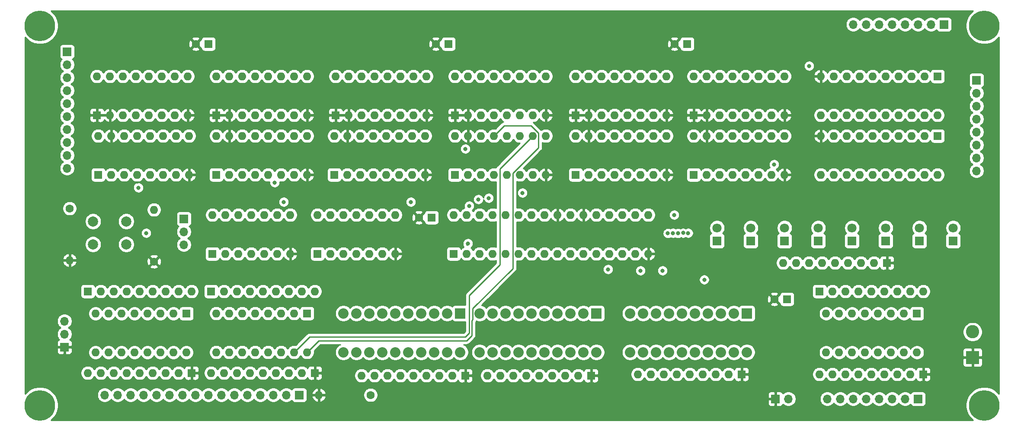
<source format=gbr>
%TF.GenerationSoftware,KiCad,Pcbnew,(5.1.9-0-10_14)*%
%TF.CreationDate,2021-06-29T00:25:17-04:00*%
%TF.ProjectId,ram-combined,72616d2d-636f-46d6-9269-6e65642e6b69,rev?*%
%TF.SameCoordinates,Original*%
%TF.FileFunction,Copper,L4,Bot*%
%TF.FilePolarity,Positive*%
%FSLAX46Y46*%
G04 Gerber Fmt 4.6, Leading zero omitted, Abs format (unit mm)*
G04 Created by KiCad (PCBNEW (5.1.9-0-10_14)) date 2021-06-29 00:25:17*
%MOMM*%
%LPD*%
G01*
G04 APERTURE LIST*
%TA.AperFunction,ComponentPad*%
%ADD10O,1.700000X1.700000*%
%TD*%
%TA.AperFunction,ComponentPad*%
%ADD11R,1.700000X1.700000*%
%TD*%
%TA.AperFunction,ComponentPad*%
%ADD12C,6.000000*%
%TD*%
%TA.AperFunction,ComponentPad*%
%ADD13C,0.800000*%
%TD*%
%TA.AperFunction,ComponentPad*%
%ADD14C,1.800000*%
%TD*%
%TA.AperFunction,ComponentPad*%
%ADD15R,1.800000X1.800000*%
%TD*%
%TA.AperFunction,ComponentPad*%
%ADD16O,1.600000X1.600000*%
%TD*%
%TA.AperFunction,ComponentPad*%
%ADD17R,1.600000X1.600000*%
%TD*%
%TA.AperFunction,ComponentPad*%
%ADD18C,2.032000*%
%TD*%
%TA.AperFunction,ComponentPad*%
%ADD19R,2.032000X2.032000*%
%TD*%
%TA.AperFunction,ComponentPad*%
%ADD20C,2.000000*%
%TD*%
%TA.AperFunction,ComponentPad*%
%ADD21C,1.600000*%
%TD*%
%TA.AperFunction,ComponentPad*%
%ADD22C,2.600000*%
%TD*%
%TA.AperFunction,ComponentPad*%
%ADD23R,2.600000X2.600000*%
%TD*%
%TA.AperFunction,ViaPad*%
%ADD24C,0.800000*%
%TD*%
%TA.AperFunction,Conductor*%
%ADD25C,0.250000*%
%TD*%
%TA.AperFunction,Conductor*%
%ADD26C,0.254000*%
%TD*%
%TA.AperFunction,Conductor*%
%ADD27C,0.100000*%
%TD*%
G04 APERTURE END LIST*
D10*
%TO.P,J8,8*%
%TO.N,BUS_00*%
X227330000Y-34290000D03*
%TO.P,J8,7*%
%TO.N,BUS_01*%
X229870000Y-34290000D03*
%TO.P,J8,6*%
%TO.N,BUS_02*%
X232410000Y-34290000D03*
%TO.P,J8,5*%
%TO.N,BUS_03*%
X234950000Y-34290000D03*
%TO.P,J8,4*%
%TO.N,BUS_04*%
X237490000Y-34290000D03*
%TO.P,J8,3*%
%TO.N,BUS_05*%
X240030000Y-34290000D03*
%TO.P,J8,2*%
%TO.N,BUS_06*%
X242570000Y-34290000D03*
D11*
%TO.P,J8,1*%
%TO.N,BUS_07*%
X245110000Y-34290000D03*
%TD*%
D12*
%TO.P,REF\u002A\u002A,1*%
%TO.N,N/C*%
X68072000Y-108966000D03*
D13*
X70322000Y-108966000D03*
X69662990Y-110556990D03*
X68072000Y-111216000D03*
X66481010Y-110556990D03*
X65822000Y-108966000D03*
X66481010Y-107375010D03*
X68072000Y-106716000D03*
X69662990Y-107375010D03*
%TD*%
%TO.P,REF\u002A\u002A,1*%
%TO.N,N/C*%
X254574990Y-107375010D03*
X252984000Y-106716000D03*
X251393010Y-107375010D03*
X250734000Y-108966000D03*
X251393010Y-110556990D03*
X252984000Y-111216000D03*
X254574990Y-110556990D03*
X255234000Y-108966000D03*
D12*
X252984000Y-108966000D03*
%TD*%
%TO.P,REF\u002A\u002A,1*%
%TO.N,N/C*%
X252984000Y-34544000D03*
D13*
X255234000Y-34544000D03*
X254574990Y-36134990D03*
X252984000Y-36794000D03*
X251393010Y-36134990D03*
X250734000Y-34544000D03*
X251393010Y-32953010D03*
X252984000Y-32294000D03*
X254574990Y-32953010D03*
%TD*%
%TO.P,REF\u002A\u002A,1*%
%TO.N,N/C*%
X69662990Y-32953010D03*
X68072000Y-32294000D03*
X66481010Y-32953010D03*
X65822000Y-34544000D03*
X66481010Y-36134990D03*
X68072000Y-36794000D03*
X69662990Y-36134990D03*
X70322000Y-34544000D03*
D12*
X68072000Y-34544000D03*
%TD*%
D10*
%TO.P,J3,10*%
%TO.N,WRITE_ENABLE*%
X73406000Y-62484000D03*
%TO.P,J3,9*%
X73406000Y-59944000D03*
%TO.P,J3,8*%
%TO.N,PROGRAM_MODE*%
X73406000Y-57404000D03*
%TO.P,J3,7*%
X73406000Y-54864000D03*
%TO.P,J3,6*%
%TO.N,OUTPUT_ENABLE*%
X73406000Y-52324000D03*
%TO.P,J3,5*%
%TO.N,RESET*%
X73406000Y-49784000D03*
%TO.P,J3,4*%
%TO.N,MDR_IN*%
X73406000Y-47244000D03*
%TO.P,J3,3*%
%TO.N,MAR1_IN*%
X73406000Y-44704000D03*
%TO.P,J3,2*%
%TO.N,MAR2_IN*%
X73406000Y-42164000D03*
D11*
%TO.P,J3,1*%
%TO.N,CLOCK*%
X73406000Y-39624000D03*
%TD*%
D10*
%TO.P,J7,3*%
%TO.N,VCC*%
X72898000Y-92456000D03*
%TO.P,J7,2*%
%TO.N,A16*%
X72898000Y-94996000D03*
D11*
%TO.P,J7,1*%
%TO.N,GND*%
X72898000Y-97536000D03*
%TD*%
D10*
%TO.P,SW1,3*%
%TO.N,Net-(R3-Pad2)*%
X96266000Y-77470000D03*
%TO.P,SW1,2*%
%TO.N,PROGRAM_MODE*%
X96266000Y-74930000D03*
D11*
%TO.P,SW1,1*%
%TO.N,VCC*%
X96266000Y-72390000D03*
%TD*%
D14*
%TO.P,D1,2*%
%TO.N,/IO7*%
X200660000Y-74168000D03*
D15*
%TO.P,D1,1*%
%TO.N,Net-(D1-Pad1)*%
X200660000Y-76708000D03*
%TD*%
D16*
%TO.P,RN10,9*%
%TO.N,Net-(BAR3-Pad13)*%
X185166000Y-102870000D03*
%TO.P,RN10,8*%
%TO.N,Net-(BAR3-Pad14)*%
X187706000Y-102870000D03*
%TO.P,RN10,7*%
%TO.N,Net-(BAR3-Pad15)*%
X190246000Y-102870000D03*
%TO.P,RN10,6*%
%TO.N,Net-(BAR3-Pad16)*%
X192786000Y-102870000D03*
%TO.P,RN10,5*%
%TO.N,Net-(BAR3-Pad17)*%
X195326000Y-102870000D03*
%TO.P,RN10,4*%
%TO.N,Net-(BAR3-Pad18)*%
X197866000Y-102870000D03*
%TO.P,RN10,3*%
%TO.N,Net-(BAR3-Pad19)*%
X200406000Y-102870000D03*
%TO.P,RN10,2*%
%TO.N,Net-(BAR3-Pad20)*%
X202946000Y-102870000D03*
D17*
%TO.P,RN10,1*%
%TO.N,GND*%
X205486000Y-102870000D03*
%TD*%
D18*
%TO.P,BAR3,20*%
%TO.N,Net-(BAR3-Pad20)*%
X206502000Y-98552000D03*
%TO.P,BAR3,19*%
%TO.N,Net-(BAR3-Pad19)*%
X203962000Y-98552000D03*
%TO.P,BAR3,18*%
%TO.N,Net-(BAR3-Pad18)*%
X201422000Y-98552000D03*
%TO.P,BAR3,17*%
%TO.N,Net-(BAR3-Pad17)*%
X198882000Y-98552000D03*
%TO.P,BAR3,9*%
%TO.N,Net-(BAR3-Pad9)*%
X186182000Y-90932000D03*
%TO.P,BAR3,10*%
%TO.N,Net-(BAR3-Pad10)*%
X183642000Y-90932000D03*
%TO.P,BAR3,11*%
%TO.N,Net-(BAR3-Pad11)*%
X183642000Y-98552000D03*
%TO.P,BAR3,12*%
%TO.N,Net-(BAR3-Pad12)*%
X186182000Y-98552000D03*
%TO.P,BAR3,8*%
%TO.N,D7*%
X188722000Y-90932000D03*
%TO.P,BAR3,7*%
%TO.N,D6*%
X191262000Y-90932000D03*
%TO.P,BAR3,6*%
%TO.N,D5*%
X193802000Y-90932000D03*
%TO.P,BAR3,5*%
%TO.N,D4*%
X196342000Y-90932000D03*
%TO.P,BAR3,16*%
%TO.N,Net-(BAR3-Pad16)*%
X196342000Y-98552000D03*
%TO.P,BAR3,15*%
%TO.N,Net-(BAR3-Pad15)*%
X193802000Y-98552000D03*
%TO.P,BAR3,14*%
%TO.N,Net-(BAR3-Pad14)*%
X191262000Y-98552000D03*
%TO.P,BAR3,13*%
%TO.N,Net-(BAR3-Pad13)*%
X188722000Y-98552000D03*
%TO.P,BAR3,4*%
%TO.N,D3*%
X198882000Y-90932000D03*
%TO.P,BAR3,3*%
%TO.N,D2*%
X201422000Y-90932000D03*
%TO.P,BAR3,2*%
%TO.N,D1*%
X203962000Y-90932000D03*
D19*
%TO.P,BAR3,1*%
%TO.N,D0*%
X206502000Y-90932000D03*
%TD*%
D16*
%TO.P,U13,20*%
%TO.N,VCC*%
X243840000Y-52070000D03*
%TO.P,U13,10*%
%TO.N,GND*%
X220980000Y-44450000D03*
%TO.P,U13,19*%
%TO.N,OUTPUT_ENABLE*%
X241300000Y-52070000D03*
%TO.P,U13,9*%
%TO.N,/IO7*%
X223520000Y-44450000D03*
%TO.P,U13,18*%
%TO.N,BUS_00*%
X238760000Y-52070000D03*
%TO.P,U13,8*%
%TO.N,/IO6*%
X226060000Y-44450000D03*
%TO.P,U13,17*%
%TO.N,BUS_01*%
X236220000Y-52070000D03*
%TO.P,U13,7*%
%TO.N,/IO5*%
X228600000Y-44450000D03*
%TO.P,U13,16*%
%TO.N,BUS_02*%
X233680000Y-52070000D03*
%TO.P,U13,6*%
%TO.N,/IO4*%
X231140000Y-44450000D03*
%TO.P,U13,15*%
%TO.N,BUS_03*%
X231140000Y-52070000D03*
%TO.P,U13,5*%
%TO.N,/IO3*%
X233680000Y-44450000D03*
%TO.P,U13,14*%
%TO.N,BUS_04*%
X228600000Y-52070000D03*
%TO.P,U13,4*%
%TO.N,/IO2*%
X236220000Y-44450000D03*
%TO.P,U13,13*%
%TO.N,BUS_05*%
X226060000Y-52070000D03*
%TO.P,U13,3*%
%TO.N,/IO1*%
X238760000Y-44450000D03*
%TO.P,U13,12*%
%TO.N,BUS_06*%
X223520000Y-52070000D03*
%TO.P,U13,2*%
%TO.N,/IO0*%
X241300000Y-44450000D03*
%TO.P,U13,11*%
%TO.N,BUS_07*%
X220980000Y-52070000D03*
D17*
%TO.P,U13,1*%
%TO.N,VCC*%
X243840000Y-44450000D03*
%TD*%
D16*
%TO.P,U11,20*%
%TO.N,VCC*%
X243840000Y-63754000D03*
%TO.P,U11,10*%
%TO.N,GND*%
X220980000Y-56134000D03*
%TO.P,U11,19*%
%TO.N,Net-(U1-Pad3)*%
X241300000Y-63754000D03*
%TO.P,U11,9*%
%TO.N,D7*%
X223520000Y-56134000D03*
%TO.P,U11,18*%
%TO.N,/IO0*%
X238760000Y-63754000D03*
%TO.P,U11,8*%
%TO.N,D6*%
X226060000Y-56134000D03*
%TO.P,U11,17*%
%TO.N,/IO1*%
X236220000Y-63754000D03*
%TO.P,U11,7*%
%TO.N,D5*%
X228600000Y-56134000D03*
%TO.P,U11,16*%
%TO.N,/IO2*%
X233680000Y-63754000D03*
%TO.P,U11,6*%
%TO.N,D4*%
X231140000Y-56134000D03*
%TO.P,U11,15*%
%TO.N,/IO3*%
X231140000Y-63754000D03*
%TO.P,U11,5*%
%TO.N,D3*%
X233680000Y-56134000D03*
%TO.P,U11,14*%
%TO.N,/IO4*%
X228600000Y-63754000D03*
%TO.P,U11,4*%
%TO.N,D2*%
X236220000Y-56134000D03*
%TO.P,U11,13*%
%TO.N,/IO5*%
X226060000Y-63754000D03*
%TO.P,U11,3*%
%TO.N,D1*%
X238760000Y-56134000D03*
%TO.P,U11,12*%
%TO.N,/IO6*%
X223520000Y-63754000D03*
%TO.P,U11,2*%
%TO.N,D0*%
X241300000Y-56134000D03*
%TO.P,U11,11*%
%TO.N,/IO7*%
X220980000Y-63754000D03*
D17*
%TO.P,U11,1*%
%TO.N,VCC*%
X243840000Y-56134000D03*
%TD*%
%TO.P,U2,1*%
%TO.N,PROGRAM_MODE*%
X101854000Y-79248000D03*
D16*
%TO.P,U2,8*%
%TO.N,N/C*%
X117094000Y-71628000D03*
%TO.P,U2,2*%
%TO.N,CLOCK*%
X104394000Y-79248000D03*
%TO.P,U2,9*%
%TO.N,N/C*%
X114554000Y-71628000D03*
%TO.P,U2,3*%
%TO.N,Net-(U1-Pad1)*%
X106934000Y-79248000D03*
%TO.P,U2,10*%
%TO.N,N/C*%
X112014000Y-71628000D03*
%TO.P,U2,4*%
X109474000Y-79248000D03*
%TO.P,U2,11*%
X109474000Y-71628000D03*
%TO.P,U2,5*%
X112014000Y-79248000D03*
%TO.P,U2,12*%
X106934000Y-71628000D03*
%TO.P,U2,6*%
X114554000Y-79248000D03*
%TO.P,U2,13*%
X104394000Y-71628000D03*
%TO.P,U2,7*%
%TO.N,GND*%
X117094000Y-79248000D03*
%TO.P,U2,14*%
%TO.N,VCC*%
X101854000Y-71628000D03*
%TD*%
D17*
%TO.P,U1,1*%
%TO.N,Net-(U1-Pad1)*%
X122428000Y-79248000D03*
D16*
%TO.P,U1,8*%
%TO.N,N/C*%
X137668000Y-71628000D03*
%TO.P,U1,2*%
%TO.N,WRITE_ENABLE*%
X124968000Y-79248000D03*
%TO.P,U1,9*%
%TO.N,N/C*%
X135128000Y-71628000D03*
%TO.P,U1,3*%
%TO.N,Net-(U1-Pad3)*%
X127508000Y-79248000D03*
%TO.P,U1,10*%
%TO.N,N/C*%
X132588000Y-71628000D03*
%TO.P,U1,4*%
X130048000Y-79248000D03*
%TO.P,U1,11*%
X130048000Y-71628000D03*
%TO.P,U1,5*%
X132588000Y-79248000D03*
%TO.P,U1,12*%
X127508000Y-71628000D03*
%TO.P,U1,6*%
X135128000Y-79248000D03*
%TO.P,U1,13*%
X124968000Y-71628000D03*
%TO.P,U1,7*%
%TO.N,GND*%
X137668000Y-79248000D03*
%TO.P,U1,14*%
%TO.N,VCC*%
X122428000Y-71628000D03*
%TD*%
%TO.P,U17,16*%
%TO.N,VCC*%
X196088000Y-56134000D03*
%TO.P,U17,8*%
%TO.N,GND*%
X213868000Y-63754000D03*
%TO.P,U17,15*%
X198628000Y-56134000D03*
%TO.P,U17,7*%
%TO.N,D1*%
X211328000Y-63754000D03*
%TO.P,U17,14*%
%TO.N,Net-(U16-Pad6)*%
X201168000Y-56134000D03*
%TO.P,U17,6*%
%TO.N,/MANUAL_DATA_01*%
X208788000Y-63754000D03*
%TO.P,U17,13*%
%TO.N,/MANUAL_DATA_03*%
X203708000Y-56134000D03*
%TO.P,U17,5*%
%TO.N,Net-(U16-Pad4)*%
X206248000Y-63754000D03*
%TO.P,U17,12*%
%TO.N,D3*%
X206248000Y-56134000D03*
%TO.P,U17,4*%
%TO.N,D0*%
X203708000Y-63754000D03*
%TO.P,U17,11*%
%TO.N,Net-(U16-Pad5)*%
X208788000Y-56134000D03*
%TO.P,U17,3*%
%TO.N,/MANUAL_DATA_00*%
X201168000Y-63754000D03*
%TO.P,U17,10*%
%TO.N,/MANUAL_DATA_02*%
X211328000Y-56134000D03*
%TO.P,U17,2*%
%TO.N,Net-(U16-Pad3)*%
X198628000Y-63754000D03*
%TO.P,U17,9*%
%TO.N,D2*%
X213868000Y-56134000D03*
D17*
%TO.P,U17,1*%
%TO.N,PROGRAM_MODE*%
X196088000Y-63754000D03*
%TD*%
D16*
%TO.P,U16,16*%
%TO.N,VCC*%
X196088000Y-44450000D03*
%TO.P,U16,8*%
%TO.N,GND*%
X213868000Y-52070000D03*
%TO.P,U16,15*%
%TO.N,RESET*%
X198628000Y-44450000D03*
%TO.P,U16,7*%
%TO.N,CLOCK*%
X211328000Y-52070000D03*
%TO.P,U16,14*%
%TO.N,BUS_00*%
X201168000Y-44450000D03*
%TO.P,U16,6*%
%TO.N,Net-(U16-Pad6)*%
X208788000Y-52070000D03*
%TO.P,U16,13*%
%TO.N,BUS_01*%
X203708000Y-44450000D03*
%TO.P,U16,5*%
%TO.N,Net-(U16-Pad5)*%
X206248000Y-52070000D03*
%TO.P,U16,12*%
%TO.N,BUS_02*%
X206248000Y-44450000D03*
%TO.P,U16,4*%
%TO.N,Net-(U16-Pad4)*%
X203708000Y-52070000D03*
%TO.P,U16,11*%
%TO.N,BUS_03*%
X208788000Y-44450000D03*
%TO.P,U16,3*%
%TO.N,Net-(U16-Pad3)*%
X201168000Y-52070000D03*
%TO.P,U16,10*%
%TO.N,MDR_IN*%
X211328000Y-44450000D03*
%TO.P,U16,2*%
%TO.N,GND*%
X198628000Y-52070000D03*
%TO.P,U16,9*%
%TO.N,MDR_IN*%
X213868000Y-44450000D03*
D17*
%TO.P,U16,1*%
%TO.N,GND*%
X196088000Y-52070000D03*
%TD*%
D16*
%TO.P,U15,16*%
%TO.N,VCC*%
X172974000Y-56134000D03*
%TO.P,U15,8*%
%TO.N,GND*%
X190754000Y-63754000D03*
%TO.P,U15,15*%
X175514000Y-56134000D03*
%TO.P,U15,7*%
%TO.N,D5*%
X188214000Y-63754000D03*
%TO.P,U15,14*%
%TO.N,Net-(U14-Pad6)*%
X178054000Y-56134000D03*
%TO.P,U15,6*%
%TO.N,/MANUAL_DATA_05*%
X185674000Y-63754000D03*
%TO.P,U15,13*%
%TO.N,/MANUAL_DATA_07*%
X180594000Y-56134000D03*
%TO.P,U15,5*%
%TO.N,Net-(U14-Pad4)*%
X183134000Y-63754000D03*
%TO.P,U15,12*%
%TO.N,D7*%
X183134000Y-56134000D03*
%TO.P,U15,4*%
%TO.N,D4*%
X180594000Y-63754000D03*
%TO.P,U15,11*%
%TO.N,Net-(U14-Pad5)*%
X185674000Y-56134000D03*
%TO.P,U15,3*%
%TO.N,/MANUAL_DATA_04*%
X178054000Y-63754000D03*
%TO.P,U15,10*%
%TO.N,/MANUAL_DATA_06*%
X188214000Y-56134000D03*
%TO.P,U15,2*%
%TO.N,Net-(U14-Pad3)*%
X175514000Y-63754000D03*
%TO.P,U15,9*%
%TO.N,D6*%
X190754000Y-56134000D03*
D17*
%TO.P,U15,1*%
%TO.N,PROGRAM_MODE*%
X172974000Y-63754000D03*
%TD*%
D16*
%TO.P,U14,16*%
%TO.N,VCC*%
X172974000Y-44450000D03*
%TO.P,U14,8*%
%TO.N,GND*%
X190754000Y-52070000D03*
%TO.P,U14,15*%
%TO.N,RESET*%
X175514000Y-44450000D03*
%TO.P,U14,7*%
%TO.N,CLOCK*%
X188214000Y-52070000D03*
%TO.P,U14,14*%
%TO.N,BUS_04*%
X178054000Y-44450000D03*
%TO.P,U14,6*%
%TO.N,Net-(U14-Pad6)*%
X185674000Y-52070000D03*
%TO.P,U14,13*%
%TO.N,BUS_05*%
X180594000Y-44450000D03*
%TO.P,U14,5*%
%TO.N,Net-(U14-Pad5)*%
X183134000Y-52070000D03*
%TO.P,U14,12*%
%TO.N,BUS_06*%
X183134000Y-44450000D03*
%TO.P,U14,4*%
%TO.N,Net-(U14-Pad4)*%
X180594000Y-52070000D03*
%TO.P,U14,11*%
%TO.N,BUS_07*%
X185674000Y-44450000D03*
%TO.P,U14,3*%
%TO.N,Net-(U14-Pad3)*%
X178054000Y-52070000D03*
%TO.P,U14,10*%
%TO.N,MDR_IN*%
X188214000Y-44450000D03*
%TO.P,U14,2*%
%TO.N,GND*%
X175514000Y-52070000D03*
%TO.P,U14,9*%
%TO.N,MDR_IN*%
X190754000Y-44450000D03*
D17*
%TO.P,U14,1*%
%TO.N,GND*%
X172974000Y-52070000D03*
%TD*%
D16*
%TO.P,U12,16*%
%TO.N,VCC*%
X149352000Y-44450000D03*
%TO.P,U12,8*%
%TO.N,GND*%
X167132000Y-52070000D03*
%TO.P,U12,15*%
%TO.N,RESET*%
X151892000Y-44450000D03*
%TO.P,U12,7*%
%TO.N,CLOCK*%
X164592000Y-52070000D03*
%TO.P,U12,14*%
%TO.N,BUS_00*%
X154432000Y-44450000D03*
%TO.P,U12,6*%
%TO.N,/MAR_03*%
X162052000Y-52070000D03*
%TO.P,U12,13*%
%TO.N,BUS_01*%
X156972000Y-44450000D03*
%TO.P,U12,5*%
%TO.N,/MAR_02*%
X159512000Y-52070000D03*
%TO.P,U12,12*%
%TO.N,BUS_02*%
X159512000Y-44450000D03*
%TO.P,U12,4*%
%TO.N,/MAR_01*%
X156972000Y-52070000D03*
%TO.P,U12,11*%
%TO.N,BUS_03*%
X162052000Y-44450000D03*
%TO.P,U12,3*%
%TO.N,/MAR_00*%
X154432000Y-52070000D03*
%TO.P,U12,10*%
%TO.N,MAR1_IN*%
X164592000Y-44450000D03*
%TO.P,U12,2*%
%TO.N,GND*%
X151892000Y-52070000D03*
%TO.P,U12,9*%
%TO.N,MAR1_IN*%
X167132000Y-44450000D03*
D17*
%TO.P,U12,1*%
%TO.N,GND*%
X149352000Y-52070000D03*
%TD*%
D16*
%TO.P,U10,16*%
%TO.N,VCC*%
X125984000Y-44450000D03*
%TO.P,U10,8*%
%TO.N,GND*%
X143764000Y-52070000D03*
%TO.P,U10,15*%
%TO.N,RESET*%
X128524000Y-44450000D03*
%TO.P,U10,7*%
%TO.N,CLOCK*%
X141224000Y-52070000D03*
%TO.P,U10,14*%
%TO.N,BUS_04*%
X131064000Y-44450000D03*
%TO.P,U10,6*%
%TO.N,/MAR_07*%
X138684000Y-52070000D03*
%TO.P,U10,13*%
%TO.N,BUS_05*%
X133604000Y-44450000D03*
%TO.P,U10,5*%
%TO.N,/MAR_06*%
X136144000Y-52070000D03*
%TO.P,U10,12*%
%TO.N,BUS_06*%
X136144000Y-44450000D03*
%TO.P,U10,4*%
%TO.N,/MAR_05*%
X133604000Y-52070000D03*
%TO.P,U10,11*%
%TO.N,BUS_07*%
X138684000Y-44450000D03*
%TO.P,U10,3*%
%TO.N,/MAR_04*%
X131064000Y-52070000D03*
%TO.P,U10,10*%
%TO.N,MAR1_IN*%
X141224000Y-44450000D03*
%TO.P,U10,2*%
%TO.N,GND*%
X128524000Y-52070000D03*
%TO.P,U10,9*%
%TO.N,MAR1_IN*%
X143764000Y-44450000D03*
D17*
%TO.P,U10,1*%
%TO.N,GND*%
X125984000Y-52070000D03*
%TD*%
D16*
%TO.P,U9,32*%
%TO.N,VCC*%
X149098000Y-71628000D03*
%TO.P,U9,16*%
%TO.N,GND*%
X187198000Y-79248000D03*
%TO.P,U9,31*%
%TO.N,/A15*%
X151638000Y-71628000D03*
%TO.P,U9,15*%
%TO.N,/IO2*%
X184658000Y-79248000D03*
%TO.P,U9,30*%
%TO.N,VCC*%
X154178000Y-71628000D03*
%TO.P,U9,14*%
%TO.N,/IO1*%
X182118000Y-79248000D03*
%TO.P,U9,29*%
%TO.N,Net-(U1-Pad3)*%
X156718000Y-71628000D03*
%TO.P,U9,13*%
%TO.N,/IO0*%
X179578000Y-79248000D03*
%TO.P,U9,28*%
%TO.N,/A13*%
X159258000Y-71628000D03*
%TO.P,U9,12*%
%TO.N,/A0*%
X177038000Y-79248000D03*
%TO.P,U9,27*%
%TO.N,/A8*%
X161798000Y-71628000D03*
%TO.P,U9,11*%
%TO.N,/A1*%
X174498000Y-79248000D03*
%TO.P,U9,26*%
%TO.N,/A9*%
X164338000Y-71628000D03*
%TO.P,U9,10*%
%TO.N,/A2*%
X171958000Y-79248000D03*
%TO.P,U9,25*%
%TO.N,/A11*%
X166878000Y-71628000D03*
%TO.P,U9,9*%
%TO.N,/A3*%
X169418000Y-79248000D03*
%TO.P,U9,24*%
%TO.N,GND*%
X169418000Y-71628000D03*
%TO.P,U9,8*%
%TO.N,/A4*%
X166878000Y-79248000D03*
%TO.P,U9,23*%
%TO.N,/A10*%
X171958000Y-71628000D03*
%TO.P,U9,7*%
%TO.N,/A5*%
X164338000Y-79248000D03*
%TO.P,U9,22*%
%TO.N,GND*%
X174498000Y-71628000D03*
%TO.P,U9,6*%
%TO.N,/A6*%
X161798000Y-79248000D03*
%TO.P,U9,21*%
%TO.N,/IO7*%
X177038000Y-71628000D03*
%TO.P,U9,5*%
%TO.N,/A7*%
X159258000Y-79248000D03*
%TO.P,U9,20*%
%TO.N,/IO6*%
X179578000Y-71628000D03*
%TO.P,U9,4*%
%TO.N,/A12*%
X156718000Y-79248000D03*
%TO.P,U9,19*%
%TO.N,/IO5*%
X182118000Y-71628000D03*
%TO.P,U9,3*%
%TO.N,/A14*%
X154178000Y-79248000D03*
%TO.P,U9,18*%
%TO.N,/IO4*%
X184658000Y-71628000D03*
%TO.P,U9,2*%
%TO.N,A16*%
X151638000Y-79248000D03*
%TO.P,U9,17*%
%TO.N,/IO3*%
X187198000Y-71628000D03*
D17*
%TO.P,U9,1*%
%TO.N,Net-(U9-Pad1)*%
X149098000Y-79248000D03*
%TD*%
D16*
%TO.P,U8,16*%
%TO.N,VCC*%
X102616000Y-44450000D03*
%TO.P,U8,8*%
%TO.N,GND*%
X120396000Y-52070000D03*
%TO.P,U8,15*%
%TO.N,RESET*%
X105156000Y-44450000D03*
%TO.P,U8,7*%
%TO.N,CLOCK*%
X117856000Y-52070000D03*
%TO.P,U8,14*%
%TO.N,BUS_00*%
X107696000Y-44450000D03*
%TO.P,U8,6*%
%TO.N,/MAR_11*%
X115316000Y-52070000D03*
%TO.P,U8,13*%
%TO.N,BUS_01*%
X110236000Y-44450000D03*
%TO.P,U8,5*%
%TO.N,/MAR_10*%
X112776000Y-52070000D03*
%TO.P,U8,12*%
%TO.N,BUS_02*%
X112776000Y-44450000D03*
%TO.P,U8,4*%
%TO.N,/MAR_09*%
X110236000Y-52070000D03*
%TO.P,U8,11*%
%TO.N,BUS_03*%
X115316000Y-44450000D03*
%TO.P,U8,3*%
%TO.N,/MAR_08*%
X107696000Y-52070000D03*
%TO.P,U8,10*%
%TO.N,MAR2_IN*%
X117856000Y-44450000D03*
%TO.P,U8,2*%
%TO.N,GND*%
X105156000Y-52070000D03*
%TO.P,U8,9*%
%TO.N,MAR2_IN*%
X120396000Y-44450000D03*
D17*
%TO.P,U8,1*%
%TO.N,GND*%
X102616000Y-52070000D03*
%TD*%
D16*
%TO.P,U7,16*%
%TO.N,VCC*%
X125730000Y-56134000D03*
%TO.P,U7,8*%
%TO.N,GND*%
X143510000Y-63754000D03*
%TO.P,U7,15*%
X128270000Y-56134000D03*
%TO.P,U7,7*%
%TO.N,/A6*%
X140970000Y-63754000D03*
%TO.P,U7,14*%
%TO.N,/MAR_04*%
X130810000Y-56134000D03*
%TO.P,U7,6*%
%TO.N,/MANUAL_MEM_ADR_06*%
X138430000Y-63754000D03*
%TO.P,U7,13*%
%TO.N,/MANUAL_MEM_ADR_04*%
X133350000Y-56134000D03*
%TO.P,U7,5*%
%TO.N,/MAR_06*%
X135890000Y-63754000D03*
%TO.P,U7,12*%
%TO.N,/A4*%
X135890000Y-56134000D03*
%TO.P,U7,4*%
%TO.N,/A7*%
X133350000Y-63754000D03*
%TO.P,U7,11*%
%TO.N,/MAR_05*%
X138430000Y-56134000D03*
%TO.P,U7,3*%
%TO.N,/MANUAL_MEM_ADR_07*%
X130810000Y-63754000D03*
%TO.P,U7,10*%
%TO.N,/MANUAL_MEM_ADR_05*%
X140970000Y-56134000D03*
%TO.P,U7,2*%
%TO.N,/MAR_07*%
X128270000Y-63754000D03*
%TO.P,U7,9*%
%TO.N,/A5*%
X143510000Y-56134000D03*
D17*
%TO.P,U7,1*%
%TO.N,PROGRAM_MODE*%
X125730000Y-63754000D03*
%TD*%
D16*
%TO.P,U6,16*%
%TO.N,VCC*%
X102616000Y-56134000D03*
%TO.P,U6,8*%
%TO.N,GND*%
X120396000Y-63754000D03*
%TO.P,U6,15*%
X105156000Y-56134000D03*
%TO.P,U6,7*%
%TO.N,/A10*%
X117856000Y-63754000D03*
%TO.P,U6,14*%
%TO.N,/MAR_08*%
X107696000Y-56134000D03*
%TO.P,U6,6*%
%TO.N,/MANUAL_MEM_ADR_10*%
X115316000Y-63754000D03*
%TO.P,U6,13*%
%TO.N,/MANUAL_MEM_ADR_08*%
X110236000Y-56134000D03*
%TO.P,U6,5*%
%TO.N,/MAR_10*%
X112776000Y-63754000D03*
%TO.P,U6,12*%
%TO.N,/A8*%
X112776000Y-56134000D03*
%TO.P,U6,4*%
%TO.N,/A11*%
X110236000Y-63754000D03*
%TO.P,U6,11*%
%TO.N,/MAR_09*%
X115316000Y-56134000D03*
%TO.P,U6,3*%
%TO.N,/MANUAL_MEM_ADR_11*%
X107696000Y-63754000D03*
%TO.P,U6,10*%
%TO.N,/MANUAL_MEM_ADR_09*%
X117856000Y-56134000D03*
%TO.P,U6,2*%
%TO.N,/MAR_11*%
X105156000Y-63754000D03*
%TO.P,U6,9*%
%TO.N,/A9*%
X120396000Y-56134000D03*
D17*
%TO.P,U6,1*%
%TO.N,PROGRAM_MODE*%
X102616000Y-63754000D03*
%TD*%
D16*
%TO.P,U5,16*%
%TO.N,VCC*%
X79248000Y-44450000D03*
%TO.P,U5,8*%
%TO.N,GND*%
X97028000Y-52070000D03*
%TO.P,U5,15*%
%TO.N,RESET*%
X81788000Y-44450000D03*
%TO.P,U5,7*%
%TO.N,CLOCK*%
X94488000Y-52070000D03*
%TO.P,U5,14*%
%TO.N,BUS_04*%
X84328000Y-44450000D03*
%TO.P,U5,6*%
%TO.N,/MAR_15*%
X91948000Y-52070000D03*
%TO.P,U5,13*%
%TO.N,BUS_05*%
X86868000Y-44450000D03*
%TO.P,U5,5*%
%TO.N,/MAR_14*%
X89408000Y-52070000D03*
%TO.P,U5,12*%
%TO.N,BUS_06*%
X89408000Y-44450000D03*
%TO.P,U5,4*%
%TO.N,/MAR_13*%
X86868000Y-52070000D03*
%TO.P,U5,11*%
%TO.N,BUS_07*%
X91948000Y-44450000D03*
%TO.P,U5,3*%
%TO.N,/MAR_12*%
X84328000Y-52070000D03*
%TO.P,U5,10*%
%TO.N,MAR2_IN*%
X94488000Y-44450000D03*
%TO.P,U5,2*%
%TO.N,GND*%
X81788000Y-52070000D03*
%TO.P,U5,9*%
%TO.N,MAR2_IN*%
X97028000Y-44450000D03*
D17*
%TO.P,U5,1*%
%TO.N,GND*%
X79248000Y-52070000D03*
%TD*%
D16*
%TO.P,U4,16*%
%TO.N,VCC*%
X149352000Y-56134000D03*
%TO.P,U4,8*%
%TO.N,GND*%
X167132000Y-63754000D03*
%TO.P,U4,15*%
X151892000Y-56134000D03*
%TO.P,U4,7*%
%TO.N,/A2*%
X164592000Y-63754000D03*
%TO.P,U4,14*%
%TO.N,/MAR_00*%
X154432000Y-56134000D03*
%TO.P,U4,6*%
%TO.N,/MANUAL_MEM_ADR_02*%
X162052000Y-63754000D03*
%TO.P,U4,13*%
%TO.N,/MANUAL_MEM_ADR_00*%
X156972000Y-56134000D03*
%TO.P,U4,5*%
%TO.N,/MAR_02*%
X159512000Y-63754000D03*
%TO.P,U4,12*%
%TO.N,/A0*%
X159512000Y-56134000D03*
%TO.P,U4,4*%
%TO.N,/A3*%
X156972000Y-63754000D03*
%TO.P,U4,11*%
%TO.N,/MAR_01*%
X162052000Y-56134000D03*
%TO.P,U4,3*%
%TO.N,/MANUAL_MEM_ADR_03*%
X154432000Y-63754000D03*
%TO.P,U4,10*%
%TO.N,/MANUAL_MEM_ADR_01*%
X164592000Y-56134000D03*
%TO.P,U4,2*%
%TO.N,/MAR_03*%
X151892000Y-63754000D03*
%TO.P,U4,9*%
%TO.N,/A1*%
X167132000Y-56134000D03*
D17*
%TO.P,U4,1*%
%TO.N,PROGRAM_MODE*%
X149352000Y-63754000D03*
%TD*%
D16*
%TO.P,U3,16*%
%TO.N,VCC*%
X79502000Y-56134000D03*
%TO.P,U3,8*%
%TO.N,GND*%
X97282000Y-63754000D03*
%TO.P,U3,15*%
X82042000Y-56134000D03*
%TO.P,U3,7*%
%TO.N,/A14*%
X94742000Y-63754000D03*
%TO.P,U3,14*%
%TO.N,/MAR_12*%
X84582000Y-56134000D03*
%TO.P,U3,6*%
%TO.N,/MANUAL_MEM_ADR_14*%
X92202000Y-63754000D03*
%TO.P,U3,13*%
%TO.N,/MANUAL_MEM_ADR_12*%
X87122000Y-56134000D03*
%TO.P,U3,5*%
%TO.N,/MAR_14*%
X89662000Y-63754000D03*
%TO.P,U3,12*%
%TO.N,/A12*%
X89662000Y-56134000D03*
%TO.P,U3,4*%
%TO.N,/A15*%
X87122000Y-63754000D03*
%TO.P,U3,11*%
%TO.N,/MAR_13*%
X92202000Y-56134000D03*
%TO.P,U3,3*%
%TO.N,/MANUAL_MEM_ADR_15*%
X84582000Y-63754000D03*
%TO.P,U3,10*%
%TO.N,/MANUAL_MEM_ADR_13*%
X94742000Y-56134000D03*
%TO.P,U3,2*%
%TO.N,/MAR_15*%
X82042000Y-63754000D03*
%TO.P,U3,9*%
%TO.N,/A13*%
X97282000Y-56134000D03*
D17*
%TO.P,U3,1*%
%TO.N,PROGRAM_MODE*%
X79502000Y-63754000D03*
%TD*%
D16*
%TO.P,SW5,16*%
%TO.N,/MANUAL_DATA_00*%
X239810000Y-98580000D03*
%TO.P,SW5,8*%
%TO.N,Net-(RN9-Pad2)*%
X222030000Y-90960000D03*
%TO.P,SW5,15*%
%TO.N,/MANUAL_DATA_01*%
X237270000Y-98580000D03*
%TO.P,SW5,7*%
%TO.N,Net-(RN9-Pad3)*%
X224570000Y-90960000D03*
%TO.P,SW5,14*%
%TO.N,/MANUAL_DATA_02*%
X234730000Y-98580000D03*
%TO.P,SW5,6*%
%TO.N,Net-(RN9-Pad4)*%
X227110000Y-90960000D03*
%TO.P,SW5,13*%
%TO.N,/MANUAL_DATA_03*%
X232190000Y-98580000D03*
%TO.P,SW5,5*%
%TO.N,Net-(RN9-Pad5)*%
X229650000Y-90960000D03*
%TO.P,SW5,12*%
%TO.N,/MANUAL_DATA_04*%
X229650000Y-98580000D03*
%TO.P,SW5,4*%
%TO.N,Net-(RN9-Pad6)*%
X232190000Y-90960000D03*
%TO.P,SW5,11*%
%TO.N,/MANUAL_DATA_05*%
X227110000Y-98580000D03*
%TO.P,SW5,3*%
%TO.N,Net-(RN9-Pad7)*%
X234730000Y-90960000D03*
%TO.P,SW5,10*%
%TO.N,/MANUAL_DATA_06*%
X224570000Y-98580000D03*
%TO.P,SW5,2*%
%TO.N,Net-(RN9-Pad8)*%
X237270000Y-90960000D03*
%TO.P,SW5,9*%
%TO.N,/MANUAL_DATA_07*%
X222030000Y-98580000D03*
D17*
%TO.P,SW5,1*%
%TO.N,Net-(RN9-Pad9)*%
X239810000Y-90960000D03*
%TD*%
D16*
%TO.P,SW4,16*%
%TO.N,/MANUAL_MEM_ADR_00*%
X120396000Y-98552000D03*
%TO.P,SW4,8*%
%TO.N,Net-(RN7-Pad2)*%
X102616000Y-90932000D03*
%TO.P,SW4,15*%
%TO.N,/MANUAL_MEM_ADR_01*%
X117856000Y-98552000D03*
%TO.P,SW4,7*%
%TO.N,Net-(RN7-Pad3)*%
X105156000Y-90932000D03*
%TO.P,SW4,14*%
%TO.N,/MANUAL_MEM_ADR_02*%
X115316000Y-98552000D03*
%TO.P,SW4,6*%
%TO.N,Net-(RN7-Pad4)*%
X107696000Y-90932000D03*
%TO.P,SW4,13*%
%TO.N,/MANUAL_MEM_ADR_03*%
X112776000Y-98552000D03*
%TO.P,SW4,5*%
%TO.N,Net-(RN7-Pad5)*%
X110236000Y-90932000D03*
%TO.P,SW4,12*%
%TO.N,/MANUAL_MEM_ADR_04*%
X110236000Y-98552000D03*
%TO.P,SW4,4*%
%TO.N,Net-(RN7-Pad6)*%
X112776000Y-90932000D03*
%TO.P,SW4,11*%
%TO.N,/MANUAL_MEM_ADR_05*%
X107696000Y-98552000D03*
%TO.P,SW4,3*%
%TO.N,Net-(RN7-Pad7)*%
X115316000Y-90932000D03*
%TO.P,SW4,10*%
%TO.N,/MANUAL_MEM_ADR_06*%
X105156000Y-98552000D03*
%TO.P,SW4,2*%
%TO.N,Net-(RN7-Pad8)*%
X117856000Y-90932000D03*
%TO.P,SW4,9*%
%TO.N,/MANUAL_MEM_ADR_07*%
X102616000Y-98552000D03*
D17*
%TO.P,SW4,1*%
%TO.N,Net-(RN7-Pad9)*%
X120396000Y-90932000D03*
%TD*%
D16*
%TO.P,SW3,16*%
%TO.N,/MANUAL_MEM_ADR_08*%
X96774000Y-98590000D03*
%TO.P,SW3,8*%
%TO.N,Net-(RN5-Pad2)*%
X78994000Y-90970000D03*
%TO.P,SW3,15*%
%TO.N,/MANUAL_MEM_ADR_09*%
X94234000Y-98590000D03*
%TO.P,SW3,7*%
%TO.N,Net-(RN5-Pad3)*%
X81534000Y-90970000D03*
%TO.P,SW3,14*%
%TO.N,/MANUAL_MEM_ADR_10*%
X91694000Y-98590000D03*
%TO.P,SW3,6*%
%TO.N,Net-(RN5-Pad4)*%
X84074000Y-90970000D03*
%TO.P,SW3,13*%
%TO.N,/MANUAL_MEM_ADR_11*%
X89154000Y-98590000D03*
%TO.P,SW3,5*%
%TO.N,Net-(RN5-Pad5)*%
X86614000Y-90970000D03*
%TO.P,SW3,12*%
%TO.N,/MANUAL_MEM_ADR_12*%
X86614000Y-98590000D03*
%TO.P,SW3,4*%
%TO.N,Net-(RN5-Pad6)*%
X89154000Y-90970000D03*
%TO.P,SW3,11*%
%TO.N,/MANUAL_MEM_ADR_13*%
X84074000Y-98590000D03*
%TO.P,SW3,3*%
%TO.N,Net-(RN5-Pad7)*%
X91694000Y-90970000D03*
%TO.P,SW3,10*%
%TO.N,/MANUAL_MEM_ADR_14*%
X81534000Y-98590000D03*
%TO.P,SW3,2*%
%TO.N,Net-(RN5-Pad8)*%
X94234000Y-90970000D03*
%TO.P,SW3,9*%
%TO.N,/MANUAL_MEM_ADR_15*%
X78994000Y-98590000D03*
D17*
%TO.P,SW3,1*%
%TO.N,Net-(RN5-Pad9)*%
X96774000Y-90970000D03*
%TD*%
D20*
%TO.P,SW2,1*%
%TO.N,WRITE_ENABLE*%
X84986000Y-72898000D03*
%TO.P,SW2,2*%
%TO.N,VCC*%
X84986000Y-77398000D03*
%TO.P,SW2,1*%
%TO.N,WRITE_ENABLE*%
X78486000Y-72898000D03*
%TO.P,SW2,2*%
%TO.N,VCC*%
X78486000Y-77398000D03*
%TD*%
D16*
%TO.P,RN9,9*%
%TO.N,Net-(RN9-Pad9)*%
X241046000Y-86614000D03*
%TO.P,RN9,8*%
%TO.N,Net-(RN9-Pad8)*%
X238506000Y-86614000D03*
%TO.P,RN9,7*%
%TO.N,Net-(RN9-Pad7)*%
X235966000Y-86614000D03*
%TO.P,RN9,6*%
%TO.N,Net-(RN9-Pad6)*%
X233426000Y-86614000D03*
%TO.P,RN9,5*%
%TO.N,Net-(RN9-Pad5)*%
X230886000Y-86614000D03*
%TO.P,RN9,4*%
%TO.N,Net-(RN9-Pad4)*%
X228346000Y-86614000D03*
%TO.P,RN9,3*%
%TO.N,Net-(RN9-Pad3)*%
X225806000Y-86614000D03*
%TO.P,RN9,2*%
%TO.N,Net-(RN9-Pad2)*%
X223266000Y-86614000D03*
D17*
%TO.P,RN9,1*%
%TO.N,VCC*%
X220726000Y-86614000D03*
%TD*%
D16*
%TO.P,RN8,9*%
%TO.N,/MANUAL_DATA_07*%
X220726000Y-102870000D03*
%TO.P,RN8,8*%
%TO.N,/MANUAL_DATA_06*%
X223266000Y-102870000D03*
%TO.P,RN8,7*%
%TO.N,/MANUAL_DATA_05*%
X225806000Y-102870000D03*
%TO.P,RN8,6*%
%TO.N,/MANUAL_DATA_04*%
X228346000Y-102870000D03*
%TO.P,RN8,5*%
%TO.N,/MANUAL_DATA_03*%
X230886000Y-102870000D03*
%TO.P,RN8,4*%
%TO.N,/MANUAL_DATA_02*%
X233426000Y-102870000D03*
%TO.P,RN8,3*%
%TO.N,/MANUAL_DATA_01*%
X235966000Y-102870000D03*
%TO.P,RN8,2*%
%TO.N,/MANUAL_DATA_00*%
X238506000Y-102870000D03*
D17*
%TO.P,RN8,1*%
%TO.N,GND*%
X241046000Y-102870000D03*
%TD*%
D16*
%TO.P,RN7,9*%
%TO.N,Net-(RN7-Pad9)*%
X121920000Y-86614000D03*
%TO.P,RN7,8*%
%TO.N,Net-(RN7-Pad8)*%
X119380000Y-86614000D03*
%TO.P,RN7,7*%
%TO.N,Net-(RN7-Pad7)*%
X116840000Y-86614000D03*
%TO.P,RN7,6*%
%TO.N,Net-(RN7-Pad6)*%
X114300000Y-86614000D03*
%TO.P,RN7,5*%
%TO.N,Net-(RN7-Pad5)*%
X111760000Y-86614000D03*
%TO.P,RN7,4*%
%TO.N,Net-(RN7-Pad4)*%
X109220000Y-86614000D03*
%TO.P,RN7,3*%
%TO.N,Net-(RN7-Pad3)*%
X106680000Y-86614000D03*
%TO.P,RN7,2*%
%TO.N,Net-(RN7-Pad2)*%
X104140000Y-86614000D03*
D17*
%TO.P,RN7,1*%
%TO.N,VCC*%
X101600000Y-86614000D03*
%TD*%
D16*
%TO.P,RN6,9*%
%TO.N,/MANUAL_MEM_ADR_07*%
X101600000Y-102616000D03*
%TO.P,RN6,8*%
%TO.N,/MANUAL_MEM_ADR_06*%
X104140000Y-102616000D03*
%TO.P,RN6,7*%
%TO.N,/MANUAL_MEM_ADR_05*%
X106680000Y-102616000D03*
%TO.P,RN6,6*%
%TO.N,/MANUAL_MEM_ADR_04*%
X109220000Y-102616000D03*
%TO.P,RN6,5*%
%TO.N,/MANUAL_MEM_ADR_03*%
X111760000Y-102616000D03*
%TO.P,RN6,4*%
%TO.N,/MANUAL_MEM_ADR_02*%
X114300000Y-102616000D03*
%TO.P,RN6,3*%
%TO.N,/MANUAL_MEM_ADR_01*%
X116840000Y-102616000D03*
%TO.P,RN6,2*%
%TO.N,/MANUAL_MEM_ADR_00*%
X119380000Y-102616000D03*
D17*
%TO.P,RN6,1*%
%TO.N,GND*%
X121920000Y-102616000D03*
%TD*%
D16*
%TO.P,RN5,9*%
%TO.N,Net-(RN5-Pad9)*%
X97790000Y-86614000D03*
%TO.P,RN5,8*%
%TO.N,Net-(RN5-Pad8)*%
X95250000Y-86614000D03*
%TO.P,RN5,7*%
%TO.N,Net-(RN5-Pad7)*%
X92710000Y-86614000D03*
%TO.P,RN5,6*%
%TO.N,Net-(RN5-Pad6)*%
X90170000Y-86614000D03*
%TO.P,RN5,5*%
%TO.N,Net-(RN5-Pad5)*%
X87630000Y-86614000D03*
%TO.P,RN5,4*%
%TO.N,Net-(RN5-Pad4)*%
X85090000Y-86614000D03*
%TO.P,RN5,3*%
%TO.N,Net-(RN5-Pad3)*%
X82550000Y-86614000D03*
%TO.P,RN5,2*%
%TO.N,Net-(RN5-Pad2)*%
X80010000Y-86614000D03*
D17*
%TO.P,RN5,1*%
%TO.N,VCC*%
X77470000Y-86614000D03*
%TD*%
D16*
%TO.P,RN4,9*%
%TO.N,/MANUAL_MEM_ADR_15*%
X77470000Y-102616000D03*
%TO.P,RN4,8*%
%TO.N,/MANUAL_MEM_ADR_14*%
X80010000Y-102616000D03*
%TO.P,RN4,7*%
%TO.N,/MANUAL_MEM_ADR_13*%
X82550000Y-102616000D03*
%TO.P,RN4,6*%
%TO.N,/MANUAL_MEM_ADR_12*%
X85090000Y-102616000D03*
%TO.P,RN4,5*%
%TO.N,/MANUAL_MEM_ADR_11*%
X87630000Y-102616000D03*
%TO.P,RN4,4*%
%TO.N,/MANUAL_MEM_ADR_10*%
X90170000Y-102616000D03*
%TO.P,RN4,3*%
%TO.N,/MANUAL_MEM_ADR_09*%
X92710000Y-102616000D03*
%TO.P,RN4,2*%
%TO.N,/MANUAL_MEM_ADR_08*%
X95250000Y-102616000D03*
D17*
%TO.P,RN4,1*%
%TO.N,GND*%
X97790000Y-102616000D03*
%TD*%
D16*
%TO.P,RN3,9*%
%TO.N,Net-(BAR2-Pad13)*%
X155702000Y-103124000D03*
%TO.P,RN3,8*%
%TO.N,Net-(BAR2-Pad14)*%
X158242000Y-103124000D03*
%TO.P,RN3,7*%
%TO.N,Net-(BAR2-Pad15)*%
X160782000Y-103124000D03*
%TO.P,RN3,6*%
%TO.N,Net-(BAR2-Pad16)*%
X163322000Y-103124000D03*
%TO.P,RN3,5*%
%TO.N,Net-(BAR2-Pad17)*%
X165862000Y-103124000D03*
%TO.P,RN3,4*%
%TO.N,Net-(BAR2-Pad18)*%
X168402000Y-103124000D03*
%TO.P,RN3,3*%
%TO.N,Net-(BAR2-Pad19)*%
X170942000Y-103124000D03*
%TO.P,RN3,2*%
%TO.N,Net-(BAR2-Pad20)*%
X173482000Y-103124000D03*
D17*
%TO.P,RN3,1*%
%TO.N,GND*%
X176022000Y-103124000D03*
%TD*%
D16*
%TO.P,RN2,9*%
%TO.N,Net-(D1-Pad1)*%
X213614000Y-81026000D03*
%TO.P,RN2,8*%
%TO.N,Net-(D2-Pad1)*%
X216154000Y-81026000D03*
%TO.P,RN2,7*%
%TO.N,Net-(D3-Pad1)*%
X218694000Y-81026000D03*
%TO.P,RN2,6*%
%TO.N,Net-(D4-Pad1)*%
X221234000Y-81026000D03*
%TO.P,RN2,5*%
%TO.N,Net-(D5-Pad1)*%
X223774000Y-81026000D03*
%TO.P,RN2,4*%
%TO.N,Net-(D6-Pad1)*%
X226314000Y-81026000D03*
%TO.P,RN2,3*%
%TO.N,Net-(D7-Pad1)*%
X228854000Y-81026000D03*
%TO.P,RN2,2*%
%TO.N,Net-(D8-Pad1)*%
X231394000Y-81026000D03*
D17*
%TO.P,RN2,1*%
%TO.N,GND*%
X233934000Y-81026000D03*
%TD*%
D16*
%TO.P,RN1,9*%
%TO.N,Net-(BAR1-Pad15)*%
X131064000Y-103124000D03*
%TO.P,RN1,8*%
%TO.N,Net-(BAR1-Pad16)*%
X133604000Y-103124000D03*
%TO.P,RN1,7*%
%TO.N,Net-(BAR1-Pad17)*%
X136144000Y-103124000D03*
%TO.P,RN1,6*%
%TO.N,Net-(BAR1-Pad18)*%
X138684000Y-103124000D03*
%TO.P,RN1,5*%
%TO.N,Net-(BAR1-Pad19)*%
X141224000Y-103124000D03*
%TO.P,RN1,4*%
%TO.N,Net-(BAR1-Pad20)*%
X143764000Y-103124000D03*
%TO.P,RN1,3*%
%TO.N,Net-(BAR2-Pad11)*%
X146304000Y-103124000D03*
%TO.P,RN1,2*%
%TO.N,Net-(BAR2-Pad12)*%
X148844000Y-103124000D03*
D17*
%TO.P,RN1,1*%
%TO.N,GND*%
X151384000Y-103124000D03*
%TD*%
D16*
%TO.P,R3,2*%
%TO.N,Net-(R3-Pad2)*%
X90424000Y-70612000D03*
D21*
%TO.P,R3,1*%
%TO.N,GND*%
X90424000Y-80772000D03*
%TD*%
D16*
%TO.P,R2,2*%
%TO.N,GND*%
X73914000Y-80518000D03*
D21*
%TO.P,R2,1*%
%TO.N,WRITE_ENABLE*%
X73914000Y-70358000D03*
%TD*%
D16*
%TO.P,R1,2*%
%TO.N,GND*%
X122682000Y-106934000D03*
D21*
%TO.P,R1,1*%
%TO.N,Net-(BAR1-Pad11)*%
X132842000Y-106934000D03*
%TD*%
D10*
%TO.P,J6,16*%
%TO.N,/MANUAL_MEM_ADR_15*%
X80772000Y-106934000D03*
%TO.P,J6,15*%
%TO.N,/MANUAL_MEM_ADR_14*%
X83312000Y-106934000D03*
%TO.P,J6,14*%
%TO.N,/MANUAL_MEM_ADR_13*%
X85852000Y-106934000D03*
%TO.P,J6,13*%
%TO.N,/MANUAL_MEM_ADR_12*%
X88392000Y-106934000D03*
%TO.P,J6,12*%
%TO.N,/MANUAL_MEM_ADR_11*%
X90932000Y-106934000D03*
%TO.P,J6,11*%
%TO.N,/MANUAL_MEM_ADR_10*%
X93472000Y-106934000D03*
%TO.P,J6,10*%
%TO.N,/MANUAL_MEM_ADR_09*%
X96012000Y-106934000D03*
%TO.P,J6,9*%
%TO.N,/MANUAL_MEM_ADR_08*%
X98552000Y-106934000D03*
%TO.P,J6,8*%
%TO.N,/MANUAL_MEM_ADR_07*%
X101092000Y-106934000D03*
%TO.P,J6,7*%
%TO.N,/MANUAL_MEM_ADR_06*%
X103632000Y-106934000D03*
%TO.P,J6,6*%
%TO.N,/MANUAL_MEM_ADR_05*%
X106172000Y-106934000D03*
%TO.P,J6,5*%
%TO.N,/MANUAL_MEM_ADR_04*%
X108712000Y-106934000D03*
%TO.P,J6,4*%
%TO.N,/MANUAL_MEM_ADR_03*%
X111252000Y-106934000D03*
%TO.P,J6,3*%
%TO.N,/MANUAL_MEM_ADR_02*%
X113792000Y-106934000D03*
%TO.P,J6,2*%
%TO.N,/MANUAL_MEM_ADR_01*%
X116332000Y-106934000D03*
D11*
%TO.P,J6,1*%
%TO.N,/MANUAL_MEM_ADR_00*%
X118872000Y-106934000D03*
%TD*%
D22*
%TO.P,J5,2*%
%TO.N,VCC*%
X250698000Y-94568000D03*
D23*
%TO.P,J5,1*%
%TO.N,GND*%
X250698000Y-99568000D03*
%TD*%
D10*
%TO.P,J4,2*%
%TO.N,VCC*%
X214630000Y-107696000D03*
D11*
%TO.P,J4,1*%
%TO.N,GND*%
X212090000Y-107696000D03*
%TD*%
D10*
%TO.P,J2,8*%
%TO.N,BUS_00*%
X251460000Y-62992000D03*
%TO.P,J2,7*%
%TO.N,BUS_01*%
X251460000Y-60452000D03*
%TO.P,J2,6*%
%TO.N,BUS_02*%
X251460000Y-57912000D03*
%TO.P,J2,5*%
%TO.N,BUS_03*%
X251460000Y-55372000D03*
%TO.P,J2,4*%
%TO.N,BUS_04*%
X251460000Y-52832000D03*
%TO.P,J2,3*%
%TO.N,BUS_05*%
X251460000Y-50292000D03*
%TO.P,J2,2*%
%TO.N,BUS_06*%
X251460000Y-47752000D03*
D11*
%TO.P,J2,1*%
%TO.N,BUS_07*%
X251460000Y-45212000D03*
%TD*%
D10*
%TO.P,J1,8*%
%TO.N,/MANUAL_DATA_07*%
X222250000Y-107696000D03*
%TO.P,J1,7*%
%TO.N,/MANUAL_DATA_06*%
X224790000Y-107696000D03*
%TO.P,J1,6*%
%TO.N,/MANUAL_DATA_05*%
X227330000Y-107696000D03*
%TO.P,J1,5*%
%TO.N,/MANUAL_DATA_04*%
X229870000Y-107696000D03*
%TO.P,J1,4*%
%TO.N,/MANUAL_DATA_03*%
X232410000Y-107696000D03*
%TO.P,J1,3*%
%TO.N,/MANUAL_DATA_02*%
X234950000Y-107696000D03*
%TO.P,J1,2*%
%TO.N,/MANUAL_DATA_01*%
X237490000Y-107696000D03*
D11*
%TO.P,J1,1*%
%TO.N,/MANUAL_DATA_00*%
X240030000Y-107696000D03*
%TD*%
D14*
%TO.P,D8,2*%
%TO.N,/IO0*%
X246888000Y-74168000D03*
D15*
%TO.P,D8,1*%
%TO.N,Net-(D8-Pad1)*%
X246888000Y-76708000D03*
%TD*%
D14*
%TO.P,D7,2*%
%TO.N,/IO1*%
X240284000Y-74168000D03*
D15*
%TO.P,D7,1*%
%TO.N,Net-(D7-Pad1)*%
X240284000Y-76708000D03*
%TD*%
D14*
%TO.P,D6,2*%
%TO.N,/IO2*%
X233680000Y-74168000D03*
D15*
%TO.P,D6,1*%
%TO.N,Net-(D6-Pad1)*%
X233680000Y-76708000D03*
%TD*%
D14*
%TO.P,D5,2*%
%TO.N,/IO3*%
X227076000Y-74168000D03*
D15*
%TO.P,D5,1*%
%TO.N,Net-(D5-Pad1)*%
X227076000Y-76708000D03*
%TD*%
D14*
%TO.P,D4,2*%
%TO.N,/IO4*%
X220472000Y-74168000D03*
D15*
%TO.P,D4,1*%
%TO.N,Net-(D4-Pad1)*%
X220472000Y-76708000D03*
%TD*%
D14*
%TO.P,D3,2*%
%TO.N,/IO5*%
X213868000Y-74168000D03*
D15*
%TO.P,D3,1*%
%TO.N,Net-(D3-Pad1)*%
X213868000Y-76708000D03*
%TD*%
D14*
%TO.P,D2,2*%
%TO.N,/IO6*%
X207264000Y-74168000D03*
D15*
%TO.P,D2,1*%
%TO.N,Net-(D2-Pad1)*%
X207264000Y-76708000D03*
%TD*%
D21*
%TO.P,C5,2*%
%TO.N,GND*%
X145582000Y-38100000D03*
D17*
%TO.P,C5,1*%
%TO.N,VCC*%
X148082000Y-38100000D03*
%TD*%
D21*
%TO.P,C4,2*%
%TO.N,GND*%
X192318000Y-38100000D03*
D17*
%TO.P,C4,1*%
%TO.N,VCC*%
X194818000Y-38100000D03*
%TD*%
D21*
%TO.P,C3,2*%
%TO.N,GND*%
X142280000Y-72136000D03*
D17*
%TO.P,C3,1*%
%TO.N,VCC*%
X144780000Y-72136000D03*
%TD*%
D21*
%TO.P,C2,2*%
%TO.N,GND*%
X211876000Y-88138000D03*
D17*
%TO.P,C2,1*%
%TO.N,VCC*%
X214376000Y-88138000D03*
%TD*%
D21*
%TO.P,C1,2*%
%TO.N,GND*%
X98592000Y-38100000D03*
D17*
%TO.P,C1,1*%
%TO.N,VCC*%
X101092000Y-38100000D03*
%TD*%
D18*
%TO.P,BAR2,20*%
%TO.N,Net-(BAR2-Pad20)*%
X177038000Y-98552000D03*
%TO.P,BAR2,19*%
%TO.N,Net-(BAR2-Pad19)*%
X174498000Y-98552000D03*
%TO.P,BAR2,18*%
%TO.N,Net-(BAR2-Pad18)*%
X171958000Y-98552000D03*
%TO.P,BAR2,17*%
%TO.N,Net-(BAR2-Pad17)*%
X169418000Y-98552000D03*
%TO.P,BAR2,9*%
%TO.N,/A8*%
X156718000Y-90932000D03*
%TO.P,BAR2,10*%
%TO.N,/A9*%
X154178000Y-90932000D03*
%TO.P,BAR2,11*%
%TO.N,Net-(BAR2-Pad11)*%
X154178000Y-98552000D03*
%TO.P,BAR2,12*%
%TO.N,Net-(BAR2-Pad12)*%
X156718000Y-98552000D03*
%TO.P,BAR2,8*%
%TO.N,/A7*%
X159258000Y-90932000D03*
%TO.P,BAR2,7*%
%TO.N,/A6*%
X161798000Y-90932000D03*
%TO.P,BAR2,6*%
%TO.N,/A5*%
X164338000Y-90932000D03*
%TO.P,BAR2,5*%
%TO.N,/A4*%
X166878000Y-90932000D03*
%TO.P,BAR2,16*%
%TO.N,Net-(BAR2-Pad16)*%
X166878000Y-98552000D03*
%TO.P,BAR2,15*%
%TO.N,Net-(BAR2-Pad15)*%
X164338000Y-98552000D03*
%TO.P,BAR2,14*%
%TO.N,Net-(BAR2-Pad14)*%
X161798000Y-98552000D03*
%TO.P,BAR2,13*%
%TO.N,Net-(BAR2-Pad13)*%
X159258000Y-98552000D03*
%TO.P,BAR2,4*%
%TO.N,/A3*%
X169418000Y-90932000D03*
%TO.P,BAR2,3*%
%TO.N,/A2*%
X171958000Y-90932000D03*
%TO.P,BAR2,2*%
%TO.N,/A1*%
X174498000Y-90932000D03*
D19*
%TO.P,BAR2,1*%
%TO.N,/A0*%
X177038000Y-90932000D03*
%TD*%
D18*
%TO.P,BAR1,20*%
%TO.N,Net-(BAR1-Pad20)*%
X150368000Y-98552000D03*
%TO.P,BAR1,19*%
%TO.N,Net-(BAR1-Pad19)*%
X147828000Y-98552000D03*
%TO.P,BAR1,18*%
%TO.N,Net-(BAR1-Pad18)*%
X145288000Y-98552000D03*
%TO.P,BAR1,17*%
%TO.N,Net-(BAR1-Pad17)*%
X142748000Y-98552000D03*
%TO.P,BAR1,9*%
%TO.N,Net-(BAR1-Pad9)*%
X130048000Y-90932000D03*
%TO.P,BAR1,10*%
%TO.N,A16*%
X127508000Y-90932000D03*
%TO.P,BAR1,11*%
%TO.N,Net-(BAR1-Pad11)*%
X127508000Y-98552000D03*
%TO.P,BAR1,12*%
%TO.N,Net-(BAR1-Pad12)*%
X130048000Y-98552000D03*
%TO.P,BAR1,8*%
%TO.N,Net-(BAR1-Pad8)*%
X132588000Y-90932000D03*
%TO.P,BAR1,7*%
%TO.N,Net-(BAR1-Pad7)*%
X135128000Y-90932000D03*
%TO.P,BAR1,6*%
%TO.N,/A15*%
X137668000Y-90932000D03*
%TO.P,BAR1,5*%
%TO.N,/A14*%
X140208000Y-90932000D03*
%TO.P,BAR1,16*%
%TO.N,Net-(BAR1-Pad16)*%
X140208000Y-98552000D03*
%TO.P,BAR1,15*%
%TO.N,Net-(BAR1-Pad15)*%
X137668000Y-98552000D03*
%TO.P,BAR1,14*%
%TO.N,Net-(BAR1-Pad14)*%
X135128000Y-98552000D03*
%TO.P,BAR1,13*%
%TO.N,Net-(BAR1-Pad13)*%
X132588000Y-98552000D03*
%TO.P,BAR1,4*%
%TO.N,/A13*%
X142748000Y-90932000D03*
%TO.P,BAR1,3*%
%TO.N,/A12*%
X145288000Y-90932000D03*
%TO.P,BAR1,2*%
%TO.N,/A11*%
X147828000Y-90932000D03*
D19*
%TO.P,BAR1,1*%
%TO.N,/A10*%
X150368000Y-90932000D03*
%TD*%
D24*
%TO.N,WRITE_ENABLE*%
X88900000Y-75184000D03*
%TO.N,D0*%
X211836000Y-61722000D03*
%TO.N,OUTPUT_ENABLE*%
X218694000Y-42418000D03*
%TO.N,PROGRAM_MODE*%
X87376000Y-66294000D03*
X151384000Y-58674000D03*
%TO.N,Net-(U1-Pad3)*%
X151892000Y-77216000D03*
X189992000Y-82550000D03*
%TO.N,/MANUAL_DATA_07*%
X179324000Y-82296000D03*
%TO.N,/MANUAL_DATA_06*%
X185674000Y-82550000D03*
%TO.N,/MANUAL_DATA_04*%
X191025608Y-75240903D03*
%TO.N,/MANUAL_DATA_01*%
X192278000Y-71628000D03*
X192024000Y-75184000D03*
%TO.N,/MANUAL_DATA_02*%
X195019555Y-75187163D03*
%TO.N,/MANUAL_DATA_03*%
X194019730Y-75167827D03*
%TO.N,/MANUAL_DATA_00*%
X193022392Y-75240903D03*
X198163041Y-84328000D03*
%TO.N,/A14*%
X152146000Y-69850000D03*
%TO.N,/A13*%
X155956000Y-68326000D03*
%TO.N,/A12*%
X153924000Y-68580000D03*
%TO.N,/A8*%
X140716000Y-69088000D03*
X115824000Y-69088000D03*
X114046000Y-65278000D03*
%TO.N,/A9*%
X162560000Y-67310000D03*
%TD*%
D25*
%TO.N,PROGRAM_MODE*%
X87376000Y-66294000D02*
X87122000Y-66040000D01*
%TO.N,/MANUAL_MEM_ADR_01*%
X120904000Y-95504000D02*
X117856000Y-98552000D01*
X152146000Y-94742000D02*
X151384000Y-95504000D01*
X152146000Y-87376000D02*
X152146000Y-94742000D01*
X158132999Y-81389001D02*
X152146000Y-87376000D01*
X151384000Y-95504000D02*
X120904000Y-95504000D01*
X158132999Y-62593001D02*
X158132999Y-81389001D01*
X164592000Y-56134000D02*
X158132999Y-62593001D01*
%TO.N,/MANUAL_MEM_ADR_00*%
X122682000Y-96266000D02*
X120396000Y-98552000D01*
X151638000Y-96266000D02*
X122682000Y-96266000D01*
X152654000Y-95250000D02*
X151638000Y-96266000D01*
X152836999Y-92130999D02*
X152654000Y-92313998D01*
X160672999Y-63467999D02*
X160672999Y-82151001D01*
X160672999Y-82151001D02*
X152836999Y-89987001D01*
X165717001Y-58423997D02*
X160672999Y-63467999D01*
X165717001Y-55593999D02*
X165717001Y-58423997D01*
X152836999Y-89987001D02*
X152836999Y-92130999D01*
X159004000Y-54102000D02*
X164225002Y-54102000D01*
X152654000Y-92313998D02*
X152654000Y-95250000D01*
X164225002Y-54102000D02*
X165717001Y-55593999D01*
X156972000Y-56134000D02*
X159004000Y-54102000D01*
%TO.N,Net-(U1-Pad3)*%
X151892000Y-77216000D02*
X151638000Y-77470000D01*
%TD*%
D26*
%TO.N,GND*%
X250666823Y-31720511D02*
X250160511Y-32226823D01*
X249762705Y-32822182D01*
X249488691Y-33483710D01*
X249349000Y-34185984D01*
X249349000Y-34902016D01*
X249488691Y-35604290D01*
X249762705Y-36265818D01*
X250160511Y-36861177D01*
X250666823Y-37367489D01*
X251262182Y-37765295D01*
X251923710Y-38039309D01*
X252625984Y-38179000D01*
X253342016Y-38179000D01*
X254044290Y-38039309D01*
X254705818Y-37765295D01*
X255301177Y-37367489D01*
X255807489Y-36861177D01*
X255880000Y-36752656D01*
X255880001Y-106757345D01*
X255807489Y-106648823D01*
X255301177Y-106142511D01*
X254705818Y-105744705D01*
X254044290Y-105470691D01*
X253342016Y-105331000D01*
X252625984Y-105331000D01*
X251923710Y-105470691D01*
X251262182Y-105744705D01*
X250666823Y-106142511D01*
X250160511Y-106648823D01*
X249762705Y-107244182D01*
X249488691Y-107905710D01*
X249349000Y-108607984D01*
X249349000Y-109324016D01*
X249488691Y-110026290D01*
X249762705Y-110687818D01*
X250160511Y-111283177D01*
X250666823Y-111789489D01*
X250775343Y-111862000D01*
X70280657Y-111862000D01*
X70389177Y-111789489D01*
X70895489Y-111283177D01*
X71293295Y-110687818D01*
X71567309Y-110026290D01*
X71707000Y-109324016D01*
X71707000Y-108607984D01*
X71694671Y-108546000D01*
X210601928Y-108546000D01*
X210614188Y-108670482D01*
X210650498Y-108790180D01*
X210709463Y-108900494D01*
X210788815Y-108997185D01*
X210885506Y-109076537D01*
X210995820Y-109135502D01*
X211115518Y-109171812D01*
X211240000Y-109184072D01*
X211804250Y-109181000D01*
X211963000Y-109022250D01*
X211963000Y-107823000D01*
X210763750Y-107823000D01*
X210605000Y-107981750D01*
X210601928Y-108546000D01*
X71694671Y-108546000D01*
X71567309Y-107905710D01*
X71293295Y-107244182D01*
X70988311Y-106787740D01*
X79287000Y-106787740D01*
X79287000Y-107080260D01*
X79344068Y-107367158D01*
X79456010Y-107637411D01*
X79618525Y-107880632D01*
X79825368Y-108087475D01*
X80068589Y-108249990D01*
X80338842Y-108361932D01*
X80625740Y-108419000D01*
X80918260Y-108419000D01*
X81205158Y-108361932D01*
X81475411Y-108249990D01*
X81718632Y-108087475D01*
X81925475Y-107880632D01*
X82042000Y-107706240D01*
X82158525Y-107880632D01*
X82365368Y-108087475D01*
X82608589Y-108249990D01*
X82878842Y-108361932D01*
X83165740Y-108419000D01*
X83458260Y-108419000D01*
X83745158Y-108361932D01*
X84015411Y-108249990D01*
X84258632Y-108087475D01*
X84465475Y-107880632D01*
X84582000Y-107706240D01*
X84698525Y-107880632D01*
X84905368Y-108087475D01*
X85148589Y-108249990D01*
X85418842Y-108361932D01*
X85705740Y-108419000D01*
X85998260Y-108419000D01*
X86285158Y-108361932D01*
X86555411Y-108249990D01*
X86798632Y-108087475D01*
X87005475Y-107880632D01*
X87122000Y-107706240D01*
X87238525Y-107880632D01*
X87445368Y-108087475D01*
X87688589Y-108249990D01*
X87958842Y-108361932D01*
X88245740Y-108419000D01*
X88538260Y-108419000D01*
X88825158Y-108361932D01*
X89095411Y-108249990D01*
X89338632Y-108087475D01*
X89545475Y-107880632D01*
X89662000Y-107706240D01*
X89778525Y-107880632D01*
X89985368Y-108087475D01*
X90228589Y-108249990D01*
X90498842Y-108361932D01*
X90785740Y-108419000D01*
X91078260Y-108419000D01*
X91365158Y-108361932D01*
X91635411Y-108249990D01*
X91878632Y-108087475D01*
X92085475Y-107880632D01*
X92202000Y-107706240D01*
X92318525Y-107880632D01*
X92525368Y-108087475D01*
X92768589Y-108249990D01*
X93038842Y-108361932D01*
X93325740Y-108419000D01*
X93618260Y-108419000D01*
X93905158Y-108361932D01*
X94175411Y-108249990D01*
X94418632Y-108087475D01*
X94625475Y-107880632D01*
X94742000Y-107706240D01*
X94858525Y-107880632D01*
X95065368Y-108087475D01*
X95308589Y-108249990D01*
X95578842Y-108361932D01*
X95865740Y-108419000D01*
X96158260Y-108419000D01*
X96445158Y-108361932D01*
X96715411Y-108249990D01*
X96958632Y-108087475D01*
X97165475Y-107880632D01*
X97282000Y-107706240D01*
X97398525Y-107880632D01*
X97605368Y-108087475D01*
X97848589Y-108249990D01*
X98118842Y-108361932D01*
X98405740Y-108419000D01*
X98698260Y-108419000D01*
X98985158Y-108361932D01*
X99255411Y-108249990D01*
X99498632Y-108087475D01*
X99705475Y-107880632D01*
X99822000Y-107706240D01*
X99938525Y-107880632D01*
X100145368Y-108087475D01*
X100388589Y-108249990D01*
X100658842Y-108361932D01*
X100945740Y-108419000D01*
X101238260Y-108419000D01*
X101525158Y-108361932D01*
X101795411Y-108249990D01*
X102038632Y-108087475D01*
X102245475Y-107880632D01*
X102362000Y-107706240D01*
X102478525Y-107880632D01*
X102685368Y-108087475D01*
X102928589Y-108249990D01*
X103198842Y-108361932D01*
X103485740Y-108419000D01*
X103778260Y-108419000D01*
X104065158Y-108361932D01*
X104335411Y-108249990D01*
X104578632Y-108087475D01*
X104785475Y-107880632D01*
X104902000Y-107706240D01*
X105018525Y-107880632D01*
X105225368Y-108087475D01*
X105468589Y-108249990D01*
X105738842Y-108361932D01*
X106025740Y-108419000D01*
X106318260Y-108419000D01*
X106605158Y-108361932D01*
X106875411Y-108249990D01*
X107118632Y-108087475D01*
X107325475Y-107880632D01*
X107442000Y-107706240D01*
X107558525Y-107880632D01*
X107765368Y-108087475D01*
X108008589Y-108249990D01*
X108278842Y-108361932D01*
X108565740Y-108419000D01*
X108858260Y-108419000D01*
X109145158Y-108361932D01*
X109415411Y-108249990D01*
X109658632Y-108087475D01*
X109865475Y-107880632D01*
X109982000Y-107706240D01*
X110098525Y-107880632D01*
X110305368Y-108087475D01*
X110548589Y-108249990D01*
X110818842Y-108361932D01*
X111105740Y-108419000D01*
X111398260Y-108419000D01*
X111685158Y-108361932D01*
X111955411Y-108249990D01*
X112198632Y-108087475D01*
X112405475Y-107880632D01*
X112522000Y-107706240D01*
X112638525Y-107880632D01*
X112845368Y-108087475D01*
X113088589Y-108249990D01*
X113358842Y-108361932D01*
X113645740Y-108419000D01*
X113938260Y-108419000D01*
X114225158Y-108361932D01*
X114495411Y-108249990D01*
X114738632Y-108087475D01*
X114945475Y-107880632D01*
X115062000Y-107706240D01*
X115178525Y-107880632D01*
X115385368Y-108087475D01*
X115628589Y-108249990D01*
X115898842Y-108361932D01*
X116185740Y-108419000D01*
X116478260Y-108419000D01*
X116765158Y-108361932D01*
X117035411Y-108249990D01*
X117278632Y-108087475D01*
X117410487Y-107955620D01*
X117432498Y-108028180D01*
X117491463Y-108138494D01*
X117570815Y-108235185D01*
X117667506Y-108314537D01*
X117777820Y-108373502D01*
X117897518Y-108409812D01*
X118022000Y-108422072D01*
X119722000Y-108422072D01*
X119846482Y-108409812D01*
X119966180Y-108373502D01*
X120076494Y-108314537D01*
X120173185Y-108235185D01*
X120252537Y-108138494D01*
X120311502Y-108028180D01*
X120347812Y-107908482D01*
X120360072Y-107784000D01*
X120360072Y-107283039D01*
X121290096Y-107283039D01*
X121330754Y-107417087D01*
X121450963Y-107671420D01*
X121618481Y-107897414D01*
X121826869Y-108086385D01*
X122068119Y-108231070D01*
X122332960Y-108325909D01*
X122555000Y-108204624D01*
X122555000Y-107061000D01*
X122809000Y-107061000D01*
X122809000Y-108204624D01*
X123031040Y-108325909D01*
X123295881Y-108231070D01*
X123537131Y-108086385D01*
X123745519Y-107897414D01*
X123913037Y-107671420D01*
X124033246Y-107417087D01*
X124073904Y-107283039D01*
X123951915Y-107061000D01*
X122809000Y-107061000D01*
X122555000Y-107061000D01*
X121412085Y-107061000D01*
X121290096Y-107283039D01*
X120360072Y-107283039D01*
X120360072Y-106584961D01*
X121290096Y-106584961D01*
X121412085Y-106807000D01*
X122555000Y-106807000D01*
X122555000Y-105663376D01*
X122809000Y-105663376D01*
X122809000Y-106807000D01*
X123951915Y-106807000D01*
X123959790Y-106792665D01*
X131407000Y-106792665D01*
X131407000Y-107075335D01*
X131462147Y-107352574D01*
X131570320Y-107613727D01*
X131727363Y-107848759D01*
X131927241Y-108048637D01*
X132162273Y-108205680D01*
X132423426Y-108313853D01*
X132700665Y-108369000D01*
X132983335Y-108369000D01*
X133260574Y-108313853D01*
X133521727Y-108205680D01*
X133756759Y-108048637D01*
X133956637Y-107848759D01*
X134113680Y-107613727D01*
X134221853Y-107352574D01*
X134277000Y-107075335D01*
X134277000Y-106846000D01*
X210601928Y-106846000D01*
X210605000Y-107410250D01*
X210763750Y-107569000D01*
X211963000Y-107569000D01*
X211963000Y-106369750D01*
X212217000Y-106369750D01*
X212217000Y-107569000D01*
X212237000Y-107569000D01*
X212237000Y-107823000D01*
X212217000Y-107823000D01*
X212217000Y-109022250D01*
X212375750Y-109181000D01*
X212940000Y-109184072D01*
X213064482Y-109171812D01*
X213184180Y-109135502D01*
X213294494Y-109076537D01*
X213391185Y-108997185D01*
X213470537Y-108900494D01*
X213529502Y-108790180D01*
X213551513Y-108717620D01*
X213683368Y-108849475D01*
X213926589Y-109011990D01*
X214196842Y-109123932D01*
X214483740Y-109181000D01*
X214776260Y-109181000D01*
X215063158Y-109123932D01*
X215333411Y-109011990D01*
X215576632Y-108849475D01*
X215783475Y-108642632D01*
X215945990Y-108399411D01*
X216057932Y-108129158D01*
X216115000Y-107842260D01*
X216115000Y-107549740D01*
X220765000Y-107549740D01*
X220765000Y-107842260D01*
X220822068Y-108129158D01*
X220934010Y-108399411D01*
X221096525Y-108642632D01*
X221303368Y-108849475D01*
X221546589Y-109011990D01*
X221816842Y-109123932D01*
X222103740Y-109181000D01*
X222396260Y-109181000D01*
X222683158Y-109123932D01*
X222953411Y-109011990D01*
X223196632Y-108849475D01*
X223403475Y-108642632D01*
X223520000Y-108468240D01*
X223636525Y-108642632D01*
X223843368Y-108849475D01*
X224086589Y-109011990D01*
X224356842Y-109123932D01*
X224643740Y-109181000D01*
X224936260Y-109181000D01*
X225223158Y-109123932D01*
X225493411Y-109011990D01*
X225736632Y-108849475D01*
X225943475Y-108642632D01*
X226060000Y-108468240D01*
X226176525Y-108642632D01*
X226383368Y-108849475D01*
X226626589Y-109011990D01*
X226896842Y-109123932D01*
X227183740Y-109181000D01*
X227476260Y-109181000D01*
X227763158Y-109123932D01*
X228033411Y-109011990D01*
X228276632Y-108849475D01*
X228483475Y-108642632D01*
X228600000Y-108468240D01*
X228716525Y-108642632D01*
X228923368Y-108849475D01*
X229166589Y-109011990D01*
X229436842Y-109123932D01*
X229723740Y-109181000D01*
X230016260Y-109181000D01*
X230303158Y-109123932D01*
X230573411Y-109011990D01*
X230816632Y-108849475D01*
X231023475Y-108642632D01*
X231140000Y-108468240D01*
X231256525Y-108642632D01*
X231463368Y-108849475D01*
X231706589Y-109011990D01*
X231976842Y-109123932D01*
X232263740Y-109181000D01*
X232556260Y-109181000D01*
X232843158Y-109123932D01*
X233113411Y-109011990D01*
X233356632Y-108849475D01*
X233563475Y-108642632D01*
X233680000Y-108468240D01*
X233796525Y-108642632D01*
X234003368Y-108849475D01*
X234246589Y-109011990D01*
X234516842Y-109123932D01*
X234803740Y-109181000D01*
X235096260Y-109181000D01*
X235383158Y-109123932D01*
X235653411Y-109011990D01*
X235896632Y-108849475D01*
X236103475Y-108642632D01*
X236220000Y-108468240D01*
X236336525Y-108642632D01*
X236543368Y-108849475D01*
X236786589Y-109011990D01*
X237056842Y-109123932D01*
X237343740Y-109181000D01*
X237636260Y-109181000D01*
X237923158Y-109123932D01*
X238193411Y-109011990D01*
X238436632Y-108849475D01*
X238568487Y-108717620D01*
X238590498Y-108790180D01*
X238649463Y-108900494D01*
X238728815Y-108997185D01*
X238825506Y-109076537D01*
X238935820Y-109135502D01*
X239055518Y-109171812D01*
X239180000Y-109184072D01*
X240880000Y-109184072D01*
X241004482Y-109171812D01*
X241124180Y-109135502D01*
X241234494Y-109076537D01*
X241331185Y-108997185D01*
X241410537Y-108900494D01*
X241469502Y-108790180D01*
X241505812Y-108670482D01*
X241518072Y-108546000D01*
X241518072Y-106846000D01*
X241505812Y-106721518D01*
X241469502Y-106601820D01*
X241410537Y-106491506D01*
X241331185Y-106394815D01*
X241234494Y-106315463D01*
X241124180Y-106256498D01*
X241004482Y-106220188D01*
X240880000Y-106207928D01*
X239180000Y-106207928D01*
X239055518Y-106220188D01*
X238935820Y-106256498D01*
X238825506Y-106315463D01*
X238728815Y-106394815D01*
X238649463Y-106491506D01*
X238590498Y-106601820D01*
X238568487Y-106674380D01*
X238436632Y-106542525D01*
X238193411Y-106380010D01*
X237923158Y-106268068D01*
X237636260Y-106211000D01*
X237343740Y-106211000D01*
X237056842Y-106268068D01*
X236786589Y-106380010D01*
X236543368Y-106542525D01*
X236336525Y-106749368D01*
X236220000Y-106923760D01*
X236103475Y-106749368D01*
X235896632Y-106542525D01*
X235653411Y-106380010D01*
X235383158Y-106268068D01*
X235096260Y-106211000D01*
X234803740Y-106211000D01*
X234516842Y-106268068D01*
X234246589Y-106380010D01*
X234003368Y-106542525D01*
X233796525Y-106749368D01*
X233680000Y-106923760D01*
X233563475Y-106749368D01*
X233356632Y-106542525D01*
X233113411Y-106380010D01*
X232843158Y-106268068D01*
X232556260Y-106211000D01*
X232263740Y-106211000D01*
X231976842Y-106268068D01*
X231706589Y-106380010D01*
X231463368Y-106542525D01*
X231256525Y-106749368D01*
X231140000Y-106923760D01*
X231023475Y-106749368D01*
X230816632Y-106542525D01*
X230573411Y-106380010D01*
X230303158Y-106268068D01*
X230016260Y-106211000D01*
X229723740Y-106211000D01*
X229436842Y-106268068D01*
X229166589Y-106380010D01*
X228923368Y-106542525D01*
X228716525Y-106749368D01*
X228600000Y-106923760D01*
X228483475Y-106749368D01*
X228276632Y-106542525D01*
X228033411Y-106380010D01*
X227763158Y-106268068D01*
X227476260Y-106211000D01*
X227183740Y-106211000D01*
X226896842Y-106268068D01*
X226626589Y-106380010D01*
X226383368Y-106542525D01*
X226176525Y-106749368D01*
X226060000Y-106923760D01*
X225943475Y-106749368D01*
X225736632Y-106542525D01*
X225493411Y-106380010D01*
X225223158Y-106268068D01*
X224936260Y-106211000D01*
X224643740Y-106211000D01*
X224356842Y-106268068D01*
X224086589Y-106380010D01*
X223843368Y-106542525D01*
X223636525Y-106749368D01*
X223520000Y-106923760D01*
X223403475Y-106749368D01*
X223196632Y-106542525D01*
X222953411Y-106380010D01*
X222683158Y-106268068D01*
X222396260Y-106211000D01*
X222103740Y-106211000D01*
X221816842Y-106268068D01*
X221546589Y-106380010D01*
X221303368Y-106542525D01*
X221096525Y-106749368D01*
X220934010Y-106992589D01*
X220822068Y-107262842D01*
X220765000Y-107549740D01*
X216115000Y-107549740D01*
X216057932Y-107262842D01*
X215945990Y-106992589D01*
X215783475Y-106749368D01*
X215576632Y-106542525D01*
X215333411Y-106380010D01*
X215063158Y-106268068D01*
X214776260Y-106211000D01*
X214483740Y-106211000D01*
X214196842Y-106268068D01*
X213926589Y-106380010D01*
X213683368Y-106542525D01*
X213551513Y-106674380D01*
X213529502Y-106601820D01*
X213470537Y-106491506D01*
X213391185Y-106394815D01*
X213294494Y-106315463D01*
X213184180Y-106256498D01*
X213064482Y-106220188D01*
X212940000Y-106207928D01*
X212375750Y-106211000D01*
X212217000Y-106369750D01*
X211963000Y-106369750D01*
X211804250Y-106211000D01*
X211240000Y-106207928D01*
X211115518Y-106220188D01*
X210995820Y-106256498D01*
X210885506Y-106315463D01*
X210788815Y-106394815D01*
X210709463Y-106491506D01*
X210650498Y-106601820D01*
X210614188Y-106721518D01*
X210601928Y-106846000D01*
X134277000Y-106846000D01*
X134277000Y-106792665D01*
X134221853Y-106515426D01*
X134113680Y-106254273D01*
X133956637Y-106019241D01*
X133756759Y-105819363D01*
X133521727Y-105662320D01*
X133260574Y-105554147D01*
X132983335Y-105499000D01*
X132700665Y-105499000D01*
X132423426Y-105554147D01*
X132162273Y-105662320D01*
X131927241Y-105819363D01*
X131727363Y-106019241D01*
X131570320Y-106254273D01*
X131462147Y-106515426D01*
X131407000Y-106792665D01*
X123959790Y-106792665D01*
X124073904Y-106584961D01*
X124033246Y-106450913D01*
X123913037Y-106196580D01*
X123745519Y-105970586D01*
X123537131Y-105781615D01*
X123295881Y-105636930D01*
X123031040Y-105542091D01*
X122809000Y-105663376D01*
X122555000Y-105663376D01*
X122332960Y-105542091D01*
X122068119Y-105636930D01*
X121826869Y-105781615D01*
X121618481Y-105970586D01*
X121450963Y-106196580D01*
X121330754Y-106450913D01*
X121290096Y-106584961D01*
X120360072Y-106584961D01*
X120360072Y-106084000D01*
X120347812Y-105959518D01*
X120311502Y-105839820D01*
X120252537Y-105729506D01*
X120173185Y-105632815D01*
X120076494Y-105553463D01*
X119966180Y-105494498D01*
X119846482Y-105458188D01*
X119722000Y-105445928D01*
X118022000Y-105445928D01*
X117897518Y-105458188D01*
X117777820Y-105494498D01*
X117667506Y-105553463D01*
X117570815Y-105632815D01*
X117491463Y-105729506D01*
X117432498Y-105839820D01*
X117410487Y-105912380D01*
X117278632Y-105780525D01*
X117035411Y-105618010D01*
X116765158Y-105506068D01*
X116478260Y-105449000D01*
X116185740Y-105449000D01*
X115898842Y-105506068D01*
X115628589Y-105618010D01*
X115385368Y-105780525D01*
X115178525Y-105987368D01*
X115062000Y-106161760D01*
X114945475Y-105987368D01*
X114738632Y-105780525D01*
X114495411Y-105618010D01*
X114225158Y-105506068D01*
X113938260Y-105449000D01*
X113645740Y-105449000D01*
X113358842Y-105506068D01*
X113088589Y-105618010D01*
X112845368Y-105780525D01*
X112638525Y-105987368D01*
X112522000Y-106161760D01*
X112405475Y-105987368D01*
X112198632Y-105780525D01*
X111955411Y-105618010D01*
X111685158Y-105506068D01*
X111398260Y-105449000D01*
X111105740Y-105449000D01*
X110818842Y-105506068D01*
X110548589Y-105618010D01*
X110305368Y-105780525D01*
X110098525Y-105987368D01*
X109982000Y-106161760D01*
X109865475Y-105987368D01*
X109658632Y-105780525D01*
X109415411Y-105618010D01*
X109145158Y-105506068D01*
X108858260Y-105449000D01*
X108565740Y-105449000D01*
X108278842Y-105506068D01*
X108008589Y-105618010D01*
X107765368Y-105780525D01*
X107558525Y-105987368D01*
X107442000Y-106161760D01*
X107325475Y-105987368D01*
X107118632Y-105780525D01*
X106875411Y-105618010D01*
X106605158Y-105506068D01*
X106318260Y-105449000D01*
X106025740Y-105449000D01*
X105738842Y-105506068D01*
X105468589Y-105618010D01*
X105225368Y-105780525D01*
X105018525Y-105987368D01*
X104902000Y-106161760D01*
X104785475Y-105987368D01*
X104578632Y-105780525D01*
X104335411Y-105618010D01*
X104065158Y-105506068D01*
X103778260Y-105449000D01*
X103485740Y-105449000D01*
X103198842Y-105506068D01*
X102928589Y-105618010D01*
X102685368Y-105780525D01*
X102478525Y-105987368D01*
X102362000Y-106161760D01*
X102245475Y-105987368D01*
X102038632Y-105780525D01*
X101795411Y-105618010D01*
X101525158Y-105506068D01*
X101238260Y-105449000D01*
X100945740Y-105449000D01*
X100658842Y-105506068D01*
X100388589Y-105618010D01*
X100145368Y-105780525D01*
X99938525Y-105987368D01*
X99822000Y-106161760D01*
X99705475Y-105987368D01*
X99498632Y-105780525D01*
X99255411Y-105618010D01*
X98985158Y-105506068D01*
X98698260Y-105449000D01*
X98405740Y-105449000D01*
X98118842Y-105506068D01*
X97848589Y-105618010D01*
X97605368Y-105780525D01*
X97398525Y-105987368D01*
X97282000Y-106161760D01*
X97165475Y-105987368D01*
X96958632Y-105780525D01*
X96715411Y-105618010D01*
X96445158Y-105506068D01*
X96158260Y-105449000D01*
X95865740Y-105449000D01*
X95578842Y-105506068D01*
X95308589Y-105618010D01*
X95065368Y-105780525D01*
X94858525Y-105987368D01*
X94742000Y-106161760D01*
X94625475Y-105987368D01*
X94418632Y-105780525D01*
X94175411Y-105618010D01*
X93905158Y-105506068D01*
X93618260Y-105449000D01*
X93325740Y-105449000D01*
X93038842Y-105506068D01*
X92768589Y-105618010D01*
X92525368Y-105780525D01*
X92318525Y-105987368D01*
X92202000Y-106161760D01*
X92085475Y-105987368D01*
X91878632Y-105780525D01*
X91635411Y-105618010D01*
X91365158Y-105506068D01*
X91078260Y-105449000D01*
X90785740Y-105449000D01*
X90498842Y-105506068D01*
X90228589Y-105618010D01*
X89985368Y-105780525D01*
X89778525Y-105987368D01*
X89662000Y-106161760D01*
X89545475Y-105987368D01*
X89338632Y-105780525D01*
X89095411Y-105618010D01*
X88825158Y-105506068D01*
X88538260Y-105449000D01*
X88245740Y-105449000D01*
X87958842Y-105506068D01*
X87688589Y-105618010D01*
X87445368Y-105780525D01*
X87238525Y-105987368D01*
X87122000Y-106161760D01*
X87005475Y-105987368D01*
X86798632Y-105780525D01*
X86555411Y-105618010D01*
X86285158Y-105506068D01*
X85998260Y-105449000D01*
X85705740Y-105449000D01*
X85418842Y-105506068D01*
X85148589Y-105618010D01*
X84905368Y-105780525D01*
X84698525Y-105987368D01*
X84582000Y-106161760D01*
X84465475Y-105987368D01*
X84258632Y-105780525D01*
X84015411Y-105618010D01*
X83745158Y-105506068D01*
X83458260Y-105449000D01*
X83165740Y-105449000D01*
X82878842Y-105506068D01*
X82608589Y-105618010D01*
X82365368Y-105780525D01*
X82158525Y-105987368D01*
X82042000Y-106161760D01*
X81925475Y-105987368D01*
X81718632Y-105780525D01*
X81475411Y-105618010D01*
X81205158Y-105506068D01*
X80918260Y-105449000D01*
X80625740Y-105449000D01*
X80338842Y-105506068D01*
X80068589Y-105618010D01*
X79825368Y-105780525D01*
X79618525Y-105987368D01*
X79456010Y-106230589D01*
X79344068Y-106500842D01*
X79287000Y-106787740D01*
X70988311Y-106787740D01*
X70895489Y-106648823D01*
X70389177Y-106142511D01*
X69793818Y-105744705D01*
X69132290Y-105470691D01*
X68430016Y-105331000D01*
X67713984Y-105331000D01*
X67011710Y-105470691D01*
X66350182Y-105744705D01*
X65754823Y-106142511D01*
X65248511Y-106648823D01*
X65176000Y-106757343D01*
X65176000Y-102474665D01*
X76035000Y-102474665D01*
X76035000Y-102757335D01*
X76090147Y-103034574D01*
X76198320Y-103295727D01*
X76355363Y-103530759D01*
X76555241Y-103730637D01*
X76790273Y-103887680D01*
X77051426Y-103995853D01*
X77328665Y-104051000D01*
X77611335Y-104051000D01*
X77888574Y-103995853D01*
X78149727Y-103887680D01*
X78384759Y-103730637D01*
X78584637Y-103530759D01*
X78740000Y-103298241D01*
X78895363Y-103530759D01*
X79095241Y-103730637D01*
X79330273Y-103887680D01*
X79591426Y-103995853D01*
X79868665Y-104051000D01*
X80151335Y-104051000D01*
X80428574Y-103995853D01*
X80689727Y-103887680D01*
X80924759Y-103730637D01*
X81124637Y-103530759D01*
X81280000Y-103298241D01*
X81435363Y-103530759D01*
X81635241Y-103730637D01*
X81870273Y-103887680D01*
X82131426Y-103995853D01*
X82408665Y-104051000D01*
X82691335Y-104051000D01*
X82968574Y-103995853D01*
X83229727Y-103887680D01*
X83464759Y-103730637D01*
X83664637Y-103530759D01*
X83820000Y-103298241D01*
X83975363Y-103530759D01*
X84175241Y-103730637D01*
X84410273Y-103887680D01*
X84671426Y-103995853D01*
X84948665Y-104051000D01*
X85231335Y-104051000D01*
X85508574Y-103995853D01*
X85769727Y-103887680D01*
X86004759Y-103730637D01*
X86204637Y-103530759D01*
X86360000Y-103298241D01*
X86515363Y-103530759D01*
X86715241Y-103730637D01*
X86950273Y-103887680D01*
X87211426Y-103995853D01*
X87488665Y-104051000D01*
X87771335Y-104051000D01*
X88048574Y-103995853D01*
X88309727Y-103887680D01*
X88544759Y-103730637D01*
X88744637Y-103530759D01*
X88900000Y-103298241D01*
X89055363Y-103530759D01*
X89255241Y-103730637D01*
X89490273Y-103887680D01*
X89751426Y-103995853D01*
X90028665Y-104051000D01*
X90311335Y-104051000D01*
X90588574Y-103995853D01*
X90849727Y-103887680D01*
X91084759Y-103730637D01*
X91284637Y-103530759D01*
X91440000Y-103298241D01*
X91595363Y-103530759D01*
X91795241Y-103730637D01*
X92030273Y-103887680D01*
X92291426Y-103995853D01*
X92568665Y-104051000D01*
X92851335Y-104051000D01*
X93128574Y-103995853D01*
X93389727Y-103887680D01*
X93624759Y-103730637D01*
X93824637Y-103530759D01*
X93980000Y-103298241D01*
X94135363Y-103530759D01*
X94335241Y-103730637D01*
X94570273Y-103887680D01*
X94831426Y-103995853D01*
X95108665Y-104051000D01*
X95391335Y-104051000D01*
X95668574Y-103995853D01*
X95929727Y-103887680D01*
X96164759Y-103730637D01*
X96363357Y-103532039D01*
X96364188Y-103540482D01*
X96400498Y-103660180D01*
X96459463Y-103770494D01*
X96538815Y-103867185D01*
X96635506Y-103946537D01*
X96745820Y-104005502D01*
X96865518Y-104041812D01*
X96990000Y-104054072D01*
X97504250Y-104051000D01*
X97663000Y-103892250D01*
X97663000Y-102743000D01*
X97917000Y-102743000D01*
X97917000Y-103892250D01*
X98075750Y-104051000D01*
X98590000Y-104054072D01*
X98714482Y-104041812D01*
X98834180Y-104005502D01*
X98944494Y-103946537D01*
X99041185Y-103867185D01*
X99120537Y-103770494D01*
X99179502Y-103660180D01*
X99215812Y-103540482D01*
X99228072Y-103416000D01*
X99225000Y-102901750D01*
X99066250Y-102743000D01*
X97917000Y-102743000D01*
X97663000Y-102743000D01*
X97643000Y-102743000D01*
X97643000Y-102489000D01*
X97663000Y-102489000D01*
X97663000Y-101339750D01*
X97917000Y-101339750D01*
X97917000Y-102489000D01*
X99066250Y-102489000D01*
X99080585Y-102474665D01*
X100165000Y-102474665D01*
X100165000Y-102757335D01*
X100220147Y-103034574D01*
X100328320Y-103295727D01*
X100485363Y-103530759D01*
X100685241Y-103730637D01*
X100920273Y-103887680D01*
X101181426Y-103995853D01*
X101458665Y-104051000D01*
X101741335Y-104051000D01*
X102018574Y-103995853D01*
X102279727Y-103887680D01*
X102514759Y-103730637D01*
X102714637Y-103530759D01*
X102870000Y-103298241D01*
X103025363Y-103530759D01*
X103225241Y-103730637D01*
X103460273Y-103887680D01*
X103721426Y-103995853D01*
X103998665Y-104051000D01*
X104281335Y-104051000D01*
X104558574Y-103995853D01*
X104819727Y-103887680D01*
X105054759Y-103730637D01*
X105254637Y-103530759D01*
X105410000Y-103298241D01*
X105565363Y-103530759D01*
X105765241Y-103730637D01*
X106000273Y-103887680D01*
X106261426Y-103995853D01*
X106538665Y-104051000D01*
X106821335Y-104051000D01*
X107098574Y-103995853D01*
X107359727Y-103887680D01*
X107594759Y-103730637D01*
X107794637Y-103530759D01*
X107950000Y-103298241D01*
X108105363Y-103530759D01*
X108305241Y-103730637D01*
X108540273Y-103887680D01*
X108801426Y-103995853D01*
X109078665Y-104051000D01*
X109361335Y-104051000D01*
X109638574Y-103995853D01*
X109899727Y-103887680D01*
X110134759Y-103730637D01*
X110334637Y-103530759D01*
X110490000Y-103298241D01*
X110645363Y-103530759D01*
X110845241Y-103730637D01*
X111080273Y-103887680D01*
X111341426Y-103995853D01*
X111618665Y-104051000D01*
X111901335Y-104051000D01*
X112178574Y-103995853D01*
X112439727Y-103887680D01*
X112674759Y-103730637D01*
X112874637Y-103530759D01*
X113030000Y-103298241D01*
X113185363Y-103530759D01*
X113385241Y-103730637D01*
X113620273Y-103887680D01*
X113881426Y-103995853D01*
X114158665Y-104051000D01*
X114441335Y-104051000D01*
X114718574Y-103995853D01*
X114979727Y-103887680D01*
X115214759Y-103730637D01*
X115414637Y-103530759D01*
X115570000Y-103298241D01*
X115725363Y-103530759D01*
X115925241Y-103730637D01*
X116160273Y-103887680D01*
X116421426Y-103995853D01*
X116698665Y-104051000D01*
X116981335Y-104051000D01*
X117258574Y-103995853D01*
X117519727Y-103887680D01*
X117754759Y-103730637D01*
X117954637Y-103530759D01*
X118110000Y-103298241D01*
X118265363Y-103530759D01*
X118465241Y-103730637D01*
X118700273Y-103887680D01*
X118961426Y-103995853D01*
X119238665Y-104051000D01*
X119521335Y-104051000D01*
X119798574Y-103995853D01*
X120059727Y-103887680D01*
X120294759Y-103730637D01*
X120493357Y-103532039D01*
X120494188Y-103540482D01*
X120530498Y-103660180D01*
X120589463Y-103770494D01*
X120668815Y-103867185D01*
X120765506Y-103946537D01*
X120875820Y-104005502D01*
X120995518Y-104041812D01*
X121120000Y-104054072D01*
X121634250Y-104051000D01*
X121793000Y-103892250D01*
X121793000Y-102743000D01*
X122047000Y-102743000D01*
X122047000Y-103892250D01*
X122205750Y-104051000D01*
X122720000Y-104054072D01*
X122844482Y-104041812D01*
X122964180Y-104005502D01*
X123074494Y-103946537D01*
X123171185Y-103867185D01*
X123250537Y-103770494D01*
X123309502Y-103660180D01*
X123345812Y-103540482D01*
X123358072Y-103416000D01*
X123355484Y-102982665D01*
X129629000Y-102982665D01*
X129629000Y-103265335D01*
X129684147Y-103542574D01*
X129792320Y-103803727D01*
X129949363Y-104038759D01*
X130149241Y-104238637D01*
X130384273Y-104395680D01*
X130645426Y-104503853D01*
X130922665Y-104559000D01*
X131205335Y-104559000D01*
X131482574Y-104503853D01*
X131743727Y-104395680D01*
X131978759Y-104238637D01*
X132178637Y-104038759D01*
X132334000Y-103806241D01*
X132489363Y-104038759D01*
X132689241Y-104238637D01*
X132924273Y-104395680D01*
X133185426Y-104503853D01*
X133462665Y-104559000D01*
X133745335Y-104559000D01*
X134022574Y-104503853D01*
X134283727Y-104395680D01*
X134518759Y-104238637D01*
X134718637Y-104038759D01*
X134874000Y-103806241D01*
X135029363Y-104038759D01*
X135229241Y-104238637D01*
X135464273Y-104395680D01*
X135725426Y-104503853D01*
X136002665Y-104559000D01*
X136285335Y-104559000D01*
X136562574Y-104503853D01*
X136823727Y-104395680D01*
X137058759Y-104238637D01*
X137258637Y-104038759D01*
X137414000Y-103806241D01*
X137569363Y-104038759D01*
X137769241Y-104238637D01*
X138004273Y-104395680D01*
X138265426Y-104503853D01*
X138542665Y-104559000D01*
X138825335Y-104559000D01*
X139102574Y-104503853D01*
X139363727Y-104395680D01*
X139598759Y-104238637D01*
X139798637Y-104038759D01*
X139954000Y-103806241D01*
X140109363Y-104038759D01*
X140309241Y-104238637D01*
X140544273Y-104395680D01*
X140805426Y-104503853D01*
X141082665Y-104559000D01*
X141365335Y-104559000D01*
X141642574Y-104503853D01*
X141903727Y-104395680D01*
X142138759Y-104238637D01*
X142338637Y-104038759D01*
X142494000Y-103806241D01*
X142649363Y-104038759D01*
X142849241Y-104238637D01*
X143084273Y-104395680D01*
X143345426Y-104503853D01*
X143622665Y-104559000D01*
X143905335Y-104559000D01*
X144182574Y-104503853D01*
X144443727Y-104395680D01*
X144678759Y-104238637D01*
X144878637Y-104038759D01*
X145034000Y-103806241D01*
X145189363Y-104038759D01*
X145389241Y-104238637D01*
X145624273Y-104395680D01*
X145885426Y-104503853D01*
X146162665Y-104559000D01*
X146445335Y-104559000D01*
X146722574Y-104503853D01*
X146983727Y-104395680D01*
X147218759Y-104238637D01*
X147418637Y-104038759D01*
X147574000Y-103806241D01*
X147729363Y-104038759D01*
X147929241Y-104238637D01*
X148164273Y-104395680D01*
X148425426Y-104503853D01*
X148702665Y-104559000D01*
X148985335Y-104559000D01*
X149262574Y-104503853D01*
X149523727Y-104395680D01*
X149758759Y-104238637D01*
X149957357Y-104040039D01*
X149958188Y-104048482D01*
X149994498Y-104168180D01*
X150053463Y-104278494D01*
X150132815Y-104375185D01*
X150229506Y-104454537D01*
X150339820Y-104513502D01*
X150459518Y-104549812D01*
X150584000Y-104562072D01*
X151098250Y-104559000D01*
X151257000Y-104400250D01*
X151257000Y-103251000D01*
X151511000Y-103251000D01*
X151511000Y-104400250D01*
X151669750Y-104559000D01*
X152184000Y-104562072D01*
X152308482Y-104549812D01*
X152428180Y-104513502D01*
X152538494Y-104454537D01*
X152635185Y-104375185D01*
X152714537Y-104278494D01*
X152773502Y-104168180D01*
X152809812Y-104048482D01*
X152822072Y-103924000D01*
X152819000Y-103409750D01*
X152660250Y-103251000D01*
X151511000Y-103251000D01*
X151257000Y-103251000D01*
X151237000Y-103251000D01*
X151237000Y-102997000D01*
X151257000Y-102997000D01*
X151257000Y-101847750D01*
X151511000Y-101847750D01*
X151511000Y-102997000D01*
X152660250Y-102997000D01*
X152674585Y-102982665D01*
X154267000Y-102982665D01*
X154267000Y-103265335D01*
X154322147Y-103542574D01*
X154430320Y-103803727D01*
X154587363Y-104038759D01*
X154787241Y-104238637D01*
X155022273Y-104395680D01*
X155283426Y-104503853D01*
X155560665Y-104559000D01*
X155843335Y-104559000D01*
X156120574Y-104503853D01*
X156381727Y-104395680D01*
X156616759Y-104238637D01*
X156816637Y-104038759D01*
X156972000Y-103806241D01*
X157127363Y-104038759D01*
X157327241Y-104238637D01*
X157562273Y-104395680D01*
X157823426Y-104503853D01*
X158100665Y-104559000D01*
X158383335Y-104559000D01*
X158660574Y-104503853D01*
X158921727Y-104395680D01*
X159156759Y-104238637D01*
X159356637Y-104038759D01*
X159512000Y-103806241D01*
X159667363Y-104038759D01*
X159867241Y-104238637D01*
X160102273Y-104395680D01*
X160363426Y-104503853D01*
X160640665Y-104559000D01*
X160923335Y-104559000D01*
X161200574Y-104503853D01*
X161461727Y-104395680D01*
X161696759Y-104238637D01*
X161896637Y-104038759D01*
X162052000Y-103806241D01*
X162207363Y-104038759D01*
X162407241Y-104238637D01*
X162642273Y-104395680D01*
X162903426Y-104503853D01*
X163180665Y-104559000D01*
X163463335Y-104559000D01*
X163740574Y-104503853D01*
X164001727Y-104395680D01*
X164236759Y-104238637D01*
X164436637Y-104038759D01*
X164592000Y-103806241D01*
X164747363Y-104038759D01*
X164947241Y-104238637D01*
X165182273Y-104395680D01*
X165443426Y-104503853D01*
X165720665Y-104559000D01*
X166003335Y-104559000D01*
X166280574Y-104503853D01*
X166541727Y-104395680D01*
X166776759Y-104238637D01*
X166976637Y-104038759D01*
X167132000Y-103806241D01*
X167287363Y-104038759D01*
X167487241Y-104238637D01*
X167722273Y-104395680D01*
X167983426Y-104503853D01*
X168260665Y-104559000D01*
X168543335Y-104559000D01*
X168820574Y-104503853D01*
X169081727Y-104395680D01*
X169316759Y-104238637D01*
X169516637Y-104038759D01*
X169672000Y-103806241D01*
X169827363Y-104038759D01*
X170027241Y-104238637D01*
X170262273Y-104395680D01*
X170523426Y-104503853D01*
X170800665Y-104559000D01*
X171083335Y-104559000D01*
X171360574Y-104503853D01*
X171621727Y-104395680D01*
X171856759Y-104238637D01*
X172056637Y-104038759D01*
X172212000Y-103806241D01*
X172367363Y-104038759D01*
X172567241Y-104238637D01*
X172802273Y-104395680D01*
X173063426Y-104503853D01*
X173340665Y-104559000D01*
X173623335Y-104559000D01*
X173900574Y-104503853D01*
X174161727Y-104395680D01*
X174396759Y-104238637D01*
X174595357Y-104040039D01*
X174596188Y-104048482D01*
X174632498Y-104168180D01*
X174691463Y-104278494D01*
X174770815Y-104375185D01*
X174867506Y-104454537D01*
X174977820Y-104513502D01*
X175097518Y-104549812D01*
X175222000Y-104562072D01*
X175736250Y-104559000D01*
X175895000Y-104400250D01*
X175895000Y-103251000D01*
X176149000Y-103251000D01*
X176149000Y-104400250D01*
X176307750Y-104559000D01*
X176822000Y-104562072D01*
X176946482Y-104549812D01*
X177066180Y-104513502D01*
X177176494Y-104454537D01*
X177273185Y-104375185D01*
X177352537Y-104278494D01*
X177411502Y-104168180D01*
X177447812Y-104048482D01*
X177460072Y-103924000D01*
X177457000Y-103409750D01*
X177298250Y-103251000D01*
X176149000Y-103251000D01*
X175895000Y-103251000D01*
X175875000Y-103251000D01*
X175875000Y-102997000D01*
X175895000Y-102997000D01*
X175895000Y-101847750D01*
X176149000Y-101847750D01*
X176149000Y-102997000D01*
X177298250Y-102997000D01*
X177457000Y-102838250D01*
X177457654Y-102728665D01*
X183731000Y-102728665D01*
X183731000Y-103011335D01*
X183786147Y-103288574D01*
X183894320Y-103549727D01*
X184051363Y-103784759D01*
X184251241Y-103984637D01*
X184486273Y-104141680D01*
X184747426Y-104249853D01*
X185024665Y-104305000D01*
X185307335Y-104305000D01*
X185584574Y-104249853D01*
X185845727Y-104141680D01*
X186080759Y-103984637D01*
X186280637Y-103784759D01*
X186436000Y-103552241D01*
X186591363Y-103784759D01*
X186791241Y-103984637D01*
X187026273Y-104141680D01*
X187287426Y-104249853D01*
X187564665Y-104305000D01*
X187847335Y-104305000D01*
X188124574Y-104249853D01*
X188385727Y-104141680D01*
X188620759Y-103984637D01*
X188820637Y-103784759D01*
X188976000Y-103552241D01*
X189131363Y-103784759D01*
X189331241Y-103984637D01*
X189566273Y-104141680D01*
X189827426Y-104249853D01*
X190104665Y-104305000D01*
X190387335Y-104305000D01*
X190664574Y-104249853D01*
X190925727Y-104141680D01*
X191160759Y-103984637D01*
X191360637Y-103784759D01*
X191516000Y-103552241D01*
X191671363Y-103784759D01*
X191871241Y-103984637D01*
X192106273Y-104141680D01*
X192367426Y-104249853D01*
X192644665Y-104305000D01*
X192927335Y-104305000D01*
X193204574Y-104249853D01*
X193465727Y-104141680D01*
X193700759Y-103984637D01*
X193900637Y-103784759D01*
X194056000Y-103552241D01*
X194211363Y-103784759D01*
X194411241Y-103984637D01*
X194646273Y-104141680D01*
X194907426Y-104249853D01*
X195184665Y-104305000D01*
X195467335Y-104305000D01*
X195744574Y-104249853D01*
X196005727Y-104141680D01*
X196240759Y-103984637D01*
X196440637Y-103784759D01*
X196596000Y-103552241D01*
X196751363Y-103784759D01*
X196951241Y-103984637D01*
X197186273Y-104141680D01*
X197447426Y-104249853D01*
X197724665Y-104305000D01*
X198007335Y-104305000D01*
X198284574Y-104249853D01*
X198545727Y-104141680D01*
X198780759Y-103984637D01*
X198980637Y-103784759D01*
X199136000Y-103552241D01*
X199291363Y-103784759D01*
X199491241Y-103984637D01*
X199726273Y-104141680D01*
X199987426Y-104249853D01*
X200264665Y-104305000D01*
X200547335Y-104305000D01*
X200824574Y-104249853D01*
X201085727Y-104141680D01*
X201320759Y-103984637D01*
X201520637Y-103784759D01*
X201676000Y-103552241D01*
X201831363Y-103784759D01*
X202031241Y-103984637D01*
X202266273Y-104141680D01*
X202527426Y-104249853D01*
X202804665Y-104305000D01*
X203087335Y-104305000D01*
X203364574Y-104249853D01*
X203625727Y-104141680D01*
X203860759Y-103984637D01*
X204059357Y-103786039D01*
X204060188Y-103794482D01*
X204096498Y-103914180D01*
X204155463Y-104024494D01*
X204234815Y-104121185D01*
X204331506Y-104200537D01*
X204441820Y-104259502D01*
X204561518Y-104295812D01*
X204686000Y-104308072D01*
X205200250Y-104305000D01*
X205359000Y-104146250D01*
X205359000Y-102997000D01*
X205613000Y-102997000D01*
X205613000Y-104146250D01*
X205771750Y-104305000D01*
X206286000Y-104308072D01*
X206410482Y-104295812D01*
X206530180Y-104259502D01*
X206640494Y-104200537D01*
X206737185Y-104121185D01*
X206816537Y-104024494D01*
X206875502Y-103914180D01*
X206911812Y-103794482D01*
X206924072Y-103670000D01*
X206921000Y-103155750D01*
X206762250Y-102997000D01*
X205613000Y-102997000D01*
X205359000Y-102997000D01*
X205339000Y-102997000D01*
X205339000Y-102743000D01*
X205359000Y-102743000D01*
X205359000Y-101593750D01*
X205613000Y-101593750D01*
X205613000Y-102743000D01*
X206762250Y-102743000D01*
X206776585Y-102728665D01*
X219291000Y-102728665D01*
X219291000Y-103011335D01*
X219346147Y-103288574D01*
X219454320Y-103549727D01*
X219611363Y-103784759D01*
X219811241Y-103984637D01*
X220046273Y-104141680D01*
X220307426Y-104249853D01*
X220584665Y-104305000D01*
X220867335Y-104305000D01*
X221144574Y-104249853D01*
X221405727Y-104141680D01*
X221640759Y-103984637D01*
X221840637Y-103784759D01*
X221996000Y-103552241D01*
X222151363Y-103784759D01*
X222351241Y-103984637D01*
X222586273Y-104141680D01*
X222847426Y-104249853D01*
X223124665Y-104305000D01*
X223407335Y-104305000D01*
X223684574Y-104249853D01*
X223945727Y-104141680D01*
X224180759Y-103984637D01*
X224380637Y-103784759D01*
X224536000Y-103552241D01*
X224691363Y-103784759D01*
X224891241Y-103984637D01*
X225126273Y-104141680D01*
X225387426Y-104249853D01*
X225664665Y-104305000D01*
X225947335Y-104305000D01*
X226224574Y-104249853D01*
X226485727Y-104141680D01*
X226720759Y-103984637D01*
X226920637Y-103784759D01*
X227076000Y-103552241D01*
X227231363Y-103784759D01*
X227431241Y-103984637D01*
X227666273Y-104141680D01*
X227927426Y-104249853D01*
X228204665Y-104305000D01*
X228487335Y-104305000D01*
X228764574Y-104249853D01*
X229025727Y-104141680D01*
X229260759Y-103984637D01*
X229460637Y-103784759D01*
X229616000Y-103552241D01*
X229771363Y-103784759D01*
X229971241Y-103984637D01*
X230206273Y-104141680D01*
X230467426Y-104249853D01*
X230744665Y-104305000D01*
X231027335Y-104305000D01*
X231304574Y-104249853D01*
X231565727Y-104141680D01*
X231800759Y-103984637D01*
X232000637Y-103784759D01*
X232156000Y-103552241D01*
X232311363Y-103784759D01*
X232511241Y-103984637D01*
X232746273Y-104141680D01*
X233007426Y-104249853D01*
X233284665Y-104305000D01*
X233567335Y-104305000D01*
X233844574Y-104249853D01*
X234105727Y-104141680D01*
X234340759Y-103984637D01*
X234540637Y-103784759D01*
X234696000Y-103552241D01*
X234851363Y-103784759D01*
X235051241Y-103984637D01*
X235286273Y-104141680D01*
X235547426Y-104249853D01*
X235824665Y-104305000D01*
X236107335Y-104305000D01*
X236384574Y-104249853D01*
X236645727Y-104141680D01*
X236880759Y-103984637D01*
X237080637Y-103784759D01*
X237236000Y-103552241D01*
X237391363Y-103784759D01*
X237591241Y-103984637D01*
X237826273Y-104141680D01*
X238087426Y-104249853D01*
X238364665Y-104305000D01*
X238647335Y-104305000D01*
X238924574Y-104249853D01*
X239185727Y-104141680D01*
X239420759Y-103984637D01*
X239619357Y-103786039D01*
X239620188Y-103794482D01*
X239656498Y-103914180D01*
X239715463Y-104024494D01*
X239794815Y-104121185D01*
X239891506Y-104200537D01*
X240001820Y-104259502D01*
X240121518Y-104295812D01*
X240246000Y-104308072D01*
X240760250Y-104305000D01*
X240919000Y-104146250D01*
X240919000Y-102997000D01*
X241173000Y-102997000D01*
X241173000Y-104146250D01*
X241331750Y-104305000D01*
X241846000Y-104308072D01*
X241970482Y-104295812D01*
X242090180Y-104259502D01*
X242200494Y-104200537D01*
X242297185Y-104121185D01*
X242376537Y-104024494D01*
X242435502Y-103914180D01*
X242471812Y-103794482D01*
X242484072Y-103670000D01*
X242481000Y-103155750D01*
X242322250Y-102997000D01*
X241173000Y-102997000D01*
X240919000Y-102997000D01*
X240899000Y-102997000D01*
X240899000Y-102743000D01*
X240919000Y-102743000D01*
X240919000Y-101593750D01*
X241173000Y-101593750D01*
X241173000Y-102743000D01*
X242322250Y-102743000D01*
X242481000Y-102584250D01*
X242484072Y-102070000D01*
X242471812Y-101945518D01*
X242435502Y-101825820D01*
X242376537Y-101715506D01*
X242297185Y-101618815D01*
X242200494Y-101539463D01*
X242090180Y-101480498D01*
X241970482Y-101444188D01*
X241846000Y-101431928D01*
X241331750Y-101435000D01*
X241173000Y-101593750D01*
X240919000Y-101593750D01*
X240760250Y-101435000D01*
X240246000Y-101431928D01*
X240121518Y-101444188D01*
X240001820Y-101480498D01*
X239891506Y-101539463D01*
X239794815Y-101618815D01*
X239715463Y-101715506D01*
X239656498Y-101825820D01*
X239620188Y-101945518D01*
X239619357Y-101953961D01*
X239420759Y-101755363D01*
X239185727Y-101598320D01*
X238924574Y-101490147D01*
X238647335Y-101435000D01*
X238364665Y-101435000D01*
X238087426Y-101490147D01*
X237826273Y-101598320D01*
X237591241Y-101755363D01*
X237391363Y-101955241D01*
X237236000Y-102187759D01*
X237080637Y-101955241D01*
X236880759Y-101755363D01*
X236645727Y-101598320D01*
X236384574Y-101490147D01*
X236107335Y-101435000D01*
X235824665Y-101435000D01*
X235547426Y-101490147D01*
X235286273Y-101598320D01*
X235051241Y-101755363D01*
X234851363Y-101955241D01*
X234696000Y-102187759D01*
X234540637Y-101955241D01*
X234340759Y-101755363D01*
X234105727Y-101598320D01*
X233844574Y-101490147D01*
X233567335Y-101435000D01*
X233284665Y-101435000D01*
X233007426Y-101490147D01*
X232746273Y-101598320D01*
X232511241Y-101755363D01*
X232311363Y-101955241D01*
X232156000Y-102187759D01*
X232000637Y-101955241D01*
X231800759Y-101755363D01*
X231565727Y-101598320D01*
X231304574Y-101490147D01*
X231027335Y-101435000D01*
X230744665Y-101435000D01*
X230467426Y-101490147D01*
X230206273Y-101598320D01*
X229971241Y-101755363D01*
X229771363Y-101955241D01*
X229616000Y-102187759D01*
X229460637Y-101955241D01*
X229260759Y-101755363D01*
X229025727Y-101598320D01*
X228764574Y-101490147D01*
X228487335Y-101435000D01*
X228204665Y-101435000D01*
X227927426Y-101490147D01*
X227666273Y-101598320D01*
X227431241Y-101755363D01*
X227231363Y-101955241D01*
X227076000Y-102187759D01*
X226920637Y-101955241D01*
X226720759Y-101755363D01*
X226485727Y-101598320D01*
X226224574Y-101490147D01*
X225947335Y-101435000D01*
X225664665Y-101435000D01*
X225387426Y-101490147D01*
X225126273Y-101598320D01*
X224891241Y-101755363D01*
X224691363Y-101955241D01*
X224536000Y-102187759D01*
X224380637Y-101955241D01*
X224180759Y-101755363D01*
X223945727Y-101598320D01*
X223684574Y-101490147D01*
X223407335Y-101435000D01*
X223124665Y-101435000D01*
X222847426Y-101490147D01*
X222586273Y-101598320D01*
X222351241Y-101755363D01*
X222151363Y-101955241D01*
X221996000Y-102187759D01*
X221840637Y-101955241D01*
X221640759Y-101755363D01*
X221405727Y-101598320D01*
X221144574Y-101490147D01*
X220867335Y-101435000D01*
X220584665Y-101435000D01*
X220307426Y-101490147D01*
X220046273Y-101598320D01*
X219811241Y-101755363D01*
X219611363Y-101955241D01*
X219454320Y-102190273D01*
X219346147Y-102451426D01*
X219291000Y-102728665D01*
X206776585Y-102728665D01*
X206921000Y-102584250D01*
X206924072Y-102070000D01*
X206911812Y-101945518D01*
X206875502Y-101825820D01*
X206816537Y-101715506D01*
X206737185Y-101618815D01*
X206640494Y-101539463D01*
X206530180Y-101480498D01*
X206410482Y-101444188D01*
X206286000Y-101431928D01*
X205771750Y-101435000D01*
X205613000Y-101593750D01*
X205359000Y-101593750D01*
X205200250Y-101435000D01*
X204686000Y-101431928D01*
X204561518Y-101444188D01*
X204441820Y-101480498D01*
X204331506Y-101539463D01*
X204234815Y-101618815D01*
X204155463Y-101715506D01*
X204096498Y-101825820D01*
X204060188Y-101945518D01*
X204059357Y-101953961D01*
X203860759Y-101755363D01*
X203625727Y-101598320D01*
X203364574Y-101490147D01*
X203087335Y-101435000D01*
X202804665Y-101435000D01*
X202527426Y-101490147D01*
X202266273Y-101598320D01*
X202031241Y-101755363D01*
X201831363Y-101955241D01*
X201676000Y-102187759D01*
X201520637Y-101955241D01*
X201320759Y-101755363D01*
X201085727Y-101598320D01*
X200824574Y-101490147D01*
X200547335Y-101435000D01*
X200264665Y-101435000D01*
X199987426Y-101490147D01*
X199726273Y-101598320D01*
X199491241Y-101755363D01*
X199291363Y-101955241D01*
X199136000Y-102187759D01*
X198980637Y-101955241D01*
X198780759Y-101755363D01*
X198545727Y-101598320D01*
X198284574Y-101490147D01*
X198007335Y-101435000D01*
X197724665Y-101435000D01*
X197447426Y-101490147D01*
X197186273Y-101598320D01*
X196951241Y-101755363D01*
X196751363Y-101955241D01*
X196596000Y-102187759D01*
X196440637Y-101955241D01*
X196240759Y-101755363D01*
X196005727Y-101598320D01*
X195744574Y-101490147D01*
X195467335Y-101435000D01*
X195184665Y-101435000D01*
X194907426Y-101490147D01*
X194646273Y-101598320D01*
X194411241Y-101755363D01*
X194211363Y-101955241D01*
X194056000Y-102187759D01*
X193900637Y-101955241D01*
X193700759Y-101755363D01*
X193465727Y-101598320D01*
X193204574Y-101490147D01*
X192927335Y-101435000D01*
X192644665Y-101435000D01*
X192367426Y-101490147D01*
X192106273Y-101598320D01*
X191871241Y-101755363D01*
X191671363Y-101955241D01*
X191516000Y-102187759D01*
X191360637Y-101955241D01*
X191160759Y-101755363D01*
X190925727Y-101598320D01*
X190664574Y-101490147D01*
X190387335Y-101435000D01*
X190104665Y-101435000D01*
X189827426Y-101490147D01*
X189566273Y-101598320D01*
X189331241Y-101755363D01*
X189131363Y-101955241D01*
X188976000Y-102187759D01*
X188820637Y-101955241D01*
X188620759Y-101755363D01*
X188385727Y-101598320D01*
X188124574Y-101490147D01*
X187847335Y-101435000D01*
X187564665Y-101435000D01*
X187287426Y-101490147D01*
X187026273Y-101598320D01*
X186791241Y-101755363D01*
X186591363Y-101955241D01*
X186436000Y-102187759D01*
X186280637Y-101955241D01*
X186080759Y-101755363D01*
X185845727Y-101598320D01*
X185584574Y-101490147D01*
X185307335Y-101435000D01*
X185024665Y-101435000D01*
X184747426Y-101490147D01*
X184486273Y-101598320D01*
X184251241Y-101755363D01*
X184051363Y-101955241D01*
X183894320Y-102190273D01*
X183786147Y-102451426D01*
X183731000Y-102728665D01*
X177457654Y-102728665D01*
X177460072Y-102324000D01*
X177447812Y-102199518D01*
X177411502Y-102079820D01*
X177352537Y-101969506D01*
X177273185Y-101872815D01*
X177176494Y-101793463D01*
X177066180Y-101734498D01*
X176946482Y-101698188D01*
X176822000Y-101685928D01*
X176307750Y-101689000D01*
X176149000Y-101847750D01*
X175895000Y-101847750D01*
X175736250Y-101689000D01*
X175222000Y-101685928D01*
X175097518Y-101698188D01*
X174977820Y-101734498D01*
X174867506Y-101793463D01*
X174770815Y-101872815D01*
X174691463Y-101969506D01*
X174632498Y-102079820D01*
X174596188Y-102199518D01*
X174595357Y-102207961D01*
X174396759Y-102009363D01*
X174161727Y-101852320D01*
X173900574Y-101744147D01*
X173623335Y-101689000D01*
X173340665Y-101689000D01*
X173063426Y-101744147D01*
X172802273Y-101852320D01*
X172567241Y-102009363D01*
X172367363Y-102209241D01*
X172212000Y-102441759D01*
X172056637Y-102209241D01*
X171856759Y-102009363D01*
X171621727Y-101852320D01*
X171360574Y-101744147D01*
X171083335Y-101689000D01*
X170800665Y-101689000D01*
X170523426Y-101744147D01*
X170262273Y-101852320D01*
X170027241Y-102009363D01*
X169827363Y-102209241D01*
X169672000Y-102441759D01*
X169516637Y-102209241D01*
X169316759Y-102009363D01*
X169081727Y-101852320D01*
X168820574Y-101744147D01*
X168543335Y-101689000D01*
X168260665Y-101689000D01*
X167983426Y-101744147D01*
X167722273Y-101852320D01*
X167487241Y-102009363D01*
X167287363Y-102209241D01*
X167132000Y-102441759D01*
X166976637Y-102209241D01*
X166776759Y-102009363D01*
X166541727Y-101852320D01*
X166280574Y-101744147D01*
X166003335Y-101689000D01*
X165720665Y-101689000D01*
X165443426Y-101744147D01*
X165182273Y-101852320D01*
X164947241Y-102009363D01*
X164747363Y-102209241D01*
X164592000Y-102441759D01*
X164436637Y-102209241D01*
X164236759Y-102009363D01*
X164001727Y-101852320D01*
X163740574Y-101744147D01*
X163463335Y-101689000D01*
X163180665Y-101689000D01*
X162903426Y-101744147D01*
X162642273Y-101852320D01*
X162407241Y-102009363D01*
X162207363Y-102209241D01*
X162052000Y-102441759D01*
X161896637Y-102209241D01*
X161696759Y-102009363D01*
X161461727Y-101852320D01*
X161200574Y-101744147D01*
X160923335Y-101689000D01*
X160640665Y-101689000D01*
X160363426Y-101744147D01*
X160102273Y-101852320D01*
X159867241Y-102009363D01*
X159667363Y-102209241D01*
X159512000Y-102441759D01*
X159356637Y-102209241D01*
X159156759Y-102009363D01*
X158921727Y-101852320D01*
X158660574Y-101744147D01*
X158383335Y-101689000D01*
X158100665Y-101689000D01*
X157823426Y-101744147D01*
X157562273Y-101852320D01*
X157327241Y-102009363D01*
X157127363Y-102209241D01*
X156972000Y-102441759D01*
X156816637Y-102209241D01*
X156616759Y-102009363D01*
X156381727Y-101852320D01*
X156120574Y-101744147D01*
X155843335Y-101689000D01*
X155560665Y-101689000D01*
X155283426Y-101744147D01*
X155022273Y-101852320D01*
X154787241Y-102009363D01*
X154587363Y-102209241D01*
X154430320Y-102444273D01*
X154322147Y-102705426D01*
X154267000Y-102982665D01*
X152674585Y-102982665D01*
X152819000Y-102838250D01*
X152822072Y-102324000D01*
X152809812Y-102199518D01*
X152773502Y-102079820D01*
X152714537Y-101969506D01*
X152635185Y-101872815D01*
X152538494Y-101793463D01*
X152428180Y-101734498D01*
X152308482Y-101698188D01*
X152184000Y-101685928D01*
X151669750Y-101689000D01*
X151511000Y-101847750D01*
X151257000Y-101847750D01*
X151098250Y-101689000D01*
X150584000Y-101685928D01*
X150459518Y-101698188D01*
X150339820Y-101734498D01*
X150229506Y-101793463D01*
X150132815Y-101872815D01*
X150053463Y-101969506D01*
X149994498Y-102079820D01*
X149958188Y-102199518D01*
X149957357Y-102207961D01*
X149758759Y-102009363D01*
X149523727Y-101852320D01*
X149262574Y-101744147D01*
X148985335Y-101689000D01*
X148702665Y-101689000D01*
X148425426Y-101744147D01*
X148164273Y-101852320D01*
X147929241Y-102009363D01*
X147729363Y-102209241D01*
X147574000Y-102441759D01*
X147418637Y-102209241D01*
X147218759Y-102009363D01*
X146983727Y-101852320D01*
X146722574Y-101744147D01*
X146445335Y-101689000D01*
X146162665Y-101689000D01*
X145885426Y-101744147D01*
X145624273Y-101852320D01*
X145389241Y-102009363D01*
X145189363Y-102209241D01*
X145034000Y-102441759D01*
X144878637Y-102209241D01*
X144678759Y-102009363D01*
X144443727Y-101852320D01*
X144182574Y-101744147D01*
X143905335Y-101689000D01*
X143622665Y-101689000D01*
X143345426Y-101744147D01*
X143084273Y-101852320D01*
X142849241Y-102009363D01*
X142649363Y-102209241D01*
X142494000Y-102441759D01*
X142338637Y-102209241D01*
X142138759Y-102009363D01*
X141903727Y-101852320D01*
X141642574Y-101744147D01*
X141365335Y-101689000D01*
X141082665Y-101689000D01*
X140805426Y-101744147D01*
X140544273Y-101852320D01*
X140309241Y-102009363D01*
X140109363Y-102209241D01*
X139954000Y-102441759D01*
X139798637Y-102209241D01*
X139598759Y-102009363D01*
X139363727Y-101852320D01*
X139102574Y-101744147D01*
X138825335Y-101689000D01*
X138542665Y-101689000D01*
X138265426Y-101744147D01*
X138004273Y-101852320D01*
X137769241Y-102009363D01*
X137569363Y-102209241D01*
X137414000Y-102441759D01*
X137258637Y-102209241D01*
X137058759Y-102009363D01*
X136823727Y-101852320D01*
X136562574Y-101744147D01*
X136285335Y-101689000D01*
X136002665Y-101689000D01*
X135725426Y-101744147D01*
X135464273Y-101852320D01*
X135229241Y-102009363D01*
X135029363Y-102209241D01*
X134874000Y-102441759D01*
X134718637Y-102209241D01*
X134518759Y-102009363D01*
X134283727Y-101852320D01*
X134022574Y-101744147D01*
X133745335Y-101689000D01*
X133462665Y-101689000D01*
X133185426Y-101744147D01*
X132924273Y-101852320D01*
X132689241Y-102009363D01*
X132489363Y-102209241D01*
X132334000Y-102441759D01*
X132178637Y-102209241D01*
X131978759Y-102009363D01*
X131743727Y-101852320D01*
X131482574Y-101744147D01*
X131205335Y-101689000D01*
X130922665Y-101689000D01*
X130645426Y-101744147D01*
X130384273Y-101852320D01*
X130149241Y-102009363D01*
X129949363Y-102209241D01*
X129792320Y-102444273D01*
X129684147Y-102705426D01*
X129629000Y-102982665D01*
X123355484Y-102982665D01*
X123355000Y-102901750D01*
X123196250Y-102743000D01*
X122047000Y-102743000D01*
X121793000Y-102743000D01*
X121773000Y-102743000D01*
X121773000Y-102489000D01*
X121793000Y-102489000D01*
X121793000Y-101339750D01*
X122047000Y-101339750D01*
X122047000Y-102489000D01*
X123196250Y-102489000D01*
X123355000Y-102330250D01*
X123358072Y-101816000D01*
X123345812Y-101691518D01*
X123309502Y-101571820D01*
X123250537Y-101461506D01*
X123171185Y-101364815D01*
X123074494Y-101285463D01*
X122964180Y-101226498D01*
X122844482Y-101190188D01*
X122720000Y-101177928D01*
X122205750Y-101181000D01*
X122047000Y-101339750D01*
X121793000Y-101339750D01*
X121634250Y-101181000D01*
X121120000Y-101177928D01*
X120995518Y-101190188D01*
X120875820Y-101226498D01*
X120765506Y-101285463D01*
X120668815Y-101364815D01*
X120589463Y-101461506D01*
X120530498Y-101571820D01*
X120494188Y-101691518D01*
X120493357Y-101699961D01*
X120294759Y-101501363D01*
X120059727Y-101344320D01*
X119798574Y-101236147D01*
X119521335Y-101181000D01*
X119238665Y-101181000D01*
X118961426Y-101236147D01*
X118700273Y-101344320D01*
X118465241Y-101501363D01*
X118265363Y-101701241D01*
X118110000Y-101933759D01*
X117954637Y-101701241D01*
X117754759Y-101501363D01*
X117519727Y-101344320D01*
X117258574Y-101236147D01*
X116981335Y-101181000D01*
X116698665Y-101181000D01*
X116421426Y-101236147D01*
X116160273Y-101344320D01*
X115925241Y-101501363D01*
X115725363Y-101701241D01*
X115570000Y-101933759D01*
X115414637Y-101701241D01*
X115214759Y-101501363D01*
X114979727Y-101344320D01*
X114718574Y-101236147D01*
X114441335Y-101181000D01*
X114158665Y-101181000D01*
X113881426Y-101236147D01*
X113620273Y-101344320D01*
X113385241Y-101501363D01*
X113185363Y-101701241D01*
X113030000Y-101933759D01*
X112874637Y-101701241D01*
X112674759Y-101501363D01*
X112439727Y-101344320D01*
X112178574Y-101236147D01*
X111901335Y-101181000D01*
X111618665Y-101181000D01*
X111341426Y-101236147D01*
X111080273Y-101344320D01*
X110845241Y-101501363D01*
X110645363Y-101701241D01*
X110490000Y-101933759D01*
X110334637Y-101701241D01*
X110134759Y-101501363D01*
X109899727Y-101344320D01*
X109638574Y-101236147D01*
X109361335Y-101181000D01*
X109078665Y-101181000D01*
X108801426Y-101236147D01*
X108540273Y-101344320D01*
X108305241Y-101501363D01*
X108105363Y-101701241D01*
X107950000Y-101933759D01*
X107794637Y-101701241D01*
X107594759Y-101501363D01*
X107359727Y-101344320D01*
X107098574Y-101236147D01*
X106821335Y-101181000D01*
X106538665Y-101181000D01*
X106261426Y-101236147D01*
X106000273Y-101344320D01*
X105765241Y-101501363D01*
X105565363Y-101701241D01*
X105410000Y-101933759D01*
X105254637Y-101701241D01*
X105054759Y-101501363D01*
X104819727Y-101344320D01*
X104558574Y-101236147D01*
X104281335Y-101181000D01*
X103998665Y-101181000D01*
X103721426Y-101236147D01*
X103460273Y-101344320D01*
X103225241Y-101501363D01*
X103025363Y-101701241D01*
X102870000Y-101933759D01*
X102714637Y-101701241D01*
X102514759Y-101501363D01*
X102279727Y-101344320D01*
X102018574Y-101236147D01*
X101741335Y-101181000D01*
X101458665Y-101181000D01*
X101181426Y-101236147D01*
X100920273Y-101344320D01*
X100685241Y-101501363D01*
X100485363Y-101701241D01*
X100328320Y-101936273D01*
X100220147Y-102197426D01*
X100165000Y-102474665D01*
X99080585Y-102474665D01*
X99225000Y-102330250D01*
X99228072Y-101816000D01*
X99215812Y-101691518D01*
X99179502Y-101571820D01*
X99120537Y-101461506D01*
X99041185Y-101364815D01*
X98944494Y-101285463D01*
X98834180Y-101226498D01*
X98714482Y-101190188D01*
X98590000Y-101177928D01*
X98075750Y-101181000D01*
X97917000Y-101339750D01*
X97663000Y-101339750D01*
X97504250Y-101181000D01*
X96990000Y-101177928D01*
X96865518Y-101190188D01*
X96745820Y-101226498D01*
X96635506Y-101285463D01*
X96538815Y-101364815D01*
X96459463Y-101461506D01*
X96400498Y-101571820D01*
X96364188Y-101691518D01*
X96363357Y-101699961D01*
X96164759Y-101501363D01*
X95929727Y-101344320D01*
X95668574Y-101236147D01*
X95391335Y-101181000D01*
X95108665Y-101181000D01*
X94831426Y-101236147D01*
X94570273Y-101344320D01*
X94335241Y-101501363D01*
X94135363Y-101701241D01*
X93980000Y-101933759D01*
X93824637Y-101701241D01*
X93624759Y-101501363D01*
X93389727Y-101344320D01*
X93128574Y-101236147D01*
X92851335Y-101181000D01*
X92568665Y-101181000D01*
X92291426Y-101236147D01*
X92030273Y-101344320D01*
X91795241Y-101501363D01*
X91595363Y-101701241D01*
X91440000Y-101933759D01*
X91284637Y-101701241D01*
X91084759Y-101501363D01*
X90849727Y-101344320D01*
X90588574Y-101236147D01*
X90311335Y-101181000D01*
X90028665Y-101181000D01*
X89751426Y-101236147D01*
X89490273Y-101344320D01*
X89255241Y-101501363D01*
X89055363Y-101701241D01*
X88900000Y-101933759D01*
X88744637Y-101701241D01*
X88544759Y-101501363D01*
X88309727Y-101344320D01*
X88048574Y-101236147D01*
X87771335Y-101181000D01*
X87488665Y-101181000D01*
X87211426Y-101236147D01*
X86950273Y-101344320D01*
X86715241Y-101501363D01*
X86515363Y-101701241D01*
X86360000Y-101933759D01*
X86204637Y-101701241D01*
X86004759Y-101501363D01*
X85769727Y-101344320D01*
X85508574Y-101236147D01*
X85231335Y-101181000D01*
X84948665Y-101181000D01*
X84671426Y-101236147D01*
X84410273Y-101344320D01*
X84175241Y-101501363D01*
X83975363Y-101701241D01*
X83820000Y-101933759D01*
X83664637Y-101701241D01*
X83464759Y-101501363D01*
X83229727Y-101344320D01*
X82968574Y-101236147D01*
X82691335Y-101181000D01*
X82408665Y-101181000D01*
X82131426Y-101236147D01*
X81870273Y-101344320D01*
X81635241Y-101501363D01*
X81435363Y-101701241D01*
X81280000Y-101933759D01*
X81124637Y-101701241D01*
X80924759Y-101501363D01*
X80689727Y-101344320D01*
X80428574Y-101236147D01*
X80151335Y-101181000D01*
X79868665Y-101181000D01*
X79591426Y-101236147D01*
X79330273Y-101344320D01*
X79095241Y-101501363D01*
X78895363Y-101701241D01*
X78740000Y-101933759D01*
X78584637Y-101701241D01*
X78384759Y-101501363D01*
X78149727Y-101344320D01*
X77888574Y-101236147D01*
X77611335Y-101181000D01*
X77328665Y-101181000D01*
X77051426Y-101236147D01*
X76790273Y-101344320D01*
X76555241Y-101501363D01*
X76355363Y-101701241D01*
X76198320Y-101936273D01*
X76090147Y-102197426D01*
X76035000Y-102474665D01*
X65176000Y-102474665D01*
X65176000Y-100868000D01*
X248759928Y-100868000D01*
X248772188Y-100992482D01*
X248808498Y-101112180D01*
X248867463Y-101222494D01*
X248946815Y-101319185D01*
X249043506Y-101398537D01*
X249153820Y-101457502D01*
X249273518Y-101493812D01*
X249398000Y-101506072D01*
X250412250Y-101503000D01*
X250571000Y-101344250D01*
X250571000Y-99695000D01*
X250825000Y-99695000D01*
X250825000Y-101344250D01*
X250983750Y-101503000D01*
X251998000Y-101506072D01*
X252122482Y-101493812D01*
X252242180Y-101457502D01*
X252352494Y-101398537D01*
X252449185Y-101319185D01*
X252528537Y-101222494D01*
X252587502Y-101112180D01*
X252623812Y-100992482D01*
X252636072Y-100868000D01*
X252633000Y-99853750D01*
X252474250Y-99695000D01*
X250825000Y-99695000D01*
X250571000Y-99695000D01*
X248921750Y-99695000D01*
X248763000Y-99853750D01*
X248759928Y-100868000D01*
X65176000Y-100868000D01*
X65176000Y-98386000D01*
X71409928Y-98386000D01*
X71422188Y-98510482D01*
X71458498Y-98630180D01*
X71517463Y-98740494D01*
X71596815Y-98837185D01*
X71693506Y-98916537D01*
X71803820Y-98975502D01*
X71923518Y-99011812D01*
X72048000Y-99024072D01*
X72612250Y-99021000D01*
X72771000Y-98862250D01*
X72771000Y-97663000D01*
X73025000Y-97663000D01*
X73025000Y-98862250D01*
X73183750Y-99021000D01*
X73748000Y-99024072D01*
X73872482Y-99011812D01*
X73992180Y-98975502D01*
X74102494Y-98916537D01*
X74199185Y-98837185D01*
X74278537Y-98740494D01*
X74337502Y-98630180D01*
X74373812Y-98510482D01*
X74379900Y-98448665D01*
X77559000Y-98448665D01*
X77559000Y-98731335D01*
X77614147Y-99008574D01*
X77722320Y-99269727D01*
X77879363Y-99504759D01*
X78079241Y-99704637D01*
X78314273Y-99861680D01*
X78575426Y-99969853D01*
X78852665Y-100025000D01*
X79135335Y-100025000D01*
X79412574Y-99969853D01*
X79673727Y-99861680D01*
X79908759Y-99704637D01*
X80108637Y-99504759D01*
X80264000Y-99272241D01*
X80419363Y-99504759D01*
X80619241Y-99704637D01*
X80854273Y-99861680D01*
X81115426Y-99969853D01*
X81392665Y-100025000D01*
X81675335Y-100025000D01*
X81952574Y-99969853D01*
X82213727Y-99861680D01*
X82448759Y-99704637D01*
X82648637Y-99504759D01*
X82804000Y-99272241D01*
X82959363Y-99504759D01*
X83159241Y-99704637D01*
X83394273Y-99861680D01*
X83655426Y-99969853D01*
X83932665Y-100025000D01*
X84215335Y-100025000D01*
X84492574Y-99969853D01*
X84753727Y-99861680D01*
X84988759Y-99704637D01*
X85188637Y-99504759D01*
X85344000Y-99272241D01*
X85499363Y-99504759D01*
X85699241Y-99704637D01*
X85934273Y-99861680D01*
X86195426Y-99969853D01*
X86472665Y-100025000D01*
X86755335Y-100025000D01*
X87032574Y-99969853D01*
X87293727Y-99861680D01*
X87528759Y-99704637D01*
X87728637Y-99504759D01*
X87884000Y-99272241D01*
X88039363Y-99504759D01*
X88239241Y-99704637D01*
X88474273Y-99861680D01*
X88735426Y-99969853D01*
X89012665Y-100025000D01*
X89295335Y-100025000D01*
X89572574Y-99969853D01*
X89833727Y-99861680D01*
X90068759Y-99704637D01*
X90268637Y-99504759D01*
X90424000Y-99272241D01*
X90579363Y-99504759D01*
X90779241Y-99704637D01*
X91014273Y-99861680D01*
X91275426Y-99969853D01*
X91552665Y-100025000D01*
X91835335Y-100025000D01*
X92112574Y-99969853D01*
X92373727Y-99861680D01*
X92608759Y-99704637D01*
X92808637Y-99504759D01*
X92964000Y-99272241D01*
X93119363Y-99504759D01*
X93319241Y-99704637D01*
X93554273Y-99861680D01*
X93815426Y-99969853D01*
X94092665Y-100025000D01*
X94375335Y-100025000D01*
X94652574Y-99969853D01*
X94913727Y-99861680D01*
X95148759Y-99704637D01*
X95348637Y-99504759D01*
X95504000Y-99272241D01*
X95659363Y-99504759D01*
X95859241Y-99704637D01*
X96094273Y-99861680D01*
X96355426Y-99969853D01*
X96632665Y-100025000D01*
X96915335Y-100025000D01*
X97192574Y-99969853D01*
X97453727Y-99861680D01*
X97688759Y-99704637D01*
X97888637Y-99504759D01*
X98045680Y-99269727D01*
X98153853Y-99008574D01*
X98209000Y-98731335D01*
X98209000Y-98448665D01*
X98201442Y-98410665D01*
X101181000Y-98410665D01*
X101181000Y-98693335D01*
X101236147Y-98970574D01*
X101344320Y-99231727D01*
X101501363Y-99466759D01*
X101701241Y-99666637D01*
X101936273Y-99823680D01*
X102197426Y-99931853D01*
X102474665Y-99987000D01*
X102757335Y-99987000D01*
X103034574Y-99931853D01*
X103295727Y-99823680D01*
X103530759Y-99666637D01*
X103730637Y-99466759D01*
X103886000Y-99234241D01*
X104041363Y-99466759D01*
X104241241Y-99666637D01*
X104476273Y-99823680D01*
X104737426Y-99931853D01*
X105014665Y-99987000D01*
X105297335Y-99987000D01*
X105574574Y-99931853D01*
X105835727Y-99823680D01*
X106070759Y-99666637D01*
X106270637Y-99466759D01*
X106426000Y-99234241D01*
X106581363Y-99466759D01*
X106781241Y-99666637D01*
X107016273Y-99823680D01*
X107277426Y-99931853D01*
X107554665Y-99987000D01*
X107837335Y-99987000D01*
X108114574Y-99931853D01*
X108375727Y-99823680D01*
X108610759Y-99666637D01*
X108810637Y-99466759D01*
X108966000Y-99234241D01*
X109121363Y-99466759D01*
X109321241Y-99666637D01*
X109556273Y-99823680D01*
X109817426Y-99931853D01*
X110094665Y-99987000D01*
X110377335Y-99987000D01*
X110654574Y-99931853D01*
X110915727Y-99823680D01*
X111150759Y-99666637D01*
X111350637Y-99466759D01*
X111506000Y-99234241D01*
X111661363Y-99466759D01*
X111861241Y-99666637D01*
X112096273Y-99823680D01*
X112357426Y-99931853D01*
X112634665Y-99987000D01*
X112917335Y-99987000D01*
X113194574Y-99931853D01*
X113455727Y-99823680D01*
X113690759Y-99666637D01*
X113890637Y-99466759D01*
X114046000Y-99234241D01*
X114201363Y-99466759D01*
X114401241Y-99666637D01*
X114636273Y-99823680D01*
X114897426Y-99931853D01*
X115174665Y-99987000D01*
X115457335Y-99987000D01*
X115734574Y-99931853D01*
X115995727Y-99823680D01*
X116230759Y-99666637D01*
X116430637Y-99466759D01*
X116586000Y-99234241D01*
X116741363Y-99466759D01*
X116941241Y-99666637D01*
X117176273Y-99823680D01*
X117437426Y-99931853D01*
X117714665Y-99987000D01*
X117997335Y-99987000D01*
X118274574Y-99931853D01*
X118535727Y-99823680D01*
X118770759Y-99666637D01*
X118970637Y-99466759D01*
X119126000Y-99234241D01*
X119281363Y-99466759D01*
X119481241Y-99666637D01*
X119716273Y-99823680D01*
X119977426Y-99931853D01*
X120254665Y-99987000D01*
X120537335Y-99987000D01*
X120814574Y-99931853D01*
X121075727Y-99823680D01*
X121310759Y-99666637D01*
X121510637Y-99466759D01*
X121667680Y-99231727D01*
X121775853Y-98970574D01*
X121831000Y-98693335D01*
X121831000Y-98410665D01*
X121794688Y-98228114D01*
X122996802Y-97026000D01*
X126877819Y-97026000D01*
X126725958Y-97088903D01*
X126455549Y-97269585D01*
X126225585Y-97499549D01*
X126044903Y-97769958D01*
X125920447Y-98070421D01*
X125857000Y-98389391D01*
X125857000Y-98714609D01*
X125920447Y-99033579D01*
X126044903Y-99334042D01*
X126225585Y-99604451D01*
X126455549Y-99834415D01*
X126725958Y-100015097D01*
X127026421Y-100139553D01*
X127345391Y-100203000D01*
X127670609Y-100203000D01*
X127989579Y-100139553D01*
X128290042Y-100015097D01*
X128560451Y-99834415D01*
X128778000Y-99616866D01*
X128995549Y-99834415D01*
X129265958Y-100015097D01*
X129566421Y-100139553D01*
X129885391Y-100203000D01*
X130210609Y-100203000D01*
X130529579Y-100139553D01*
X130830042Y-100015097D01*
X131100451Y-99834415D01*
X131318000Y-99616866D01*
X131535549Y-99834415D01*
X131805958Y-100015097D01*
X132106421Y-100139553D01*
X132425391Y-100203000D01*
X132750609Y-100203000D01*
X133069579Y-100139553D01*
X133370042Y-100015097D01*
X133640451Y-99834415D01*
X133858000Y-99616866D01*
X134075549Y-99834415D01*
X134345958Y-100015097D01*
X134646421Y-100139553D01*
X134965391Y-100203000D01*
X135290609Y-100203000D01*
X135609579Y-100139553D01*
X135910042Y-100015097D01*
X136180451Y-99834415D01*
X136398000Y-99616866D01*
X136615549Y-99834415D01*
X136885958Y-100015097D01*
X137186421Y-100139553D01*
X137505391Y-100203000D01*
X137830609Y-100203000D01*
X138149579Y-100139553D01*
X138450042Y-100015097D01*
X138720451Y-99834415D01*
X138938000Y-99616866D01*
X139155549Y-99834415D01*
X139425958Y-100015097D01*
X139726421Y-100139553D01*
X140045391Y-100203000D01*
X140370609Y-100203000D01*
X140689579Y-100139553D01*
X140990042Y-100015097D01*
X141260451Y-99834415D01*
X141478000Y-99616866D01*
X141695549Y-99834415D01*
X141965958Y-100015097D01*
X142266421Y-100139553D01*
X142585391Y-100203000D01*
X142910609Y-100203000D01*
X143229579Y-100139553D01*
X143530042Y-100015097D01*
X143800451Y-99834415D01*
X144018000Y-99616866D01*
X144235549Y-99834415D01*
X144505958Y-100015097D01*
X144806421Y-100139553D01*
X145125391Y-100203000D01*
X145450609Y-100203000D01*
X145769579Y-100139553D01*
X146070042Y-100015097D01*
X146340451Y-99834415D01*
X146558000Y-99616866D01*
X146775549Y-99834415D01*
X147045958Y-100015097D01*
X147346421Y-100139553D01*
X147665391Y-100203000D01*
X147990609Y-100203000D01*
X148309579Y-100139553D01*
X148610042Y-100015097D01*
X148880451Y-99834415D01*
X149098000Y-99616866D01*
X149315549Y-99834415D01*
X149585958Y-100015097D01*
X149886421Y-100139553D01*
X150205391Y-100203000D01*
X150530609Y-100203000D01*
X150849579Y-100139553D01*
X151150042Y-100015097D01*
X151420451Y-99834415D01*
X151650415Y-99604451D01*
X151831097Y-99334042D01*
X151955553Y-99033579D01*
X152019000Y-98714609D01*
X152019000Y-98389391D01*
X152527000Y-98389391D01*
X152527000Y-98714609D01*
X152590447Y-99033579D01*
X152714903Y-99334042D01*
X152895585Y-99604451D01*
X153125549Y-99834415D01*
X153395958Y-100015097D01*
X153696421Y-100139553D01*
X154015391Y-100203000D01*
X154340609Y-100203000D01*
X154659579Y-100139553D01*
X154960042Y-100015097D01*
X155230451Y-99834415D01*
X155448000Y-99616866D01*
X155665549Y-99834415D01*
X155935958Y-100015097D01*
X156236421Y-100139553D01*
X156555391Y-100203000D01*
X156880609Y-100203000D01*
X157199579Y-100139553D01*
X157500042Y-100015097D01*
X157770451Y-99834415D01*
X157988000Y-99616866D01*
X158205549Y-99834415D01*
X158475958Y-100015097D01*
X158776421Y-100139553D01*
X159095391Y-100203000D01*
X159420609Y-100203000D01*
X159739579Y-100139553D01*
X160040042Y-100015097D01*
X160310451Y-99834415D01*
X160528000Y-99616866D01*
X160745549Y-99834415D01*
X161015958Y-100015097D01*
X161316421Y-100139553D01*
X161635391Y-100203000D01*
X161960609Y-100203000D01*
X162279579Y-100139553D01*
X162580042Y-100015097D01*
X162850451Y-99834415D01*
X163068000Y-99616866D01*
X163285549Y-99834415D01*
X163555958Y-100015097D01*
X163856421Y-100139553D01*
X164175391Y-100203000D01*
X164500609Y-100203000D01*
X164819579Y-100139553D01*
X165120042Y-100015097D01*
X165390451Y-99834415D01*
X165608000Y-99616866D01*
X165825549Y-99834415D01*
X166095958Y-100015097D01*
X166396421Y-100139553D01*
X166715391Y-100203000D01*
X167040609Y-100203000D01*
X167359579Y-100139553D01*
X167660042Y-100015097D01*
X167930451Y-99834415D01*
X168148000Y-99616866D01*
X168365549Y-99834415D01*
X168635958Y-100015097D01*
X168936421Y-100139553D01*
X169255391Y-100203000D01*
X169580609Y-100203000D01*
X169899579Y-100139553D01*
X170200042Y-100015097D01*
X170470451Y-99834415D01*
X170688000Y-99616866D01*
X170905549Y-99834415D01*
X171175958Y-100015097D01*
X171476421Y-100139553D01*
X171795391Y-100203000D01*
X172120609Y-100203000D01*
X172439579Y-100139553D01*
X172740042Y-100015097D01*
X173010451Y-99834415D01*
X173228000Y-99616866D01*
X173445549Y-99834415D01*
X173715958Y-100015097D01*
X174016421Y-100139553D01*
X174335391Y-100203000D01*
X174660609Y-100203000D01*
X174979579Y-100139553D01*
X175280042Y-100015097D01*
X175550451Y-99834415D01*
X175768000Y-99616866D01*
X175985549Y-99834415D01*
X176255958Y-100015097D01*
X176556421Y-100139553D01*
X176875391Y-100203000D01*
X177200609Y-100203000D01*
X177519579Y-100139553D01*
X177820042Y-100015097D01*
X178090451Y-99834415D01*
X178320415Y-99604451D01*
X178501097Y-99334042D01*
X178625553Y-99033579D01*
X178689000Y-98714609D01*
X178689000Y-98389391D01*
X181991000Y-98389391D01*
X181991000Y-98714609D01*
X182054447Y-99033579D01*
X182178903Y-99334042D01*
X182359585Y-99604451D01*
X182589549Y-99834415D01*
X182859958Y-100015097D01*
X183160421Y-100139553D01*
X183479391Y-100203000D01*
X183804609Y-100203000D01*
X184123579Y-100139553D01*
X184424042Y-100015097D01*
X184694451Y-99834415D01*
X184912000Y-99616866D01*
X185129549Y-99834415D01*
X185399958Y-100015097D01*
X185700421Y-100139553D01*
X186019391Y-100203000D01*
X186344609Y-100203000D01*
X186663579Y-100139553D01*
X186964042Y-100015097D01*
X187234451Y-99834415D01*
X187452000Y-99616866D01*
X187669549Y-99834415D01*
X187939958Y-100015097D01*
X188240421Y-100139553D01*
X188559391Y-100203000D01*
X188884609Y-100203000D01*
X189203579Y-100139553D01*
X189504042Y-100015097D01*
X189774451Y-99834415D01*
X189992000Y-99616866D01*
X190209549Y-99834415D01*
X190479958Y-100015097D01*
X190780421Y-100139553D01*
X191099391Y-100203000D01*
X191424609Y-100203000D01*
X191743579Y-100139553D01*
X192044042Y-100015097D01*
X192314451Y-99834415D01*
X192532000Y-99616866D01*
X192749549Y-99834415D01*
X193019958Y-100015097D01*
X193320421Y-100139553D01*
X193639391Y-100203000D01*
X193964609Y-100203000D01*
X194283579Y-100139553D01*
X194584042Y-100015097D01*
X194854451Y-99834415D01*
X195072000Y-99616866D01*
X195289549Y-99834415D01*
X195559958Y-100015097D01*
X195860421Y-100139553D01*
X196179391Y-100203000D01*
X196504609Y-100203000D01*
X196823579Y-100139553D01*
X197124042Y-100015097D01*
X197394451Y-99834415D01*
X197612000Y-99616866D01*
X197829549Y-99834415D01*
X198099958Y-100015097D01*
X198400421Y-100139553D01*
X198719391Y-100203000D01*
X199044609Y-100203000D01*
X199363579Y-100139553D01*
X199664042Y-100015097D01*
X199934451Y-99834415D01*
X200152000Y-99616866D01*
X200369549Y-99834415D01*
X200639958Y-100015097D01*
X200940421Y-100139553D01*
X201259391Y-100203000D01*
X201584609Y-100203000D01*
X201903579Y-100139553D01*
X202204042Y-100015097D01*
X202474451Y-99834415D01*
X202692000Y-99616866D01*
X202909549Y-99834415D01*
X203179958Y-100015097D01*
X203480421Y-100139553D01*
X203799391Y-100203000D01*
X204124609Y-100203000D01*
X204443579Y-100139553D01*
X204744042Y-100015097D01*
X205014451Y-99834415D01*
X205232000Y-99616866D01*
X205449549Y-99834415D01*
X205719958Y-100015097D01*
X206020421Y-100139553D01*
X206339391Y-100203000D01*
X206664609Y-100203000D01*
X206983579Y-100139553D01*
X207284042Y-100015097D01*
X207554451Y-99834415D01*
X207784415Y-99604451D01*
X207965097Y-99334042D01*
X208089553Y-99033579D01*
X208153000Y-98714609D01*
X208153000Y-98438665D01*
X220595000Y-98438665D01*
X220595000Y-98721335D01*
X220650147Y-98998574D01*
X220758320Y-99259727D01*
X220915363Y-99494759D01*
X221115241Y-99694637D01*
X221350273Y-99851680D01*
X221611426Y-99959853D01*
X221888665Y-100015000D01*
X222171335Y-100015000D01*
X222448574Y-99959853D01*
X222709727Y-99851680D01*
X222944759Y-99694637D01*
X223144637Y-99494759D01*
X223300000Y-99262241D01*
X223455363Y-99494759D01*
X223655241Y-99694637D01*
X223890273Y-99851680D01*
X224151426Y-99959853D01*
X224428665Y-100015000D01*
X224711335Y-100015000D01*
X224988574Y-99959853D01*
X225249727Y-99851680D01*
X225484759Y-99694637D01*
X225684637Y-99494759D01*
X225840000Y-99262241D01*
X225995363Y-99494759D01*
X226195241Y-99694637D01*
X226430273Y-99851680D01*
X226691426Y-99959853D01*
X226968665Y-100015000D01*
X227251335Y-100015000D01*
X227528574Y-99959853D01*
X227789727Y-99851680D01*
X228024759Y-99694637D01*
X228224637Y-99494759D01*
X228380000Y-99262241D01*
X228535363Y-99494759D01*
X228735241Y-99694637D01*
X228970273Y-99851680D01*
X229231426Y-99959853D01*
X229508665Y-100015000D01*
X229791335Y-100015000D01*
X230068574Y-99959853D01*
X230329727Y-99851680D01*
X230564759Y-99694637D01*
X230764637Y-99494759D01*
X230920000Y-99262241D01*
X231075363Y-99494759D01*
X231275241Y-99694637D01*
X231510273Y-99851680D01*
X231771426Y-99959853D01*
X232048665Y-100015000D01*
X232331335Y-100015000D01*
X232608574Y-99959853D01*
X232869727Y-99851680D01*
X233104759Y-99694637D01*
X233304637Y-99494759D01*
X233460000Y-99262241D01*
X233615363Y-99494759D01*
X233815241Y-99694637D01*
X234050273Y-99851680D01*
X234311426Y-99959853D01*
X234588665Y-100015000D01*
X234871335Y-100015000D01*
X235148574Y-99959853D01*
X235409727Y-99851680D01*
X235644759Y-99694637D01*
X235844637Y-99494759D01*
X236000000Y-99262241D01*
X236155363Y-99494759D01*
X236355241Y-99694637D01*
X236590273Y-99851680D01*
X236851426Y-99959853D01*
X237128665Y-100015000D01*
X237411335Y-100015000D01*
X237688574Y-99959853D01*
X237949727Y-99851680D01*
X238184759Y-99694637D01*
X238384637Y-99494759D01*
X238540000Y-99262241D01*
X238695363Y-99494759D01*
X238895241Y-99694637D01*
X239130273Y-99851680D01*
X239391426Y-99959853D01*
X239668665Y-100015000D01*
X239951335Y-100015000D01*
X240228574Y-99959853D01*
X240489727Y-99851680D01*
X240724759Y-99694637D01*
X240924637Y-99494759D01*
X241081680Y-99259727D01*
X241189853Y-98998574D01*
X241245000Y-98721335D01*
X241245000Y-98438665D01*
X241211053Y-98268000D01*
X248759928Y-98268000D01*
X248763000Y-99282250D01*
X248921750Y-99441000D01*
X250571000Y-99441000D01*
X250571000Y-97791750D01*
X250825000Y-97791750D01*
X250825000Y-99441000D01*
X252474250Y-99441000D01*
X252633000Y-99282250D01*
X252636072Y-98268000D01*
X252623812Y-98143518D01*
X252587502Y-98023820D01*
X252528537Y-97913506D01*
X252449185Y-97816815D01*
X252352494Y-97737463D01*
X252242180Y-97678498D01*
X252122482Y-97642188D01*
X251998000Y-97629928D01*
X250983750Y-97633000D01*
X250825000Y-97791750D01*
X250571000Y-97791750D01*
X250412250Y-97633000D01*
X249398000Y-97629928D01*
X249273518Y-97642188D01*
X249153820Y-97678498D01*
X249043506Y-97737463D01*
X248946815Y-97816815D01*
X248867463Y-97913506D01*
X248808498Y-98023820D01*
X248772188Y-98143518D01*
X248759928Y-98268000D01*
X241211053Y-98268000D01*
X241189853Y-98161426D01*
X241081680Y-97900273D01*
X240924637Y-97665241D01*
X240724759Y-97465363D01*
X240489727Y-97308320D01*
X240228574Y-97200147D01*
X239951335Y-97145000D01*
X239668665Y-97145000D01*
X239391426Y-97200147D01*
X239130273Y-97308320D01*
X238895241Y-97465363D01*
X238695363Y-97665241D01*
X238540000Y-97897759D01*
X238384637Y-97665241D01*
X238184759Y-97465363D01*
X237949727Y-97308320D01*
X237688574Y-97200147D01*
X237411335Y-97145000D01*
X237128665Y-97145000D01*
X236851426Y-97200147D01*
X236590273Y-97308320D01*
X236355241Y-97465363D01*
X236155363Y-97665241D01*
X236000000Y-97897759D01*
X235844637Y-97665241D01*
X235644759Y-97465363D01*
X235409727Y-97308320D01*
X235148574Y-97200147D01*
X234871335Y-97145000D01*
X234588665Y-97145000D01*
X234311426Y-97200147D01*
X234050273Y-97308320D01*
X233815241Y-97465363D01*
X233615363Y-97665241D01*
X233460000Y-97897759D01*
X233304637Y-97665241D01*
X233104759Y-97465363D01*
X232869727Y-97308320D01*
X232608574Y-97200147D01*
X232331335Y-97145000D01*
X232048665Y-97145000D01*
X231771426Y-97200147D01*
X231510273Y-97308320D01*
X231275241Y-97465363D01*
X231075363Y-97665241D01*
X230920000Y-97897759D01*
X230764637Y-97665241D01*
X230564759Y-97465363D01*
X230329727Y-97308320D01*
X230068574Y-97200147D01*
X229791335Y-97145000D01*
X229508665Y-97145000D01*
X229231426Y-97200147D01*
X228970273Y-97308320D01*
X228735241Y-97465363D01*
X228535363Y-97665241D01*
X228380000Y-97897759D01*
X228224637Y-97665241D01*
X228024759Y-97465363D01*
X227789727Y-97308320D01*
X227528574Y-97200147D01*
X227251335Y-97145000D01*
X226968665Y-97145000D01*
X226691426Y-97200147D01*
X226430273Y-97308320D01*
X226195241Y-97465363D01*
X225995363Y-97665241D01*
X225840000Y-97897759D01*
X225684637Y-97665241D01*
X225484759Y-97465363D01*
X225249727Y-97308320D01*
X224988574Y-97200147D01*
X224711335Y-97145000D01*
X224428665Y-97145000D01*
X224151426Y-97200147D01*
X223890273Y-97308320D01*
X223655241Y-97465363D01*
X223455363Y-97665241D01*
X223300000Y-97897759D01*
X223144637Y-97665241D01*
X222944759Y-97465363D01*
X222709727Y-97308320D01*
X222448574Y-97200147D01*
X222171335Y-97145000D01*
X221888665Y-97145000D01*
X221611426Y-97200147D01*
X221350273Y-97308320D01*
X221115241Y-97465363D01*
X220915363Y-97665241D01*
X220758320Y-97900273D01*
X220650147Y-98161426D01*
X220595000Y-98438665D01*
X208153000Y-98438665D01*
X208153000Y-98389391D01*
X208089553Y-98070421D01*
X207965097Y-97769958D01*
X207784415Y-97499549D01*
X207554451Y-97269585D01*
X207284042Y-97088903D01*
X206983579Y-96964447D01*
X206664609Y-96901000D01*
X206339391Y-96901000D01*
X206020421Y-96964447D01*
X205719958Y-97088903D01*
X205449549Y-97269585D01*
X205232000Y-97487134D01*
X205014451Y-97269585D01*
X204744042Y-97088903D01*
X204443579Y-96964447D01*
X204124609Y-96901000D01*
X203799391Y-96901000D01*
X203480421Y-96964447D01*
X203179958Y-97088903D01*
X202909549Y-97269585D01*
X202692000Y-97487134D01*
X202474451Y-97269585D01*
X202204042Y-97088903D01*
X201903579Y-96964447D01*
X201584609Y-96901000D01*
X201259391Y-96901000D01*
X200940421Y-96964447D01*
X200639958Y-97088903D01*
X200369549Y-97269585D01*
X200152000Y-97487134D01*
X199934451Y-97269585D01*
X199664042Y-97088903D01*
X199363579Y-96964447D01*
X199044609Y-96901000D01*
X198719391Y-96901000D01*
X198400421Y-96964447D01*
X198099958Y-97088903D01*
X197829549Y-97269585D01*
X197612000Y-97487134D01*
X197394451Y-97269585D01*
X197124042Y-97088903D01*
X196823579Y-96964447D01*
X196504609Y-96901000D01*
X196179391Y-96901000D01*
X195860421Y-96964447D01*
X195559958Y-97088903D01*
X195289549Y-97269585D01*
X195072000Y-97487134D01*
X194854451Y-97269585D01*
X194584042Y-97088903D01*
X194283579Y-96964447D01*
X193964609Y-96901000D01*
X193639391Y-96901000D01*
X193320421Y-96964447D01*
X193019958Y-97088903D01*
X192749549Y-97269585D01*
X192532000Y-97487134D01*
X192314451Y-97269585D01*
X192044042Y-97088903D01*
X191743579Y-96964447D01*
X191424609Y-96901000D01*
X191099391Y-96901000D01*
X190780421Y-96964447D01*
X190479958Y-97088903D01*
X190209549Y-97269585D01*
X189992000Y-97487134D01*
X189774451Y-97269585D01*
X189504042Y-97088903D01*
X189203579Y-96964447D01*
X188884609Y-96901000D01*
X188559391Y-96901000D01*
X188240421Y-96964447D01*
X187939958Y-97088903D01*
X187669549Y-97269585D01*
X187452000Y-97487134D01*
X187234451Y-97269585D01*
X186964042Y-97088903D01*
X186663579Y-96964447D01*
X186344609Y-96901000D01*
X186019391Y-96901000D01*
X185700421Y-96964447D01*
X185399958Y-97088903D01*
X185129549Y-97269585D01*
X184912000Y-97487134D01*
X184694451Y-97269585D01*
X184424042Y-97088903D01*
X184123579Y-96964447D01*
X183804609Y-96901000D01*
X183479391Y-96901000D01*
X183160421Y-96964447D01*
X182859958Y-97088903D01*
X182589549Y-97269585D01*
X182359585Y-97499549D01*
X182178903Y-97769958D01*
X182054447Y-98070421D01*
X181991000Y-98389391D01*
X178689000Y-98389391D01*
X178625553Y-98070421D01*
X178501097Y-97769958D01*
X178320415Y-97499549D01*
X178090451Y-97269585D01*
X177820042Y-97088903D01*
X177519579Y-96964447D01*
X177200609Y-96901000D01*
X176875391Y-96901000D01*
X176556421Y-96964447D01*
X176255958Y-97088903D01*
X175985549Y-97269585D01*
X175768000Y-97487134D01*
X175550451Y-97269585D01*
X175280042Y-97088903D01*
X174979579Y-96964447D01*
X174660609Y-96901000D01*
X174335391Y-96901000D01*
X174016421Y-96964447D01*
X173715958Y-97088903D01*
X173445549Y-97269585D01*
X173228000Y-97487134D01*
X173010451Y-97269585D01*
X172740042Y-97088903D01*
X172439579Y-96964447D01*
X172120609Y-96901000D01*
X171795391Y-96901000D01*
X171476421Y-96964447D01*
X171175958Y-97088903D01*
X170905549Y-97269585D01*
X170688000Y-97487134D01*
X170470451Y-97269585D01*
X170200042Y-97088903D01*
X169899579Y-96964447D01*
X169580609Y-96901000D01*
X169255391Y-96901000D01*
X168936421Y-96964447D01*
X168635958Y-97088903D01*
X168365549Y-97269585D01*
X168148000Y-97487134D01*
X167930451Y-97269585D01*
X167660042Y-97088903D01*
X167359579Y-96964447D01*
X167040609Y-96901000D01*
X166715391Y-96901000D01*
X166396421Y-96964447D01*
X166095958Y-97088903D01*
X165825549Y-97269585D01*
X165608000Y-97487134D01*
X165390451Y-97269585D01*
X165120042Y-97088903D01*
X164819579Y-96964447D01*
X164500609Y-96901000D01*
X164175391Y-96901000D01*
X163856421Y-96964447D01*
X163555958Y-97088903D01*
X163285549Y-97269585D01*
X163068000Y-97487134D01*
X162850451Y-97269585D01*
X162580042Y-97088903D01*
X162279579Y-96964447D01*
X161960609Y-96901000D01*
X161635391Y-96901000D01*
X161316421Y-96964447D01*
X161015958Y-97088903D01*
X160745549Y-97269585D01*
X160528000Y-97487134D01*
X160310451Y-97269585D01*
X160040042Y-97088903D01*
X159739579Y-96964447D01*
X159420609Y-96901000D01*
X159095391Y-96901000D01*
X158776421Y-96964447D01*
X158475958Y-97088903D01*
X158205549Y-97269585D01*
X157988000Y-97487134D01*
X157770451Y-97269585D01*
X157500042Y-97088903D01*
X157199579Y-96964447D01*
X156880609Y-96901000D01*
X156555391Y-96901000D01*
X156236421Y-96964447D01*
X155935958Y-97088903D01*
X155665549Y-97269585D01*
X155448000Y-97487134D01*
X155230451Y-97269585D01*
X154960042Y-97088903D01*
X154659579Y-96964447D01*
X154340609Y-96901000D01*
X154015391Y-96901000D01*
X153696421Y-96964447D01*
X153395958Y-97088903D01*
X153125549Y-97269585D01*
X152895585Y-97499549D01*
X152714903Y-97769958D01*
X152590447Y-98070421D01*
X152527000Y-98389391D01*
X152019000Y-98389391D01*
X151955553Y-98070421D01*
X151831097Y-97769958D01*
X151650415Y-97499549D01*
X151420451Y-97269585D01*
X151150042Y-97088903D01*
X150998181Y-97026000D01*
X151600678Y-97026000D01*
X151638000Y-97029676D01*
X151675322Y-97026000D01*
X151675333Y-97026000D01*
X151786986Y-97015003D01*
X151930247Y-96971546D01*
X152062276Y-96900974D01*
X152178001Y-96806001D01*
X152201804Y-96776998D01*
X153165003Y-95813799D01*
X153194001Y-95790001D01*
X153266057Y-95702201D01*
X153288974Y-95674277D01*
X153359546Y-95542247D01*
X153377043Y-95484566D01*
X153403003Y-95398986D01*
X153414000Y-95287333D01*
X153414000Y-95287323D01*
X153417676Y-95250000D01*
X153414000Y-95212678D01*
X153414000Y-94377419D01*
X248763000Y-94377419D01*
X248763000Y-94758581D01*
X248837361Y-95132419D01*
X248983225Y-95484566D01*
X249194987Y-95801491D01*
X249464509Y-96071013D01*
X249781434Y-96282775D01*
X250133581Y-96428639D01*
X250507419Y-96503000D01*
X250888581Y-96503000D01*
X251262419Y-96428639D01*
X251614566Y-96282775D01*
X251931491Y-96071013D01*
X252201013Y-95801491D01*
X252412775Y-95484566D01*
X252558639Y-95132419D01*
X252633000Y-94758581D01*
X252633000Y-94377419D01*
X252558639Y-94003581D01*
X252412775Y-93651434D01*
X252201013Y-93334509D01*
X251931491Y-93064987D01*
X251614566Y-92853225D01*
X251262419Y-92707361D01*
X250888581Y-92633000D01*
X250507419Y-92633000D01*
X250133581Y-92707361D01*
X249781434Y-92853225D01*
X249464509Y-93064987D01*
X249194987Y-93334509D01*
X248983225Y-93651434D01*
X248837361Y-94003581D01*
X248763000Y-94377419D01*
X153414000Y-94377419D01*
X153414000Y-92625915D01*
X153471973Y-92555275D01*
X153528292Y-92449912D01*
X153696421Y-92519553D01*
X154015391Y-92583000D01*
X154340609Y-92583000D01*
X154659579Y-92519553D01*
X154960042Y-92395097D01*
X155230451Y-92214415D01*
X155448000Y-91996866D01*
X155665549Y-92214415D01*
X155935958Y-92395097D01*
X156236421Y-92519553D01*
X156555391Y-92583000D01*
X156880609Y-92583000D01*
X157199579Y-92519553D01*
X157500042Y-92395097D01*
X157770451Y-92214415D01*
X157988000Y-91996866D01*
X158205549Y-92214415D01*
X158475958Y-92395097D01*
X158776421Y-92519553D01*
X159095391Y-92583000D01*
X159420609Y-92583000D01*
X159739579Y-92519553D01*
X160040042Y-92395097D01*
X160310451Y-92214415D01*
X160528000Y-91996866D01*
X160745549Y-92214415D01*
X161015958Y-92395097D01*
X161316421Y-92519553D01*
X161635391Y-92583000D01*
X161960609Y-92583000D01*
X162279579Y-92519553D01*
X162580042Y-92395097D01*
X162850451Y-92214415D01*
X163068000Y-91996866D01*
X163285549Y-92214415D01*
X163555958Y-92395097D01*
X163856421Y-92519553D01*
X164175391Y-92583000D01*
X164500609Y-92583000D01*
X164819579Y-92519553D01*
X165120042Y-92395097D01*
X165390451Y-92214415D01*
X165608000Y-91996866D01*
X165825549Y-92214415D01*
X166095958Y-92395097D01*
X166396421Y-92519553D01*
X166715391Y-92583000D01*
X167040609Y-92583000D01*
X167359579Y-92519553D01*
X167660042Y-92395097D01*
X167930451Y-92214415D01*
X168148000Y-91996866D01*
X168365549Y-92214415D01*
X168635958Y-92395097D01*
X168936421Y-92519553D01*
X169255391Y-92583000D01*
X169580609Y-92583000D01*
X169899579Y-92519553D01*
X170200042Y-92395097D01*
X170470451Y-92214415D01*
X170688000Y-91996866D01*
X170905549Y-92214415D01*
X171175958Y-92395097D01*
X171476421Y-92519553D01*
X171795391Y-92583000D01*
X172120609Y-92583000D01*
X172439579Y-92519553D01*
X172740042Y-92395097D01*
X173010451Y-92214415D01*
X173228000Y-91996866D01*
X173445549Y-92214415D01*
X173715958Y-92395097D01*
X174016421Y-92519553D01*
X174335391Y-92583000D01*
X174660609Y-92583000D01*
X174979579Y-92519553D01*
X175280042Y-92395097D01*
X175472296Y-92266636D01*
X175491463Y-92302494D01*
X175570815Y-92399185D01*
X175667506Y-92478537D01*
X175777820Y-92537502D01*
X175897518Y-92573812D01*
X176022000Y-92586072D01*
X178054000Y-92586072D01*
X178178482Y-92573812D01*
X178298180Y-92537502D01*
X178408494Y-92478537D01*
X178505185Y-92399185D01*
X178584537Y-92302494D01*
X178643502Y-92192180D01*
X178679812Y-92072482D01*
X178692072Y-91948000D01*
X178692072Y-90769391D01*
X181991000Y-90769391D01*
X181991000Y-91094609D01*
X182054447Y-91413579D01*
X182178903Y-91714042D01*
X182359585Y-91984451D01*
X182589549Y-92214415D01*
X182859958Y-92395097D01*
X183160421Y-92519553D01*
X183479391Y-92583000D01*
X183804609Y-92583000D01*
X184123579Y-92519553D01*
X184424042Y-92395097D01*
X184694451Y-92214415D01*
X184912000Y-91996866D01*
X185129549Y-92214415D01*
X185399958Y-92395097D01*
X185700421Y-92519553D01*
X186019391Y-92583000D01*
X186344609Y-92583000D01*
X186663579Y-92519553D01*
X186964042Y-92395097D01*
X187234451Y-92214415D01*
X187452000Y-91996866D01*
X187669549Y-92214415D01*
X187939958Y-92395097D01*
X188240421Y-92519553D01*
X188559391Y-92583000D01*
X188884609Y-92583000D01*
X189203579Y-92519553D01*
X189504042Y-92395097D01*
X189774451Y-92214415D01*
X189992000Y-91996866D01*
X190209549Y-92214415D01*
X190479958Y-92395097D01*
X190780421Y-92519553D01*
X191099391Y-92583000D01*
X191424609Y-92583000D01*
X191743579Y-92519553D01*
X192044042Y-92395097D01*
X192314451Y-92214415D01*
X192532000Y-91996866D01*
X192749549Y-92214415D01*
X193019958Y-92395097D01*
X193320421Y-92519553D01*
X193639391Y-92583000D01*
X193964609Y-92583000D01*
X194283579Y-92519553D01*
X194584042Y-92395097D01*
X194854451Y-92214415D01*
X195072000Y-91996866D01*
X195289549Y-92214415D01*
X195559958Y-92395097D01*
X195860421Y-92519553D01*
X196179391Y-92583000D01*
X196504609Y-92583000D01*
X196823579Y-92519553D01*
X197124042Y-92395097D01*
X197394451Y-92214415D01*
X197612000Y-91996866D01*
X197829549Y-92214415D01*
X198099958Y-92395097D01*
X198400421Y-92519553D01*
X198719391Y-92583000D01*
X199044609Y-92583000D01*
X199363579Y-92519553D01*
X199664042Y-92395097D01*
X199934451Y-92214415D01*
X200152000Y-91996866D01*
X200369549Y-92214415D01*
X200639958Y-92395097D01*
X200940421Y-92519553D01*
X201259391Y-92583000D01*
X201584609Y-92583000D01*
X201903579Y-92519553D01*
X202204042Y-92395097D01*
X202474451Y-92214415D01*
X202692000Y-91996866D01*
X202909549Y-92214415D01*
X203179958Y-92395097D01*
X203480421Y-92519553D01*
X203799391Y-92583000D01*
X204124609Y-92583000D01*
X204443579Y-92519553D01*
X204744042Y-92395097D01*
X204936296Y-92266636D01*
X204955463Y-92302494D01*
X205034815Y-92399185D01*
X205131506Y-92478537D01*
X205241820Y-92537502D01*
X205361518Y-92573812D01*
X205486000Y-92586072D01*
X207518000Y-92586072D01*
X207642482Y-92573812D01*
X207762180Y-92537502D01*
X207872494Y-92478537D01*
X207969185Y-92399185D01*
X208048537Y-92302494D01*
X208107502Y-92192180D01*
X208143812Y-92072482D01*
X208156072Y-91948000D01*
X208156072Y-90818665D01*
X220595000Y-90818665D01*
X220595000Y-91101335D01*
X220650147Y-91378574D01*
X220758320Y-91639727D01*
X220915363Y-91874759D01*
X221115241Y-92074637D01*
X221350273Y-92231680D01*
X221611426Y-92339853D01*
X221888665Y-92395000D01*
X222171335Y-92395000D01*
X222448574Y-92339853D01*
X222709727Y-92231680D01*
X222944759Y-92074637D01*
X223144637Y-91874759D01*
X223300000Y-91642241D01*
X223455363Y-91874759D01*
X223655241Y-92074637D01*
X223890273Y-92231680D01*
X224151426Y-92339853D01*
X224428665Y-92395000D01*
X224711335Y-92395000D01*
X224988574Y-92339853D01*
X225249727Y-92231680D01*
X225484759Y-92074637D01*
X225684637Y-91874759D01*
X225840000Y-91642241D01*
X225995363Y-91874759D01*
X226195241Y-92074637D01*
X226430273Y-92231680D01*
X226691426Y-92339853D01*
X226968665Y-92395000D01*
X227251335Y-92395000D01*
X227528574Y-92339853D01*
X227789727Y-92231680D01*
X228024759Y-92074637D01*
X228224637Y-91874759D01*
X228380000Y-91642241D01*
X228535363Y-91874759D01*
X228735241Y-92074637D01*
X228970273Y-92231680D01*
X229231426Y-92339853D01*
X229508665Y-92395000D01*
X229791335Y-92395000D01*
X230068574Y-92339853D01*
X230329727Y-92231680D01*
X230564759Y-92074637D01*
X230764637Y-91874759D01*
X230920000Y-91642241D01*
X231075363Y-91874759D01*
X231275241Y-92074637D01*
X231510273Y-92231680D01*
X231771426Y-92339853D01*
X232048665Y-92395000D01*
X232331335Y-92395000D01*
X232608574Y-92339853D01*
X232869727Y-92231680D01*
X233104759Y-92074637D01*
X233304637Y-91874759D01*
X233460000Y-91642241D01*
X233615363Y-91874759D01*
X233815241Y-92074637D01*
X234050273Y-92231680D01*
X234311426Y-92339853D01*
X234588665Y-92395000D01*
X234871335Y-92395000D01*
X235148574Y-92339853D01*
X235409727Y-92231680D01*
X235644759Y-92074637D01*
X235844637Y-91874759D01*
X236000000Y-91642241D01*
X236155363Y-91874759D01*
X236355241Y-92074637D01*
X236590273Y-92231680D01*
X236851426Y-92339853D01*
X237128665Y-92395000D01*
X237411335Y-92395000D01*
X237688574Y-92339853D01*
X237949727Y-92231680D01*
X238184759Y-92074637D01*
X238383357Y-91876039D01*
X238384188Y-91884482D01*
X238420498Y-92004180D01*
X238479463Y-92114494D01*
X238558815Y-92211185D01*
X238655506Y-92290537D01*
X238765820Y-92349502D01*
X238885518Y-92385812D01*
X239010000Y-92398072D01*
X240610000Y-92398072D01*
X240734482Y-92385812D01*
X240854180Y-92349502D01*
X240964494Y-92290537D01*
X241061185Y-92211185D01*
X241140537Y-92114494D01*
X241199502Y-92004180D01*
X241235812Y-91884482D01*
X241248072Y-91760000D01*
X241248072Y-90160000D01*
X241235812Y-90035518D01*
X241199502Y-89915820D01*
X241140537Y-89805506D01*
X241061185Y-89708815D01*
X240964494Y-89629463D01*
X240854180Y-89570498D01*
X240734482Y-89534188D01*
X240610000Y-89521928D01*
X239010000Y-89521928D01*
X238885518Y-89534188D01*
X238765820Y-89570498D01*
X238655506Y-89629463D01*
X238558815Y-89708815D01*
X238479463Y-89805506D01*
X238420498Y-89915820D01*
X238384188Y-90035518D01*
X238383357Y-90043961D01*
X238184759Y-89845363D01*
X237949727Y-89688320D01*
X237688574Y-89580147D01*
X237411335Y-89525000D01*
X237128665Y-89525000D01*
X236851426Y-89580147D01*
X236590273Y-89688320D01*
X236355241Y-89845363D01*
X236155363Y-90045241D01*
X236000000Y-90277759D01*
X235844637Y-90045241D01*
X235644759Y-89845363D01*
X235409727Y-89688320D01*
X235148574Y-89580147D01*
X234871335Y-89525000D01*
X234588665Y-89525000D01*
X234311426Y-89580147D01*
X234050273Y-89688320D01*
X233815241Y-89845363D01*
X233615363Y-90045241D01*
X233460000Y-90277759D01*
X233304637Y-90045241D01*
X233104759Y-89845363D01*
X232869727Y-89688320D01*
X232608574Y-89580147D01*
X232331335Y-89525000D01*
X232048665Y-89525000D01*
X231771426Y-89580147D01*
X231510273Y-89688320D01*
X231275241Y-89845363D01*
X231075363Y-90045241D01*
X230920000Y-90277759D01*
X230764637Y-90045241D01*
X230564759Y-89845363D01*
X230329727Y-89688320D01*
X230068574Y-89580147D01*
X229791335Y-89525000D01*
X229508665Y-89525000D01*
X229231426Y-89580147D01*
X228970273Y-89688320D01*
X228735241Y-89845363D01*
X228535363Y-90045241D01*
X228380000Y-90277759D01*
X228224637Y-90045241D01*
X228024759Y-89845363D01*
X227789727Y-89688320D01*
X227528574Y-89580147D01*
X227251335Y-89525000D01*
X226968665Y-89525000D01*
X226691426Y-89580147D01*
X226430273Y-89688320D01*
X226195241Y-89845363D01*
X225995363Y-90045241D01*
X225840000Y-90277759D01*
X225684637Y-90045241D01*
X225484759Y-89845363D01*
X225249727Y-89688320D01*
X224988574Y-89580147D01*
X224711335Y-89525000D01*
X224428665Y-89525000D01*
X224151426Y-89580147D01*
X223890273Y-89688320D01*
X223655241Y-89845363D01*
X223455363Y-90045241D01*
X223300000Y-90277759D01*
X223144637Y-90045241D01*
X222944759Y-89845363D01*
X222709727Y-89688320D01*
X222448574Y-89580147D01*
X222171335Y-89525000D01*
X221888665Y-89525000D01*
X221611426Y-89580147D01*
X221350273Y-89688320D01*
X221115241Y-89845363D01*
X220915363Y-90045241D01*
X220758320Y-90280273D01*
X220650147Y-90541426D01*
X220595000Y-90818665D01*
X208156072Y-90818665D01*
X208156072Y-89916000D01*
X208143812Y-89791518D01*
X208107502Y-89671820D01*
X208048537Y-89561506D01*
X207969185Y-89464815D01*
X207872494Y-89385463D01*
X207762180Y-89326498D01*
X207642482Y-89290188D01*
X207518000Y-89277928D01*
X205486000Y-89277928D01*
X205361518Y-89290188D01*
X205241820Y-89326498D01*
X205131506Y-89385463D01*
X205034815Y-89464815D01*
X204955463Y-89561506D01*
X204936296Y-89597364D01*
X204744042Y-89468903D01*
X204443579Y-89344447D01*
X204124609Y-89281000D01*
X203799391Y-89281000D01*
X203480421Y-89344447D01*
X203179958Y-89468903D01*
X202909549Y-89649585D01*
X202692000Y-89867134D01*
X202474451Y-89649585D01*
X202204042Y-89468903D01*
X201903579Y-89344447D01*
X201584609Y-89281000D01*
X201259391Y-89281000D01*
X200940421Y-89344447D01*
X200639958Y-89468903D01*
X200369549Y-89649585D01*
X200152000Y-89867134D01*
X199934451Y-89649585D01*
X199664042Y-89468903D01*
X199363579Y-89344447D01*
X199044609Y-89281000D01*
X198719391Y-89281000D01*
X198400421Y-89344447D01*
X198099958Y-89468903D01*
X197829549Y-89649585D01*
X197612000Y-89867134D01*
X197394451Y-89649585D01*
X197124042Y-89468903D01*
X196823579Y-89344447D01*
X196504609Y-89281000D01*
X196179391Y-89281000D01*
X195860421Y-89344447D01*
X195559958Y-89468903D01*
X195289549Y-89649585D01*
X195072000Y-89867134D01*
X194854451Y-89649585D01*
X194584042Y-89468903D01*
X194283579Y-89344447D01*
X193964609Y-89281000D01*
X193639391Y-89281000D01*
X193320421Y-89344447D01*
X193019958Y-89468903D01*
X192749549Y-89649585D01*
X192532000Y-89867134D01*
X192314451Y-89649585D01*
X192044042Y-89468903D01*
X191743579Y-89344447D01*
X191424609Y-89281000D01*
X191099391Y-89281000D01*
X190780421Y-89344447D01*
X190479958Y-89468903D01*
X190209549Y-89649585D01*
X189992000Y-89867134D01*
X189774451Y-89649585D01*
X189504042Y-89468903D01*
X189203579Y-89344447D01*
X188884609Y-89281000D01*
X188559391Y-89281000D01*
X188240421Y-89344447D01*
X187939958Y-89468903D01*
X187669549Y-89649585D01*
X187452000Y-89867134D01*
X187234451Y-89649585D01*
X186964042Y-89468903D01*
X186663579Y-89344447D01*
X186344609Y-89281000D01*
X186019391Y-89281000D01*
X185700421Y-89344447D01*
X185399958Y-89468903D01*
X185129549Y-89649585D01*
X184912000Y-89867134D01*
X184694451Y-89649585D01*
X184424042Y-89468903D01*
X184123579Y-89344447D01*
X183804609Y-89281000D01*
X183479391Y-89281000D01*
X183160421Y-89344447D01*
X182859958Y-89468903D01*
X182589549Y-89649585D01*
X182359585Y-89879549D01*
X182178903Y-90149958D01*
X182054447Y-90450421D01*
X181991000Y-90769391D01*
X178692072Y-90769391D01*
X178692072Y-89916000D01*
X178679812Y-89791518D01*
X178643502Y-89671820D01*
X178584537Y-89561506D01*
X178505185Y-89464815D01*
X178408494Y-89385463D01*
X178298180Y-89326498D01*
X178178482Y-89290188D01*
X178054000Y-89277928D01*
X176022000Y-89277928D01*
X175897518Y-89290188D01*
X175777820Y-89326498D01*
X175667506Y-89385463D01*
X175570815Y-89464815D01*
X175491463Y-89561506D01*
X175472296Y-89597364D01*
X175280042Y-89468903D01*
X174979579Y-89344447D01*
X174660609Y-89281000D01*
X174335391Y-89281000D01*
X174016421Y-89344447D01*
X173715958Y-89468903D01*
X173445549Y-89649585D01*
X173228000Y-89867134D01*
X173010451Y-89649585D01*
X172740042Y-89468903D01*
X172439579Y-89344447D01*
X172120609Y-89281000D01*
X171795391Y-89281000D01*
X171476421Y-89344447D01*
X171175958Y-89468903D01*
X170905549Y-89649585D01*
X170688000Y-89867134D01*
X170470451Y-89649585D01*
X170200042Y-89468903D01*
X169899579Y-89344447D01*
X169580609Y-89281000D01*
X169255391Y-89281000D01*
X168936421Y-89344447D01*
X168635958Y-89468903D01*
X168365549Y-89649585D01*
X168148000Y-89867134D01*
X167930451Y-89649585D01*
X167660042Y-89468903D01*
X167359579Y-89344447D01*
X167040609Y-89281000D01*
X166715391Y-89281000D01*
X166396421Y-89344447D01*
X166095958Y-89468903D01*
X165825549Y-89649585D01*
X165608000Y-89867134D01*
X165390451Y-89649585D01*
X165120042Y-89468903D01*
X164819579Y-89344447D01*
X164500609Y-89281000D01*
X164175391Y-89281000D01*
X163856421Y-89344447D01*
X163555958Y-89468903D01*
X163285549Y-89649585D01*
X163068000Y-89867134D01*
X162850451Y-89649585D01*
X162580042Y-89468903D01*
X162279579Y-89344447D01*
X161960609Y-89281000D01*
X161635391Y-89281000D01*
X161316421Y-89344447D01*
X161015958Y-89468903D01*
X160745549Y-89649585D01*
X160528000Y-89867134D01*
X160310451Y-89649585D01*
X160040042Y-89468903D01*
X159739579Y-89344447D01*
X159420609Y-89281000D01*
X159095391Y-89281000D01*
X158776421Y-89344447D01*
X158475958Y-89468903D01*
X158205549Y-89649585D01*
X157988000Y-89867134D01*
X157770451Y-89649585D01*
X157500042Y-89468903D01*
X157199579Y-89344447D01*
X156880609Y-89281000D01*
X156555391Y-89281000D01*
X156236421Y-89344447D01*
X155935958Y-89468903D01*
X155665549Y-89649585D01*
X155448000Y-89867134D01*
X155230451Y-89649585D01*
X154960042Y-89468903D01*
X154659579Y-89344447D01*
X154571812Y-89326989D01*
X154768099Y-89130702D01*
X211062903Y-89130702D01*
X211134486Y-89374671D01*
X211389996Y-89495571D01*
X211664184Y-89564300D01*
X211946512Y-89578217D01*
X212226130Y-89536787D01*
X212492292Y-89441603D01*
X212617514Y-89374671D01*
X212689097Y-89130702D01*
X211876000Y-88317605D01*
X211062903Y-89130702D01*
X154768099Y-89130702D01*
X155690289Y-88208512D01*
X210435783Y-88208512D01*
X210477213Y-88488130D01*
X210572397Y-88754292D01*
X210639329Y-88879514D01*
X210883298Y-88951097D01*
X211696395Y-88138000D01*
X212055605Y-88138000D01*
X212868702Y-88951097D01*
X212937928Y-88930785D01*
X212937928Y-88938000D01*
X212950188Y-89062482D01*
X212986498Y-89182180D01*
X213045463Y-89292494D01*
X213124815Y-89389185D01*
X213221506Y-89468537D01*
X213331820Y-89527502D01*
X213451518Y-89563812D01*
X213576000Y-89576072D01*
X215176000Y-89576072D01*
X215300482Y-89563812D01*
X215420180Y-89527502D01*
X215530494Y-89468537D01*
X215627185Y-89389185D01*
X215706537Y-89292494D01*
X215765502Y-89182180D01*
X215801812Y-89062482D01*
X215814072Y-88938000D01*
X215814072Y-87338000D01*
X215801812Y-87213518D01*
X215765502Y-87093820D01*
X215706537Y-86983506D01*
X215627185Y-86886815D01*
X215530494Y-86807463D01*
X215420180Y-86748498D01*
X215300482Y-86712188D01*
X215176000Y-86699928D01*
X213576000Y-86699928D01*
X213451518Y-86712188D01*
X213331820Y-86748498D01*
X213221506Y-86807463D01*
X213124815Y-86886815D01*
X213045463Y-86983506D01*
X212986498Y-87093820D01*
X212950188Y-87213518D01*
X212937928Y-87338000D01*
X212937928Y-87345215D01*
X212868702Y-87324903D01*
X212055605Y-88138000D01*
X211696395Y-88138000D01*
X210883298Y-87324903D01*
X210639329Y-87396486D01*
X210518429Y-87651996D01*
X210449700Y-87926184D01*
X210435783Y-88208512D01*
X155690289Y-88208512D01*
X156753503Y-87145298D01*
X211062903Y-87145298D01*
X211876000Y-87958395D01*
X212689097Y-87145298D01*
X212617514Y-86901329D01*
X212362004Y-86780429D01*
X212087816Y-86711700D01*
X211805488Y-86697783D01*
X211525870Y-86739213D01*
X211259708Y-86834397D01*
X211134486Y-86901329D01*
X211062903Y-87145298D01*
X156753503Y-87145298D01*
X158084801Y-85814000D01*
X219287928Y-85814000D01*
X219287928Y-87414000D01*
X219300188Y-87538482D01*
X219336498Y-87658180D01*
X219395463Y-87768494D01*
X219474815Y-87865185D01*
X219571506Y-87944537D01*
X219681820Y-88003502D01*
X219801518Y-88039812D01*
X219926000Y-88052072D01*
X221526000Y-88052072D01*
X221650482Y-88039812D01*
X221770180Y-88003502D01*
X221880494Y-87944537D01*
X221977185Y-87865185D01*
X222056537Y-87768494D01*
X222115502Y-87658180D01*
X222151812Y-87538482D01*
X222152643Y-87530039D01*
X222351241Y-87728637D01*
X222586273Y-87885680D01*
X222847426Y-87993853D01*
X223124665Y-88049000D01*
X223407335Y-88049000D01*
X223684574Y-87993853D01*
X223945727Y-87885680D01*
X224180759Y-87728637D01*
X224380637Y-87528759D01*
X224536000Y-87296241D01*
X224691363Y-87528759D01*
X224891241Y-87728637D01*
X225126273Y-87885680D01*
X225387426Y-87993853D01*
X225664665Y-88049000D01*
X225947335Y-88049000D01*
X226224574Y-87993853D01*
X226485727Y-87885680D01*
X226720759Y-87728637D01*
X226920637Y-87528759D01*
X227076000Y-87296241D01*
X227231363Y-87528759D01*
X227431241Y-87728637D01*
X227666273Y-87885680D01*
X227927426Y-87993853D01*
X228204665Y-88049000D01*
X228487335Y-88049000D01*
X228764574Y-87993853D01*
X229025727Y-87885680D01*
X229260759Y-87728637D01*
X229460637Y-87528759D01*
X229616000Y-87296241D01*
X229771363Y-87528759D01*
X229971241Y-87728637D01*
X230206273Y-87885680D01*
X230467426Y-87993853D01*
X230744665Y-88049000D01*
X231027335Y-88049000D01*
X231304574Y-87993853D01*
X231565727Y-87885680D01*
X231800759Y-87728637D01*
X232000637Y-87528759D01*
X232156000Y-87296241D01*
X232311363Y-87528759D01*
X232511241Y-87728637D01*
X232746273Y-87885680D01*
X233007426Y-87993853D01*
X233284665Y-88049000D01*
X233567335Y-88049000D01*
X233844574Y-87993853D01*
X234105727Y-87885680D01*
X234340759Y-87728637D01*
X234540637Y-87528759D01*
X234696000Y-87296241D01*
X234851363Y-87528759D01*
X235051241Y-87728637D01*
X235286273Y-87885680D01*
X235547426Y-87993853D01*
X235824665Y-88049000D01*
X236107335Y-88049000D01*
X236384574Y-87993853D01*
X236645727Y-87885680D01*
X236880759Y-87728637D01*
X237080637Y-87528759D01*
X237236000Y-87296241D01*
X237391363Y-87528759D01*
X237591241Y-87728637D01*
X237826273Y-87885680D01*
X238087426Y-87993853D01*
X238364665Y-88049000D01*
X238647335Y-88049000D01*
X238924574Y-87993853D01*
X239185727Y-87885680D01*
X239420759Y-87728637D01*
X239620637Y-87528759D01*
X239776000Y-87296241D01*
X239931363Y-87528759D01*
X240131241Y-87728637D01*
X240366273Y-87885680D01*
X240627426Y-87993853D01*
X240904665Y-88049000D01*
X241187335Y-88049000D01*
X241464574Y-87993853D01*
X241725727Y-87885680D01*
X241960759Y-87728637D01*
X242160637Y-87528759D01*
X242317680Y-87293727D01*
X242425853Y-87032574D01*
X242481000Y-86755335D01*
X242481000Y-86472665D01*
X242425853Y-86195426D01*
X242317680Y-85934273D01*
X242160637Y-85699241D01*
X241960759Y-85499363D01*
X241725727Y-85342320D01*
X241464574Y-85234147D01*
X241187335Y-85179000D01*
X240904665Y-85179000D01*
X240627426Y-85234147D01*
X240366273Y-85342320D01*
X240131241Y-85499363D01*
X239931363Y-85699241D01*
X239776000Y-85931759D01*
X239620637Y-85699241D01*
X239420759Y-85499363D01*
X239185727Y-85342320D01*
X238924574Y-85234147D01*
X238647335Y-85179000D01*
X238364665Y-85179000D01*
X238087426Y-85234147D01*
X237826273Y-85342320D01*
X237591241Y-85499363D01*
X237391363Y-85699241D01*
X237236000Y-85931759D01*
X237080637Y-85699241D01*
X236880759Y-85499363D01*
X236645727Y-85342320D01*
X236384574Y-85234147D01*
X236107335Y-85179000D01*
X235824665Y-85179000D01*
X235547426Y-85234147D01*
X235286273Y-85342320D01*
X235051241Y-85499363D01*
X234851363Y-85699241D01*
X234696000Y-85931759D01*
X234540637Y-85699241D01*
X234340759Y-85499363D01*
X234105727Y-85342320D01*
X233844574Y-85234147D01*
X233567335Y-85179000D01*
X233284665Y-85179000D01*
X233007426Y-85234147D01*
X232746273Y-85342320D01*
X232511241Y-85499363D01*
X232311363Y-85699241D01*
X232156000Y-85931759D01*
X232000637Y-85699241D01*
X231800759Y-85499363D01*
X231565727Y-85342320D01*
X231304574Y-85234147D01*
X231027335Y-85179000D01*
X230744665Y-85179000D01*
X230467426Y-85234147D01*
X230206273Y-85342320D01*
X229971241Y-85499363D01*
X229771363Y-85699241D01*
X229616000Y-85931759D01*
X229460637Y-85699241D01*
X229260759Y-85499363D01*
X229025727Y-85342320D01*
X228764574Y-85234147D01*
X228487335Y-85179000D01*
X228204665Y-85179000D01*
X227927426Y-85234147D01*
X227666273Y-85342320D01*
X227431241Y-85499363D01*
X227231363Y-85699241D01*
X227076000Y-85931759D01*
X226920637Y-85699241D01*
X226720759Y-85499363D01*
X226485727Y-85342320D01*
X226224574Y-85234147D01*
X225947335Y-85179000D01*
X225664665Y-85179000D01*
X225387426Y-85234147D01*
X225126273Y-85342320D01*
X224891241Y-85499363D01*
X224691363Y-85699241D01*
X224536000Y-85931759D01*
X224380637Y-85699241D01*
X224180759Y-85499363D01*
X223945727Y-85342320D01*
X223684574Y-85234147D01*
X223407335Y-85179000D01*
X223124665Y-85179000D01*
X222847426Y-85234147D01*
X222586273Y-85342320D01*
X222351241Y-85499363D01*
X222152643Y-85697961D01*
X222151812Y-85689518D01*
X222115502Y-85569820D01*
X222056537Y-85459506D01*
X221977185Y-85362815D01*
X221880494Y-85283463D01*
X221770180Y-85224498D01*
X221650482Y-85188188D01*
X221526000Y-85175928D01*
X219926000Y-85175928D01*
X219801518Y-85188188D01*
X219681820Y-85224498D01*
X219571506Y-85283463D01*
X219474815Y-85362815D01*
X219395463Y-85459506D01*
X219336498Y-85569820D01*
X219300188Y-85689518D01*
X219287928Y-85814000D01*
X158084801Y-85814000D01*
X159672741Y-84226061D01*
X197128041Y-84226061D01*
X197128041Y-84429939D01*
X197167815Y-84629898D01*
X197245836Y-84818256D01*
X197359104Y-84987774D01*
X197503267Y-85131937D01*
X197672785Y-85245205D01*
X197861143Y-85323226D01*
X198061102Y-85363000D01*
X198264980Y-85363000D01*
X198464939Y-85323226D01*
X198653297Y-85245205D01*
X198822815Y-85131937D01*
X198966978Y-84987774D01*
X199080246Y-84818256D01*
X199158267Y-84629898D01*
X199198041Y-84429939D01*
X199198041Y-84226061D01*
X199158267Y-84026102D01*
X199080246Y-83837744D01*
X198966978Y-83668226D01*
X198822815Y-83524063D01*
X198653297Y-83410795D01*
X198464939Y-83332774D01*
X198264980Y-83293000D01*
X198061102Y-83293000D01*
X197861143Y-83332774D01*
X197672785Y-83410795D01*
X197503267Y-83524063D01*
X197359104Y-83668226D01*
X197245836Y-83837744D01*
X197167815Y-84026102D01*
X197128041Y-84226061D01*
X159672741Y-84226061D01*
X161184007Y-82714796D01*
X161213000Y-82691002D01*
X161236794Y-82662009D01*
X161236798Y-82662005D01*
X161307972Y-82575278D01*
X161307973Y-82575277D01*
X161378545Y-82443248D01*
X161422002Y-82299987D01*
X161432434Y-82194061D01*
X178289000Y-82194061D01*
X178289000Y-82397939D01*
X178328774Y-82597898D01*
X178406795Y-82786256D01*
X178520063Y-82955774D01*
X178664226Y-83099937D01*
X178833744Y-83213205D01*
X179022102Y-83291226D01*
X179222061Y-83331000D01*
X179425939Y-83331000D01*
X179625898Y-83291226D01*
X179814256Y-83213205D01*
X179983774Y-83099937D01*
X180127937Y-82955774D01*
X180241205Y-82786256D01*
X180319226Y-82597898D01*
X180349030Y-82448061D01*
X184639000Y-82448061D01*
X184639000Y-82651939D01*
X184678774Y-82851898D01*
X184756795Y-83040256D01*
X184870063Y-83209774D01*
X185014226Y-83353937D01*
X185183744Y-83467205D01*
X185372102Y-83545226D01*
X185572061Y-83585000D01*
X185775939Y-83585000D01*
X185975898Y-83545226D01*
X186164256Y-83467205D01*
X186333774Y-83353937D01*
X186477937Y-83209774D01*
X186591205Y-83040256D01*
X186669226Y-82851898D01*
X186709000Y-82651939D01*
X186709000Y-82448061D01*
X188957000Y-82448061D01*
X188957000Y-82651939D01*
X188996774Y-82851898D01*
X189074795Y-83040256D01*
X189188063Y-83209774D01*
X189332226Y-83353937D01*
X189501744Y-83467205D01*
X189690102Y-83545226D01*
X189890061Y-83585000D01*
X190093939Y-83585000D01*
X190293898Y-83545226D01*
X190482256Y-83467205D01*
X190651774Y-83353937D01*
X190795937Y-83209774D01*
X190909205Y-83040256D01*
X190987226Y-82851898D01*
X191027000Y-82651939D01*
X191027000Y-82448061D01*
X190987226Y-82248102D01*
X190909205Y-82059744D01*
X190795937Y-81890226D01*
X190651774Y-81746063D01*
X190482256Y-81632795D01*
X190293898Y-81554774D01*
X190093939Y-81515000D01*
X189890061Y-81515000D01*
X189690102Y-81554774D01*
X189501744Y-81632795D01*
X189332226Y-81746063D01*
X189188063Y-81890226D01*
X189074795Y-82059744D01*
X188996774Y-82248102D01*
X188957000Y-82448061D01*
X186709000Y-82448061D01*
X186669226Y-82248102D01*
X186591205Y-82059744D01*
X186477937Y-81890226D01*
X186333774Y-81746063D01*
X186164256Y-81632795D01*
X185975898Y-81554774D01*
X185775939Y-81515000D01*
X185572061Y-81515000D01*
X185372102Y-81554774D01*
X185183744Y-81632795D01*
X185014226Y-81746063D01*
X184870063Y-81890226D01*
X184756795Y-82059744D01*
X184678774Y-82248102D01*
X184639000Y-82448061D01*
X180349030Y-82448061D01*
X180359000Y-82397939D01*
X180359000Y-82194061D01*
X180319226Y-81994102D01*
X180241205Y-81805744D01*
X180127937Y-81636226D01*
X179983774Y-81492063D01*
X179814256Y-81378795D01*
X179625898Y-81300774D01*
X179425939Y-81261000D01*
X179222061Y-81261000D01*
X179022102Y-81300774D01*
X178833744Y-81378795D01*
X178664226Y-81492063D01*
X178520063Y-81636226D01*
X178406795Y-81805744D01*
X178328774Y-81994102D01*
X178289000Y-82194061D01*
X161432434Y-82194061D01*
X161432999Y-82188334D01*
X161432999Y-82188325D01*
X161436675Y-82151002D01*
X161432999Y-82113679D01*
X161432999Y-80884665D01*
X212179000Y-80884665D01*
X212179000Y-81167335D01*
X212234147Y-81444574D01*
X212342320Y-81705727D01*
X212499363Y-81940759D01*
X212699241Y-82140637D01*
X212934273Y-82297680D01*
X213195426Y-82405853D01*
X213472665Y-82461000D01*
X213755335Y-82461000D01*
X214032574Y-82405853D01*
X214293727Y-82297680D01*
X214528759Y-82140637D01*
X214728637Y-81940759D01*
X214884000Y-81708241D01*
X215039363Y-81940759D01*
X215239241Y-82140637D01*
X215474273Y-82297680D01*
X215735426Y-82405853D01*
X216012665Y-82461000D01*
X216295335Y-82461000D01*
X216572574Y-82405853D01*
X216833727Y-82297680D01*
X217068759Y-82140637D01*
X217268637Y-81940759D01*
X217424000Y-81708241D01*
X217579363Y-81940759D01*
X217779241Y-82140637D01*
X218014273Y-82297680D01*
X218275426Y-82405853D01*
X218552665Y-82461000D01*
X218835335Y-82461000D01*
X219112574Y-82405853D01*
X219373727Y-82297680D01*
X219608759Y-82140637D01*
X219808637Y-81940759D01*
X219964000Y-81708241D01*
X220119363Y-81940759D01*
X220319241Y-82140637D01*
X220554273Y-82297680D01*
X220815426Y-82405853D01*
X221092665Y-82461000D01*
X221375335Y-82461000D01*
X221652574Y-82405853D01*
X221913727Y-82297680D01*
X222148759Y-82140637D01*
X222348637Y-81940759D01*
X222504000Y-81708241D01*
X222659363Y-81940759D01*
X222859241Y-82140637D01*
X223094273Y-82297680D01*
X223355426Y-82405853D01*
X223632665Y-82461000D01*
X223915335Y-82461000D01*
X224192574Y-82405853D01*
X224453727Y-82297680D01*
X224688759Y-82140637D01*
X224888637Y-81940759D01*
X225044000Y-81708241D01*
X225199363Y-81940759D01*
X225399241Y-82140637D01*
X225634273Y-82297680D01*
X225895426Y-82405853D01*
X226172665Y-82461000D01*
X226455335Y-82461000D01*
X226732574Y-82405853D01*
X226993727Y-82297680D01*
X227228759Y-82140637D01*
X227428637Y-81940759D01*
X227584000Y-81708241D01*
X227739363Y-81940759D01*
X227939241Y-82140637D01*
X228174273Y-82297680D01*
X228435426Y-82405853D01*
X228712665Y-82461000D01*
X228995335Y-82461000D01*
X229272574Y-82405853D01*
X229533727Y-82297680D01*
X229768759Y-82140637D01*
X229968637Y-81940759D01*
X230124000Y-81708241D01*
X230279363Y-81940759D01*
X230479241Y-82140637D01*
X230714273Y-82297680D01*
X230975426Y-82405853D01*
X231252665Y-82461000D01*
X231535335Y-82461000D01*
X231812574Y-82405853D01*
X232073727Y-82297680D01*
X232308759Y-82140637D01*
X232507357Y-81942039D01*
X232508188Y-81950482D01*
X232544498Y-82070180D01*
X232603463Y-82180494D01*
X232682815Y-82277185D01*
X232779506Y-82356537D01*
X232889820Y-82415502D01*
X233009518Y-82451812D01*
X233134000Y-82464072D01*
X233648250Y-82461000D01*
X233807000Y-82302250D01*
X233807000Y-81153000D01*
X234061000Y-81153000D01*
X234061000Y-82302250D01*
X234219750Y-82461000D01*
X234734000Y-82464072D01*
X234858482Y-82451812D01*
X234978180Y-82415502D01*
X235088494Y-82356537D01*
X235185185Y-82277185D01*
X235264537Y-82180494D01*
X235323502Y-82070180D01*
X235359812Y-81950482D01*
X235372072Y-81826000D01*
X235369000Y-81311750D01*
X235210250Y-81153000D01*
X234061000Y-81153000D01*
X233807000Y-81153000D01*
X233787000Y-81153000D01*
X233787000Y-80899000D01*
X233807000Y-80899000D01*
X233807000Y-79749750D01*
X234061000Y-79749750D01*
X234061000Y-80899000D01*
X235210250Y-80899000D01*
X235369000Y-80740250D01*
X235372072Y-80226000D01*
X235359812Y-80101518D01*
X235323502Y-79981820D01*
X235264537Y-79871506D01*
X235185185Y-79774815D01*
X235088494Y-79695463D01*
X234978180Y-79636498D01*
X234858482Y-79600188D01*
X234734000Y-79587928D01*
X234219750Y-79591000D01*
X234061000Y-79749750D01*
X233807000Y-79749750D01*
X233648250Y-79591000D01*
X233134000Y-79587928D01*
X233009518Y-79600188D01*
X232889820Y-79636498D01*
X232779506Y-79695463D01*
X232682815Y-79774815D01*
X232603463Y-79871506D01*
X232544498Y-79981820D01*
X232508188Y-80101518D01*
X232507357Y-80109961D01*
X232308759Y-79911363D01*
X232073727Y-79754320D01*
X231812574Y-79646147D01*
X231535335Y-79591000D01*
X231252665Y-79591000D01*
X230975426Y-79646147D01*
X230714273Y-79754320D01*
X230479241Y-79911363D01*
X230279363Y-80111241D01*
X230124000Y-80343759D01*
X229968637Y-80111241D01*
X229768759Y-79911363D01*
X229533727Y-79754320D01*
X229272574Y-79646147D01*
X228995335Y-79591000D01*
X228712665Y-79591000D01*
X228435426Y-79646147D01*
X228174273Y-79754320D01*
X227939241Y-79911363D01*
X227739363Y-80111241D01*
X227584000Y-80343759D01*
X227428637Y-80111241D01*
X227228759Y-79911363D01*
X226993727Y-79754320D01*
X226732574Y-79646147D01*
X226455335Y-79591000D01*
X226172665Y-79591000D01*
X225895426Y-79646147D01*
X225634273Y-79754320D01*
X225399241Y-79911363D01*
X225199363Y-80111241D01*
X225044000Y-80343759D01*
X224888637Y-80111241D01*
X224688759Y-79911363D01*
X224453727Y-79754320D01*
X224192574Y-79646147D01*
X223915335Y-79591000D01*
X223632665Y-79591000D01*
X223355426Y-79646147D01*
X223094273Y-79754320D01*
X222859241Y-79911363D01*
X222659363Y-80111241D01*
X222504000Y-80343759D01*
X222348637Y-80111241D01*
X222148759Y-79911363D01*
X221913727Y-79754320D01*
X221652574Y-79646147D01*
X221375335Y-79591000D01*
X221092665Y-79591000D01*
X220815426Y-79646147D01*
X220554273Y-79754320D01*
X220319241Y-79911363D01*
X220119363Y-80111241D01*
X219964000Y-80343759D01*
X219808637Y-80111241D01*
X219608759Y-79911363D01*
X219373727Y-79754320D01*
X219112574Y-79646147D01*
X218835335Y-79591000D01*
X218552665Y-79591000D01*
X218275426Y-79646147D01*
X218014273Y-79754320D01*
X217779241Y-79911363D01*
X217579363Y-80111241D01*
X217424000Y-80343759D01*
X217268637Y-80111241D01*
X217068759Y-79911363D01*
X216833727Y-79754320D01*
X216572574Y-79646147D01*
X216295335Y-79591000D01*
X216012665Y-79591000D01*
X215735426Y-79646147D01*
X215474273Y-79754320D01*
X215239241Y-79911363D01*
X215039363Y-80111241D01*
X214884000Y-80343759D01*
X214728637Y-80111241D01*
X214528759Y-79911363D01*
X214293727Y-79754320D01*
X214032574Y-79646147D01*
X213755335Y-79591000D01*
X213472665Y-79591000D01*
X213195426Y-79646147D01*
X212934273Y-79754320D01*
X212699241Y-79911363D01*
X212499363Y-80111241D01*
X212342320Y-80346273D01*
X212234147Y-80607426D01*
X212179000Y-80884665D01*
X161432999Y-80884665D01*
X161432999Y-80638509D01*
X161656665Y-80683000D01*
X161939335Y-80683000D01*
X162216574Y-80627853D01*
X162477727Y-80519680D01*
X162712759Y-80362637D01*
X162912637Y-80162759D01*
X163068000Y-79930241D01*
X163223363Y-80162759D01*
X163423241Y-80362637D01*
X163658273Y-80519680D01*
X163919426Y-80627853D01*
X164196665Y-80683000D01*
X164479335Y-80683000D01*
X164756574Y-80627853D01*
X165017727Y-80519680D01*
X165252759Y-80362637D01*
X165452637Y-80162759D01*
X165608000Y-79930241D01*
X165763363Y-80162759D01*
X165963241Y-80362637D01*
X166198273Y-80519680D01*
X166459426Y-80627853D01*
X166736665Y-80683000D01*
X167019335Y-80683000D01*
X167296574Y-80627853D01*
X167557727Y-80519680D01*
X167792759Y-80362637D01*
X167992637Y-80162759D01*
X168148000Y-79930241D01*
X168303363Y-80162759D01*
X168503241Y-80362637D01*
X168738273Y-80519680D01*
X168999426Y-80627853D01*
X169276665Y-80683000D01*
X169559335Y-80683000D01*
X169836574Y-80627853D01*
X170097727Y-80519680D01*
X170332759Y-80362637D01*
X170532637Y-80162759D01*
X170688000Y-79930241D01*
X170843363Y-80162759D01*
X171043241Y-80362637D01*
X171278273Y-80519680D01*
X171539426Y-80627853D01*
X171816665Y-80683000D01*
X172099335Y-80683000D01*
X172376574Y-80627853D01*
X172637727Y-80519680D01*
X172872759Y-80362637D01*
X173072637Y-80162759D01*
X173228000Y-79930241D01*
X173383363Y-80162759D01*
X173583241Y-80362637D01*
X173818273Y-80519680D01*
X174079426Y-80627853D01*
X174356665Y-80683000D01*
X174639335Y-80683000D01*
X174916574Y-80627853D01*
X175177727Y-80519680D01*
X175412759Y-80362637D01*
X175612637Y-80162759D01*
X175768000Y-79930241D01*
X175923363Y-80162759D01*
X176123241Y-80362637D01*
X176358273Y-80519680D01*
X176619426Y-80627853D01*
X176896665Y-80683000D01*
X177179335Y-80683000D01*
X177456574Y-80627853D01*
X177717727Y-80519680D01*
X177952759Y-80362637D01*
X178152637Y-80162759D01*
X178308000Y-79930241D01*
X178463363Y-80162759D01*
X178663241Y-80362637D01*
X178898273Y-80519680D01*
X179159426Y-80627853D01*
X179436665Y-80683000D01*
X179719335Y-80683000D01*
X179996574Y-80627853D01*
X180257727Y-80519680D01*
X180492759Y-80362637D01*
X180692637Y-80162759D01*
X180848000Y-79930241D01*
X181003363Y-80162759D01*
X181203241Y-80362637D01*
X181438273Y-80519680D01*
X181699426Y-80627853D01*
X181976665Y-80683000D01*
X182259335Y-80683000D01*
X182536574Y-80627853D01*
X182797727Y-80519680D01*
X183032759Y-80362637D01*
X183232637Y-80162759D01*
X183388000Y-79930241D01*
X183543363Y-80162759D01*
X183743241Y-80362637D01*
X183978273Y-80519680D01*
X184239426Y-80627853D01*
X184516665Y-80683000D01*
X184799335Y-80683000D01*
X185076574Y-80627853D01*
X185337727Y-80519680D01*
X185572759Y-80362637D01*
X185772637Y-80162759D01*
X185929680Y-79927727D01*
X185934067Y-79917135D01*
X186045615Y-80103131D01*
X186234586Y-80311519D01*
X186460580Y-80479037D01*
X186714913Y-80599246D01*
X186848961Y-80639904D01*
X187071000Y-80517915D01*
X187071000Y-79375000D01*
X187325000Y-79375000D01*
X187325000Y-80517915D01*
X187547039Y-80639904D01*
X187681087Y-80599246D01*
X187935420Y-80479037D01*
X188161414Y-80311519D01*
X188350385Y-80103131D01*
X188495070Y-79861881D01*
X188589909Y-79597040D01*
X188468624Y-79375000D01*
X187325000Y-79375000D01*
X187071000Y-79375000D01*
X187051000Y-79375000D01*
X187051000Y-79121000D01*
X187071000Y-79121000D01*
X187071000Y-77978085D01*
X187325000Y-77978085D01*
X187325000Y-79121000D01*
X188468624Y-79121000D01*
X188589909Y-78898960D01*
X188495070Y-78634119D01*
X188350385Y-78392869D01*
X188161414Y-78184481D01*
X187935420Y-78016963D01*
X187681087Y-77896754D01*
X187547039Y-77856096D01*
X187325000Y-77978085D01*
X187071000Y-77978085D01*
X186848961Y-77856096D01*
X186714913Y-77896754D01*
X186460580Y-78016963D01*
X186234586Y-78184481D01*
X186045615Y-78392869D01*
X185934067Y-78578865D01*
X185929680Y-78568273D01*
X185772637Y-78333241D01*
X185572759Y-78133363D01*
X185337727Y-77976320D01*
X185076574Y-77868147D01*
X184799335Y-77813000D01*
X184516665Y-77813000D01*
X184239426Y-77868147D01*
X183978273Y-77976320D01*
X183743241Y-78133363D01*
X183543363Y-78333241D01*
X183388000Y-78565759D01*
X183232637Y-78333241D01*
X183032759Y-78133363D01*
X182797727Y-77976320D01*
X182536574Y-77868147D01*
X182259335Y-77813000D01*
X181976665Y-77813000D01*
X181699426Y-77868147D01*
X181438273Y-77976320D01*
X181203241Y-78133363D01*
X181003363Y-78333241D01*
X180848000Y-78565759D01*
X180692637Y-78333241D01*
X180492759Y-78133363D01*
X180257727Y-77976320D01*
X179996574Y-77868147D01*
X179719335Y-77813000D01*
X179436665Y-77813000D01*
X179159426Y-77868147D01*
X178898273Y-77976320D01*
X178663241Y-78133363D01*
X178463363Y-78333241D01*
X178308000Y-78565759D01*
X178152637Y-78333241D01*
X177952759Y-78133363D01*
X177717727Y-77976320D01*
X177456574Y-77868147D01*
X177179335Y-77813000D01*
X176896665Y-77813000D01*
X176619426Y-77868147D01*
X176358273Y-77976320D01*
X176123241Y-78133363D01*
X175923363Y-78333241D01*
X175768000Y-78565759D01*
X175612637Y-78333241D01*
X175412759Y-78133363D01*
X175177727Y-77976320D01*
X174916574Y-77868147D01*
X174639335Y-77813000D01*
X174356665Y-77813000D01*
X174079426Y-77868147D01*
X173818273Y-77976320D01*
X173583241Y-78133363D01*
X173383363Y-78333241D01*
X173228000Y-78565759D01*
X173072637Y-78333241D01*
X172872759Y-78133363D01*
X172637727Y-77976320D01*
X172376574Y-77868147D01*
X172099335Y-77813000D01*
X171816665Y-77813000D01*
X171539426Y-77868147D01*
X171278273Y-77976320D01*
X171043241Y-78133363D01*
X170843363Y-78333241D01*
X170688000Y-78565759D01*
X170532637Y-78333241D01*
X170332759Y-78133363D01*
X170097727Y-77976320D01*
X169836574Y-77868147D01*
X169559335Y-77813000D01*
X169276665Y-77813000D01*
X168999426Y-77868147D01*
X168738273Y-77976320D01*
X168503241Y-78133363D01*
X168303363Y-78333241D01*
X168148000Y-78565759D01*
X167992637Y-78333241D01*
X167792759Y-78133363D01*
X167557727Y-77976320D01*
X167296574Y-77868147D01*
X167019335Y-77813000D01*
X166736665Y-77813000D01*
X166459426Y-77868147D01*
X166198273Y-77976320D01*
X165963241Y-78133363D01*
X165763363Y-78333241D01*
X165608000Y-78565759D01*
X165452637Y-78333241D01*
X165252759Y-78133363D01*
X165017727Y-77976320D01*
X164756574Y-77868147D01*
X164479335Y-77813000D01*
X164196665Y-77813000D01*
X163919426Y-77868147D01*
X163658273Y-77976320D01*
X163423241Y-78133363D01*
X163223363Y-78333241D01*
X163068000Y-78565759D01*
X162912637Y-78333241D01*
X162712759Y-78133363D01*
X162477727Y-77976320D01*
X162216574Y-77868147D01*
X161939335Y-77813000D01*
X161656665Y-77813000D01*
X161432999Y-77857491D01*
X161432999Y-75138964D01*
X189990608Y-75138964D01*
X189990608Y-75342842D01*
X190030382Y-75542801D01*
X190108403Y-75731159D01*
X190221671Y-75900677D01*
X190365834Y-76044840D01*
X190535352Y-76158108D01*
X190723710Y-76236129D01*
X190923669Y-76275903D01*
X191127547Y-76275903D01*
X191327506Y-76236129D01*
X191515864Y-76158108D01*
X191575278Y-76118409D01*
X191722102Y-76179226D01*
X191922061Y-76219000D01*
X192125939Y-76219000D01*
X192325898Y-76179226D01*
X192472722Y-76118409D01*
X192532136Y-76158108D01*
X192720494Y-76236129D01*
X192920453Y-76275903D01*
X193124331Y-76275903D01*
X193324290Y-76236129D01*
X193512648Y-76158108D01*
X193586600Y-76108695D01*
X193717832Y-76163053D01*
X193917791Y-76202827D01*
X194121669Y-76202827D01*
X194321628Y-76163053D01*
X194504044Y-76087493D01*
X194529299Y-76104368D01*
X194717657Y-76182389D01*
X194917616Y-76222163D01*
X195121494Y-76222163D01*
X195321453Y-76182389D01*
X195509811Y-76104368D01*
X195679329Y-75991100D01*
X195823492Y-75846937D01*
X195849508Y-75808000D01*
X199121928Y-75808000D01*
X199121928Y-77608000D01*
X199134188Y-77732482D01*
X199170498Y-77852180D01*
X199229463Y-77962494D01*
X199308815Y-78059185D01*
X199405506Y-78138537D01*
X199515820Y-78197502D01*
X199635518Y-78233812D01*
X199760000Y-78246072D01*
X201560000Y-78246072D01*
X201684482Y-78233812D01*
X201804180Y-78197502D01*
X201914494Y-78138537D01*
X202011185Y-78059185D01*
X202090537Y-77962494D01*
X202149502Y-77852180D01*
X202185812Y-77732482D01*
X202198072Y-77608000D01*
X202198072Y-75808000D01*
X205725928Y-75808000D01*
X205725928Y-77608000D01*
X205738188Y-77732482D01*
X205774498Y-77852180D01*
X205833463Y-77962494D01*
X205912815Y-78059185D01*
X206009506Y-78138537D01*
X206119820Y-78197502D01*
X206239518Y-78233812D01*
X206364000Y-78246072D01*
X208164000Y-78246072D01*
X208288482Y-78233812D01*
X208408180Y-78197502D01*
X208518494Y-78138537D01*
X208615185Y-78059185D01*
X208694537Y-77962494D01*
X208753502Y-77852180D01*
X208789812Y-77732482D01*
X208802072Y-77608000D01*
X208802072Y-75808000D01*
X212329928Y-75808000D01*
X212329928Y-77608000D01*
X212342188Y-77732482D01*
X212378498Y-77852180D01*
X212437463Y-77962494D01*
X212516815Y-78059185D01*
X212613506Y-78138537D01*
X212723820Y-78197502D01*
X212843518Y-78233812D01*
X212968000Y-78246072D01*
X214768000Y-78246072D01*
X214892482Y-78233812D01*
X215012180Y-78197502D01*
X215122494Y-78138537D01*
X215219185Y-78059185D01*
X215298537Y-77962494D01*
X215357502Y-77852180D01*
X215393812Y-77732482D01*
X215406072Y-77608000D01*
X215406072Y-75808000D01*
X218933928Y-75808000D01*
X218933928Y-77608000D01*
X218946188Y-77732482D01*
X218982498Y-77852180D01*
X219041463Y-77962494D01*
X219120815Y-78059185D01*
X219217506Y-78138537D01*
X219327820Y-78197502D01*
X219447518Y-78233812D01*
X219572000Y-78246072D01*
X221372000Y-78246072D01*
X221496482Y-78233812D01*
X221616180Y-78197502D01*
X221726494Y-78138537D01*
X221823185Y-78059185D01*
X221902537Y-77962494D01*
X221961502Y-77852180D01*
X221997812Y-77732482D01*
X222010072Y-77608000D01*
X222010072Y-75808000D01*
X225537928Y-75808000D01*
X225537928Y-77608000D01*
X225550188Y-77732482D01*
X225586498Y-77852180D01*
X225645463Y-77962494D01*
X225724815Y-78059185D01*
X225821506Y-78138537D01*
X225931820Y-78197502D01*
X226051518Y-78233812D01*
X226176000Y-78246072D01*
X227976000Y-78246072D01*
X228100482Y-78233812D01*
X228220180Y-78197502D01*
X228330494Y-78138537D01*
X228427185Y-78059185D01*
X228506537Y-77962494D01*
X228565502Y-77852180D01*
X228601812Y-77732482D01*
X228614072Y-77608000D01*
X228614072Y-75808000D01*
X232141928Y-75808000D01*
X232141928Y-77608000D01*
X232154188Y-77732482D01*
X232190498Y-77852180D01*
X232249463Y-77962494D01*
X232328815Y-78059185D01*
X232425506Y-78138537D01*
X232535820Y-78197502D01*
X232655518Y-78233812D01*
X232780000Y-78246072D01*
X234580000Y-78246072D01*
X234704482Y-78233812D01*
X234824180Y-78197502D01*
X234934494Y-78138537D01*
X235031185Y-78059185D01*
X235110537Y-77962494D01*
X235169502Y-77852180D01*
X235205812Y-77732482D01*
X235218072Y-77608000D01*
X235218072Y-75808000D01*
X238745928Y-75808000D01*
X238745928Y-77608000D01*
X238758188Y-77732482D01*
X238794498Y-77852180D01*
X238853463Y-77962494D01*
X238932815Y-78059185D01*
X239029506Y-78138537D01*
X239139820Y-78197502D01*
X239259518Y-78233812D01*
X239384000Y-78246072D01*
X241184000Y-78246072D01*
X241308482Y-78233812D01*
X241428180Y-78197502D01*
X241538494Y-78138537D01*
X241635185Y-78059185D01*
X241714537Y-77962494D01*
X241773502Y-77852180D01*
X241809812Y-77732482D01*
X241822072Y-77608000D01*
X241822072Y-75808000D01*
X245349928Y-75808000D01*
X245349928Y-77608000D01*
X245362188Y-77732482D01*
X245398498Y-77852180D01*
X245457463Y-77962494D01*
X245536815Y-78059185D01*
X245633506Y-78138537D01*
X245743820Y-78197502D01*
X245863518Y-78233812D01*
X245988000Y-78246072D01*
X247788000Y-78246072D01*
X247912482Y-78233812D01*
X248032180Y-78197502D01*
X248142494Y-78138537D01*
X248239185Y-78059185D01*
X248318537Y-77962494D01*
X248377502Y-77852180D01*
X248413812Y-77732482D01*
X248426072Y-77608000D01*
X248426072Y-75808000D01*
X248413812Y-75683518D01*
X248377502Y-75563820D01*
X248318537Y-75453506D01*
X248239185Y-75356815D01*
X248142494Y-75277463D01*
X248032180Y-75218498D01*
X248013873Y-75212944D01*
X248080312Y-75146505D01*
X248248299Y-74895095D01*
X248364011Y-74615743D01*
X248423000Y-74319184D01*
X248423000Y-74016816D01*
X248364011Y-73720257D01*
X248248299Y-73440905D01*
X248080312Y-73189495D01*
X247866505Y-72975688D01*
X247615095Y-72807701D01*
X247335743Y-72691989D01*
X247039184Y-72633000D01*
X246736816Y-72633000D01*
X246440257Y-72691989D01*
X246160905Y-72807701D01*
X245909495Y-72975688D01*
X245695688Y-73189495D01*
X245527701Y-73440905D01*
X245411989Y-73720257D01*
X245353000Y-74016816D01*
X245353000Y-74319184D01*
X245411989Y-74615743D01*
X245527701Y-74895095D01*
X245695688Y-75146505D01*
X245762127Y-75212944D01*
X245743820Y-75218498D01*
X245633506Y-75277463D01*
X245536815Y-75356815D01*
X245457463Y-75453506D01*
X245398498Y-75563820D01*
X245362188Y-75683518D01*
X245349928Y-75808000D01*
X241822072Y-75808000D01*
X241809812Y-75683518D01*
X241773502Y-75563820D01*
X241714537Y-75453506D01*
X241635185Y-75356815D01*
X241538494Y-75277463D01*
X241428180Y-75218498D01*
X241409873Y-75212944D01*
X241476312Y-75146505D01*
X241644299Y-74895095D01*
X241760011Y-74615743D01*
X241819000Y-74319184D01*
X241819000Y-74016816D01*
X241760011Y-73720257D01*
X241644299Y-73440905D01*
X241476312Y-73189495D01*
X241262505Y-72975688D01*
X241011095Y-72807701D01*
X240731743Y-72691989D01*
X240435184Y-72633000D01*
X240132816Y-72633000D01*
X239836257Y-72691989D01*
X239556905Y-72807701D01*
X239305495Y-72975688D01*
X239091688Y-73189495D01*
X238923701Y-73440905D01*
X238807989Y-73720257D01*
X238749000Y-74016816D01*
X238749000Y-74319184D01*
X238807989Y-74615743D01*
X238923701Y-74895095D01*
X239091688Y-75146505D01*
X239158127Y-75212944D01*
X239139820Y-75218498D01*
X239029506Y-75277463D01*
X238932815Y-75356815D01*
X238853463Y-75453506D01*
X238794498Y-75563820D01*
X238758188Y-75683518D01*
X238745928Y-75808000D01*
X235218072Y-75808000D01*
X235205812Y-75683518D01*
X235169502Y-75563820D01*
X235110537Y-75453506D01*
X235031185Y-75356815D01*
X234934494Y-75277463D01*
X234824180Y-75218498D01*
X234805873Y-75212944D01*
X234872312Y-75146505D01*
X235040299Y-74895095D01*
X235156011Y-74615743D01*
X235215000Y-74319184D01*
X235215000Y-74016816D01*
X235156011Y-73720257D01*
X235040299Y-73440905D01*
X234872312Y-73189495D01*
X234658505Y-72975688D01*
X234407095Y-72807701D01*
X234127743Y-72691989D01*
X233831184Y-72633000D01*
X233528816Y-72633000D01*
X233232257Y-72691989D01*
X232952905Y-72807701D01*
X232701495Y-72975688D01*
X232487688Y-73189495D01*
X232319701Y-73440905D01*
X232203989Y-73720257D01*
X232145000Y-74016816D01*
X232145000Y-74319184D01*
X232203989Y-74615743D01*
X232319701Y-74895095D01*
X232487688Y-75146505D01*
X232554127Y-75212944D01*
X232535820Y-75218498D01*
X232425506Y-75277463D01*
X232328815Y-75356815D01*
X232249463Y-75453506D01*
X232190498Y-75563820D01*
X232154188Y-75683518D01*
X232141928Y-75808000D01*
X228614072Y-75808000D01*
X228601812Y-75683518D01*
X228565502Y-75563820D01*
X228506537Y-75453506D01*
X228427185Y-75356815D01*
X228330494Y-75277463D01*
X228220180Y-75218498D01*
X228201873Y-75212944D01*
X228268312Y-75146505D01*
X228436299Y-74895095D01*
X228552011Y-74615743D01*
X228611000Y-74319184D01*
X228611000Y-74016816D01*
X228552011Y-73720257D01*
X228436299Y-73440905D01*
X228268312Y-73189495D01*
X228054505Y-72975688D01*
X227803095Y-72807701D01*
X227523743Y-72691989D01*
X227227184Y-72633000D01*
X226924816Y-72633000D01*
X226628257Y-72691989D01*
X226348905Y-72807701D01*
X226097495Y-72975688D01*
X225883688Y-73189495D01*
X225715701Y-73440905D01*
X225599989Y-73720257D01*
X225541000Y-74016816D01*
X225541000Y-74319184D01*
X225599989Y-74615743D01*
X225715701Y-74895095D01*
X225883688Y-75146505D01*
X225950127Y-75212944D01*
X225931820Y-75218498D01*
X225821506Y-75277463D01*
X225724815Y-75356815D01*
X225645463Y-75453506D01*
X225586498Y-75563820D01*
X225550188Y-75683518D01*
X225537928Y-75808000D01*
X222010072Y-75808000D01*
X221997812Y-75683518D01*
X221961502Y-75563820D01*
X221902537Y-75453506D01*
X221823185Y-75356815D01*
X221726494Y-75277463D01*
X221616180Y-75218498D01*
X221597873Y-75212944D01*
X221664312Y-75146505D01*
X221832299Y-74895095D01*
X221948011Y-74615743D01*
X222007000Y-74319184D01*
X222007000Y-74016816D01*
X221948011Y-73720257D01*
X221832299Y-73440905D01*
X221664312Y-73189495D01*
X221450505Y-72975688D01*
X221199095Y-72807701D01*
X220919743Y-72691989D01*
X220623184Y-72633000D01*
X220320816Y-72633000D01*
X220024257Y-72691989D01*
X219744905Y-72807701D01*
X219493495Y-72975688D01*
X219279688Y-73189495D01*
X219111701Y-73440905D01*
X218995989Y-73720257D01*
X218937000Y-74016816D01*
X218937000Y-74319184D01*
X218995989Y-74615743D01*
X219111701Y-74895095D01*
X219279688Y-75146505D01*
X219346127Y-75212944D01*
X219327820Y-75218498D01*
X219217506Y-75277463D01*
X219120815Y-75356815D01*
X219041463Y-75453506D01*
X218982498Y-75563820D01*
X218946188Y-75683518D01*
X218933928Y-75808000D01*
X215406072Y-75808000D01*
X215393812Y-75683518D01*
X215357502Y-75563820D01*
X215298537Y-75453506D01*
X215219185Y-75356815D01*
X215122494Y-75277463D01*
X215012180Y-75218498D01*
X214993873Y-75212944D01*
X215060312Y-75146505D01*
X215228299Y-74895095D01*
X215344011Y-74615743D01*
X215403000Y-74319184D01*
X215403000Y-74016816D01*
X215344011Y-73720257D01*
X215228299Y-73440905D01*
X215060312Y-73189495D01*
X214846505Y-72975688D01*
X214595095Y-72807701D01*
X214315743Y-72691989D01*
X214019184Y-72633000D01*
X213716816Y-72633000D01*
X213420257Y-72691989D01*
X213140905Y-72807701D01*
X212889495Y-72975688D01*
X212675688Y-73189495D01*
X212507701Y-73440905D01*
X212391989Y-73720257D01*
X212333000Y-74016816D01*
X212333000Y-74319184D01*
X212391989Y-74615743D01*
X212507701Y-74895095D01*
X212675688Y-75146505D01*
X212742127Y-75212944D01*
X212723820Y-75218498D01*
X212613506Y-75277463D01*
X212516815Y-75356815D01*
X212437463Y-75453506D01*
X212378498Y-75563820D01*
X212342188Y-75683518D01*
X212329928Y-75808000D01*
X208802072Y-75808000D01*
X208789812Y-75683518D01*
X208753502Y-75563820D01*
X208694537Y-75453506D01*
X208615185Y-75356815D01*
X208518494Y-75277463D01*
X208408180Y-75218498D01*
X208389873Y-75212944D01*
X208456312Y-75146505D01*
X208624299Y-74895095D01*
X208740011Y-74615743D01*
X208799000Y-74319184D01*
X208799000Y-74016816D01*
X208740011Y-73720257D01*
X208624299Y-73440905D01*
X208456312Y-73189495D01*
X208242505Y-72975688D01*
X207991095Y-72807701D01*
X207711743Y-72691989D01*
X207415184Y-72633000D01*
X207112816Y-72633000D01*
X206816257Y-72691989D01*
X206536905Y-72807701D01*
X206285495Y-72975688D01*
X206071688Y-73189495D01*
X205903701Y-73440905D01*
X205787989Y-73720257D01*
X205729000Y-74016816D01*
X205729000Y-74319184D01*
X205787989Y-74615743D01*
X205903701Y-74895095D01*
X206071688Y-75146505D01*
X206138127Y-75212944D01*
X206119820Y-75218498D01*
X206009506Y-75277463D01*
X205912815Y-75356815D01*
X205833463Y-75453506D01*
X205774498Y-75563820D01*
X205738188Y-75683518D01*
X205725928Y-75808000D01*
X202198072Y-75808000D01*
X202185812Y-75683518D01*
X202149502Y-75563820D01*
X202090537Y-75453506D01*
X202011185Y-75356815D01*
X201914494Y-75277463D01*
X201804180Y-75218498D01*
X201785873Y-75212944D01*
X201852312Y-75146505D01*
X202020299Y-74895095D01*
X202136011Y-74615743D01*
X202195000Y-74319184D01*
X202195000Y-74016816D01*
X202136011Y-73720257D01*
X202020299Y-73440905D01*
X201852312Y-73189495D01*
X201638505Y-72975688D01*
X201387095Y-72807701D01*
X201107743Y-72691989D01*
X200811184Y-72633000D01*
X200508816Y-72633000D01*
X200212257Y-72691989D01*
X199932905Y-72807701D01*
X199681495Y-72975688D01*
X199467688Y-73189495D01*
X199299701Y-73440905D01*
X199183989Y-73720257D01*
X199125000Y-74016816D01*
X199125000Y-74319184D01*
X199183989Y-74615743D01*
X199299701Y-74895095D01*
X199467688Y-75146505D01*
X199534127Y-75212944D01*
X199515820Y-75218498D01*
X199405506Y-75277463D01*
X199308815Y-75356815D01*
X199229463Y-75453506D01*
X199170498Y-75563820D01*
X199134188Y-75683518D01*
X199121928Y-75808000D01*
X195849508Y-75808000D01*
X195936760Y-75677419D01*
X196014781Y-75489061D01*
X196054555Y-75289102D01*
X196054555Y-75085224D01*
X196014781Y-74885265D01*
X195936760Y-74696907D01*
X195823492Y-74527389D01*
X195679329Y-74383226D01*
X195509811Y-74269958D01*
X195321453Y-74191937D01*
X195121494Y-74152163D01*
X194917616Y-74152163D01*
X194717657Y-74191937D01*
X194535241Y-74267497D01*
X194509986Y-74250622D01*
X194321628Y-74172601D01*
X194121669Y-74132827D01*
X193917791Y-74132827D01*
X193717832Y-74172601D01*
X193529474Y-74250622D01*
X193455522Y-74300035D01*
X193324290Y-74245677D01*
X193124331Y-74205903D01*
X192920453Y-74205903D01*
X192720494Y-74245677D01*
X192573670Y-74306494D01*
X192514256Y-74266795D01*
X192325898Y-74188774D01*
X192125939Y-74149000D01*
X191922061Y-74149000D01*
X191722102Y-74188774D01*
X191533744Y-74266795D01*
X191474330Y-74306494D01*
X191327506Y-74245677D01*
X191127547Y-74205903D01*
X190923669Y-74205903D01*
X190723710Y-74245677D01*
X190535352Y-74323698D01*
X190365834Y-74436966D01*
X190221671Y-74581129D01*
X190108403Y-74750647D01*
X190030382Y-74939005D01*
X189990608Y-75138964D01*
X161432999Y-75138964D01*
X161432999Y-73018509D01*
X161656665Y-73063000D01*
X161939335Y-73063000D01*
X162216574Y-73007853D01*
X162477727Y-72899680D01*
X162712759Y-72742637D01*
X162912637Y-72542759D01*
X163068000Y-72310241D01*
X163223363Y-72542759D01*
X163423241Y-72742637D01*
X163658273Y-72899680D01*
X163919426Y-73007853D01*
X164196665Y-73063000D01*
X164479335Y-73063000D01*
X164756574Y-73007853D01*
X165017727Y-72899680D01*
X165252759Y-72742637D01*
X165452637Y-72542759D01*
X165608000Y-72310241D01*
X165763363Y-72542759D01*
X165963241Y-72742637D01*
X166198273Y-72899680D01*
X166459426Y-73007853D01*
X166736665Y-73063000D01*
X167019335Y-73063000D01*
X167296574Y-73007853D01*
X167557727Y-72899680D01*
X167792759Y-72742637D01*
X167992637Y-72542759D01*
X168149680Y-72307727D01*
X168154067Y-72297135D01*
X168265615Y-72483131D01*
X168454586Y-72691519D01*
X168680580Y-72859037D01*
X168934913Y-72979246D01*
X169068961Y-73019904D01*
X169291000Y-72897915D01*
X169291000Y-71755000D01*
X169271000Y-71755000D01*
X169271000Y-71501000D01*
X169291000Y-71501000D01*
X169291000Y-70358085D01*
X169545000Y-70358085D01*
X169545000Y-71501000D01*
X169565000Y-71501000D01*
X169565000Y-71755000D01*
X169545000Y-71755000D01*
X169545000Y-72897915D01*
X169767039Y-73019904D01*
X169901087Y-72979246D01*
X170155420Y-72859037D01*
X170381414Y-72691519D01*
X170570385Y-72483131D01*
X170681933Y-72297135D01*
X170686320Y-72307727D01*
X170843363Y-72542759D01*
X171043241Y-72742637D01*
X171278273Y-72899680D01*
X171539426Y-73007853D01*
X171816665Y-73063000D01*
X172099335Y-73063000D01*
X172376574Y-73007853D01*
X172637727Y-72899680D01*
X172872759Y-72742637D01*
X173072637Y-72542759D01*
X173229680Y-72307727D01*
X173234067Y-72297135D01*
X173345615Y-72483131D01*
X173534586Y-72691519D01*
X173760580Y-72859037D01*
X174014913Y-72979246D01*
X174148961Y-73019904D01*
X174371000Y-72897915D01*
X174371000Y-71755000D01*
X174351000Y-71755000D01*
X174351000Y-71501000D01*
X174371000Y-71501000D01*
X174371000Y-70358085D01*
X174625000Y-70358085D01*
X174625000Y-71501000D01*
X174645000Y-71501000D01*
X174645000Y-71755000D01*
X174625000Y-71755000D01*
X174625000Y-72897915D01*
X174847039Y-73019904D01*
X174981087Y-72979246D01*
X175235420Y-72859037D01*
X175461414Y-72691519D01*
X175650385Y-72483131D01*
X175761933Y-72297135D01*
X175766320Y-72307727D01*
X175923363Y-72542759D01*
X176123241Y-72742637D01*
X176358273Y-72899680D01*
X176619426Y-73007853D01*
X176896665Y-73063000D01*
X177179335Y-73063000D01*
X177456574Y-73007853D01*
X177717727Y-72899680D01*
X177952759Y-72742637D01*
X178152637Y-72542759D01*
X178308000Y-72310241D01*
X178463363Y-72542759D01*
X178663241Y-72742637D01*
X178898273Y-72899680D01*
X179159426Y-73007853D01*
X179436665Y-73063000D01*
X179719335Y-73063000D01*
X179996574Y-73007853D01*
X180257727Y-72899680D01*
X180492759Y-72742637D01*
X180692637Y-72542759D01*
X180848000Y-72310241D01*
X181003363Y-72542759D01*
X181203241Y-72742637D01*
X181438273Y-72899680D01*
X181699426Y-73007853D01*
X181976665Y-73063000D01*
X182259335Y-73063000D01*
X182536574Y-73007853D01*
X182797727Y-72899680D01*
X183032759Y-72742637D01*
X183232637Y-72542759D01*
X183388000Y-72310241D01*
X183543363Y-72542759D01*
X183743241Y-72742637D01*
X183978273Y-72899680D01*
X184239426Y-73007853D01*
X184516665Y-73063000D01*
X184799335Y-73063000D01*
X185076574Y-73007853D01*
X185337727Y-72899680D01*
X185572759Y-72742637D01*
X185772637Y-72542759D01*
X185928000Y-72310241D01*
X186083363Y-72542759D01*
X186283241Y-72742637D01*
X186518273Y-72899680D01*
X186779426Y-73007853D01*
X187056665Y-73063000D01*
X187339335Y-73063000D01*
X187616574Y-73007853D01*
X187877727Y-72899680D01*
X188112759Y-72742637D01*
X188312637Y-72542759D01*
X188469680Y-72307727D01*
X188577853Y-72046574D01*
X188633000Y-71769335D01*
X188633000Y-71526061D01*
X191243000Y-71526061D01*
X191243000Y-71729939D01*
X191282774Y-71929898D01*
X191360795Y-72118256D01*
X191474063Y-72287774D01*
X191618226Y-72431937D01*
X191787744Y-72545205D01*
X191976102Y-72623226D01*
X192176061Y-72663000D01*
X192379939Y-72663000D01*
X192579898Y-72623226D01*
X192768256Y-72545205D01*
X192937774Y-72431937D01*
X193081937Y-72287774D01*
X193195205Y-72118256D01*
X193273226Y-71929898D01*
X193313000Y-71729939D01*
X193313000Y-71526061D01*
X193273226Y-71326102D01*
X193195205Y-71137744D01*
X193081937Y-70968226D01*
X192937774Y-70824063D01*
X192768256Y-70710795D01*
X192579898Y-70632774D01*
X192379939Y-70593000D01*
X192176061Y-70593000D01*
X191976102Y-70632774D01*
X191787744Y-70710795D01*
X191618226Y-70824063D01*
X191474063Y-70968226D01*
X191360795Y-71137744D01*
X191282774Y-71326102D01*
X191243000Y-71526061D01*
X188633000Y-71526061D01*
X188633000Y-71486665D01*
X188577853Y-71209426D01*
X188469680Y-70948273D01*
X188312637Y-70713241D01*
X188112759Y-70513363D01*
X187877727Y-70356320D01*
X187616574Y-70248147D01*
X187339335Y-70193000D01*
X187056665Y-70193000D01*
X186779426Y-70248147D01*
X186518273Y-70356320D01*
X186283241Y-70513363D01*
X186083363Y-70713241D01*
X185928000Y-70945759D01*
X185772637Y-70713241D01*
X185572759Y-70513363D01*
X185337727Y-70356320D01*
X185076574Y-70248147D01*
X184799335Y-70193000D01*
X184516665Y-70193000D01*
X184239426Y-70248147D01*
X183978273Y-70356320D01*
X183743241Y-70513363D01*
X183543363Y-70713241D01*
X183388000Y-70945759D01*
X183232637Y-70713241D01*
X183032759Y-70513363D01*
X182797727Y-70356320D01*
X182536574Y-70248147D01*
X182259335Y-70193000D01*
X181976665Y-70193000D01*
X181699426Y-70248147D01*
X181438273Y-70356320D01*
X181203241Y-70513363D01*
X181003363Y-70713241D01*
X180848000Y-70945759D01*
X180692637Y-70713241D01*
X180492759Y-70513363D01*
X180257727Y-70356320D01*
X179996574Y-70248147D01*
X179719335Y-70193000D01*
X179436665Y-70193000D01*
X179159426Y-70248147D01*
X178898273Y-70356320D01*
X178663241Y-70513363D01*
X178463363Y-70713241D01*
X178308000Y-70945759D01*
X178152637Y-70713241D01*
X177952759Y-70513363D01*
X177717727Y-70356320D01*
X177456574Y-70248147D01*
X177179335Y-70193000D01*
X176896665Y-70193000D01*
X176619426Y-70248147D01*
X176358273Y-70356320D01*
X176123241Y-70513363D01*
X175923363Y-70713241D01*
X175766320Y-70948273D01*
X175761933Y-70958865D01*
X175650385Y-70772869D01*
X175461414Y-70564481D01*
X175235420Y-70396963D01*
X174981087Y-70276754D01*
X174847039Y-70236096D01*
X174625000Y-70358085D01*
X174371000Y-70358085D01*
X174148961Y-70236096D01*
X174014913Y-70276754D01*
X173760580Y-70396963D01*
X173534586Y-70564481D01*
X173345615Y-70772869D01*
X173234067Y-70958865D01*
X173229680Y-70948273D01*
X173072637Y-70713241D01*
X172872759Y-70513363D01*
X172637727Y-70356320D01*
X172376574Y-70248147D01*
X172099335Y-70193000D01*
X171816665Y-70193000D01*
X171539426Y-70248147D01*
X171278273Y-70356320D01*
X171043241Y-70513363D01*
X170843363Y-70713241D01*
X170686320Y-70948273D01*
X170681933Y-70958865D01*
X170570385Y-70772869D01*
X170381414Y-70564481D01*
X170155420Y-70396963D01*
X169901087Y-70276754D01*
X169767039Y-70236096D01*
X169545000Y-70358085D01*
X169291000Y-70358085D01*
X169068961Y-70236096D01*
X168934913Y-70276754D01*
X168680580Y-70396963D01*
X168454586Y-70564481D01*
X168265615Y-70772869D01*
X168154067Y-70958865D01*
X168149680Y-70948273D01*
X167992637Y-70713241D01*
X167792759Y-70513363D01*
X167557727Y-70356320D01*
X167296574Y-70248147D01*
X167019335Y-70193000D01*
X166736665Y-70193000D01*
X166459426Y-70248147D01*
X166198273Y-70356320D01*
X165963241Y-70513363D01*
X165763363Y-70713241D01*
X165608000Y-70945759D01*
X165452637Y-70713241D01*
X165252759Y-70513363D01*
X165017727Y-70356320D01*
X164756574Y-70248147D01*
X164479335Y-70193000D01*
X164196665Y-70193000D01*
X163919426Y-70248147D01*
X163658273Y-70356320D01*
X163423241Y-70513363D01*
X163223363Y-70713241D01*
X163068000Y-70945759D01*
X162912637Y-70713241D01*
X162712759Y-70513363D01*
X162477727Y-70356320D01*
X162216574Y-70248147D01*
X161939335Y-70193000D01*
X161656665Y-70193000D01*
X161432999Y-70237491D01*
X161432999Y-67208061D01*
X161525000Y-67208061D01*
X161525000Y-67411939D01*
X161564774Y-67611898D01*
X161642795Y-67800256D01*
X161756063Y-67969774D01*
X161900226Y-68113937D01*
X162069744Y-68227205D01*
X162258102Y-68305226D01*
X162458061Y-68345000D01*
X162661939Y-68345000D01*
X162861898Y-68305226D01*
X163050256Y-68227205D01*
X163219774Y-68113937D01*
X163363937Y-67969774D01*
X163477205Y-67800256D01*
X163555226Y-67611898D01*
X163595000Y-67411939D01*
X163595000Y-67208061D01*
X163555226Y-67008102D01*
X163477205Y-66819744D01*
X163363937Y-66650226D01*
X163219774Y-66506063D01*
X163050256Y-66392795D01*
X162861898Y-66314774D01*
X162661939Y-66275000D01*
X162458061Y-66275000D01*
X162258102Y-66314774D01*
X162069744Y-66392795D01*
X161900226Y-66506063D01*
X161756063Y-66650226D01*
X161642795Y-66819744D01*
X161564774Y-67008102D01*
X161525000Y-67208061D01*
X161432999Y-67208061D01*
X161432999Y-65050834D01*
X161633426Y-65133853D01*
X161910665Y-65189000D01*
X162193335Y-65189000D01*
X162470574Y-65133853D01*
X162731727Y-65025680D01*
X162966759Y-64868637D01*
X163166637Y-64668759D01*
X163322000Y-64436241D01*
X163477363Y-64668759D01*
X163677241Y-64868637D01*
X163912273Y-65025680D01*
X164173426Y-65133853D01*
X164450665Y-65189000D01*
X164733335Y-65189000D01*
X165010574Y-65133853D01*
X165271727Y-65025680D01*
X165506759Y-64868637D01*
X165706637Y-64668759D01*
X165863680Y-64433727D01*
X165868067Y-64423135D01*
X165979615Y-64609131D01*
X166168586Y-64817519D01*
X166394580Y-64985037D01*
X166648913Y-65105246D01*
X166782961Y-65145904D01*
X167005000Y-65023915D01*
X167005000Y-63881000D01*
X167259000Y-63881000D01*
X167259000Y-65023915D01*
X167481039Y-65145904D01*
X167615087Y-65105246D01*
X167869420Y-64985037D01*
X168095414Y-64817519D01*
X168284385Y-64609131D01*
X168429070Y-64367881D01*
X168523909Y-64103040D01*
X168402624Y-63881000D01*
X167259000Y-63881000D01*
X167005000Y-63881000D01*
X166985000Y-63881000D01*
X166985000Y-63627000D01*
X167005000Y-63627000D01*
X167005000Y-62484085D01*
X167259000Y-62484085D01*
X167259000Y-63627000D01*
X168402624Y-63627000D01*
X168523909Y-63404960D01*
X168429070Y-63140119D01*
X168317449Y-62954000D01*
X171535928Y-62954000D01*
X171535928Y-64554000D01*
X171548188Y-64678482D01*
X171584498Y-64798180D01*
X171643463Y-64908494D01*
X171722815Y-65005185D01*
X171819506Y-65084537D01*
X171929820Y-65143502D01*
X172049518Y-65179812D01*
X172174000Y-65192072D01*
X173774000Y-65192072D01*
X173898482Y-65179812D01*
X174018180Y-65143502D01*
X174128494Y-65084537D01*
X174225185Y-65005185D01*
X174304537Y-64908494D01*
X174363502Y-64798180D01*
X174399812Y-64678482D01*
X174400643Y-64670039D01*
X174599241Y-64868637D01*
X174834273Y-65025680D01*
X175095426Y-65133853D01*
X175372665Y-65189000D01*
X175655335Y-65189000D01*
X175932574Y-65133853D01*
X176193727Y-65025680D01*
X176428759Y-64868637D01*
X176628637Y-64668759D01*
X176784000Y-64436241D01*
X176939363Y-64668759D01*
X177139241Y-64868637D01*
X177374273Y-65025680D01*
X177635426Y-65133853D01*
X177912665Y-65189000D01*
X178195335Y-65189000D01*
X178472574Y-65133853D01*
X178733727Y-65025680D01*
X178968759Y-64868637D01*
X179168637Y-64668759D01*
X179324000Y-64436241D01*
X179479363Y-64668759D01*
X179679241Y-64868637D01*
X179914273Y-65025680D01*
X180175426Y-65133853D01*
X180452665Y-65189000D01*
X180735335Y-65189000D01*
X181012574Y-65133853D01*
X181273727Y-65025680D01*
X181508759Y-64868637D01*
X181708637Y-64668759D01*
X181864000Y-64436241D01*
X182019363Y-64668759D01*
X182219241Y-64868637D01*
X182454273Y-65025680D01*
X182715426Y-65133853D01*
X182992665Y-65189000D01*
X183275335Y-65189000D01*
X183552574Y-65133853D01*
X183813727Y-65025680D01*
X184048759Y-64868637D01*
X184248637Y-64668759D01*
X184404000Y-64436241D01*
X184559363Y-64668759D01*
X184759241Y-64868637D01*
X184994273Y-65025680D01*
X185255426Y-65133853D01*
X185532665Y-65189000D01*
X185815335Y-65189000D01*
X186092574Y-65133853D01*
X186353727Y-65025680D01*
X186588759Y-64868637D01*
X186788637Y-64668759D01*
X186944000Y-64436241D01*
X187099363Y-64668759D01*
X187299241Y-64868637D01*
X187534273Y-65025680D01*
X187795426Y-65133853D01*
X188072665Y-65189000D01*
X188355335Y-65189000D01*
X188632574Y-65133853D01*
X188893727Y-65025680D01*
X189128759Y-64868637D01*
X189328637Y-64668759D01*
X189485680Y-64433727D01*
X189490067Y-64423135D01*
X189601615Y-64609131D01*
X189790586Y-64817519D01*
X190016580Y-64985037D01*
X190270913Y-65105246D01*
X190404961Y-65145904D01*
X190627000Y-65023915D01*
X190627000Y-63881000D01*
X190881000Y-63881000D01*
X190881000Y-65023915D01*
X191103039Y-65145904D01*
X191237087Y-65105246D01*
X191491420Y-64985037D01*
X191717414Y-64817519D01*
X191906385Y-64609131D01*
X192051070Y-64367881D01*
X192145909Y-64103040D01*
X192024624Y-63881000D01*
X190881000Y-63881000D01*
X190627000Y-63881000D01*
X190607000Y-63881000D01*
X190607000Y-63627000D01*
X190627000Y-63627000D01*
X190627000Y-62484085D01*
X190881000Y-62484085D01*
X190881000Y-63627000D01*
X192024624Y-63627000D01*
X192145909Y-63404960D01*
X192051070Y-63140119D01*
X191939449Y-62954000D01*
X194649928Y-62954000D01*
X194649928Y-64554000D01*
X194662188Y-64678482D01*
X194698498Y-64798180D01*
X194757463Y-64908494D01*
X194836815Y-65005185D01*
X194933506Y-65084537D01*
X195043820Y-65143502D01*
X195163518Y-65179812D01*
X195288000Y-65192072D01*
X196888000Y-65192072D01*
X197012482Y-65179812D01*
X197132180Y-65143502D01*
X197242494Y-65084537D01*
X197339185Y-65005185D01*
X197418537Y-64908494D01*
X197477502Y-64798180D01*
X197513812Y-64678482D01*
X197514643Y-64670039D01*
X197713241Y-64868637D01*
X197948273Y-65025680D01*
X198209426Y-65133853D01*
X198486665Y-65189000D01*
X198769335Y-65189000D01*
X199046574Y-65133853D01*
X199307727Y-65025680D01*
X199542759Y-64868637D01*
X199742637Y-64668759D01*
X199898000Y-64436241D01*
X200053363Y-64668759D01*
X200253241Y-64868637D01*
X200488273Y-65025680D01*
X200749426Y-65133853D01*
X201026665Y-65189000D01*
X201309335Y-65189000D01*
X201586574Y-65133853D01*
X201847727Y-65025680D01*
X202082759Y-64868637D01*
X202282637Y-64668759D01*
X202438000Y-64436241D01*
X202593363Y-64668759D01*
X202793241Y-64868637D01*
X203028273Y-65025680D01*
X203289426Y-65133853D01*
X203566665Y-65189000D01*
X203849335Y-65189000D01*
X204126574Y-65133853D01*
X204387727Y-65025680D01*
X204622759Y-64868637D01*
X204822637Y-64668759D01*
X204978000Y-64436241D01*
X205133363Y-64668759D01*
X205333241Y-64868637D01*
X205568273Y-65025680D01*
X205829426Y-65133853D01*
X206106665Y-65189000D01*
X206389335Y-65189000D01*
X206666574Y-65133853D01*
X206927727Y-65025680D01*
X207162759Y-64868637D01*
X207362637Y-64668759D01*
X207518000Y-64436241D01*
X207673363Y-64668759D01*
X207873241Y-64868637D01*
X208108273Y-65025680D01*
X208369426Y-65133853D01*
X208646665Y-65189000D01*
X208929335Y-65189000D01*
X209206574Y-65133853D01*
X209467727Y-65025680D01*
X209702759Y-64868637D01*
X209902637Y-64668759D01*
X210058000Y-64436241D01*
X210213363Y-64668759D01*
X210413241Y-64868637D01*
X210648273Y-65025680D01*
X210909426Y-65133853D01*
X211186665Y-65189000D01*
X211469335Y-65189000D01*
X211746574Y-65133853D01*
X212007727Y-65025680D01*
X212242759Y-64868637D01*
X212442637Y-64668759D01*
X212599680Y-64433727D01*
X212604067Y-64423135D01*
X212715615Y-64609131D01*
X212904586Y-64817519D01*
X213130580Y-64985037D01*
X213384913Y-65105246D01*
X213518961Y-65145904D01*
X213741000Y-65023915D01*
X213741000Y-63881000D01*
X213995000Y-63881000D01*
X213995000Y-65023915D01*
X214217039Y-65145904D01*
X214351087Y-65105246D01*
X214605420Y-64985037D01*
X214831414Y-64817519D01*
X215020385Y-64609131D01*
X215165070Y-64367881D01*
X215259909Y-64103040D01*
X215138624Y-63881000D01*
X213995000Y-63881000D01*
X213741000Y-63881000D01*
X213721000Y-63881000D01*
X213721000Y-63627000D01*
X213741000Y-63627000D01*
X213741000Y-62484085D01*
X213995000Y-62484085D01*
X213995000Y-63627000D01*
X215138624Y-63627000D01*
X215146454Y-63612665D01*
X219545000Y-63612665D01*
X219545000Y-63895335D01*
X219600147Y-64172574D01*
X219708320Y-64433727D01*
X219865363Y-64668759D01*
X220065241Y-64868637D01*
X220300273Y-65025680D01*
X220561426Y-65133853D01*
X220838665Y-65189000D01*
X221121335Y-65189000D01*
X221398574Y-65133853D01*
X221659727Y-65025680D01*
X221894759Y-64868637D01*
X222094637Y-64668759D01*
X222250000Y-64436241D01*
X222405363Y-64668759D01*
X222605241Y-64868637D01*
X222840273Y-65025680D01*
X223101426Y-65133853D01*
X223378665Y-65189000D01*
X223661335Y-65189000D01*
X223938574Y-65133853D01*
X224199727Y-65025680D01*
X224434759Y-64868637D01*
X224634637Y-64668759D01*
X224790000Y-64436241D01*
X224945363Y-64668759D01*
X225145241Y-64868637D01*
X225380273Y-65025680D01*
X225641426Y-65133853D01*
X225918665Y-65189000D01*
X226201335Y-65189000D01*
X226478574Y-65133853D01*
X226739727Y-65025680D01*
X226974759Y-64868637D01*
X227174637Y-64668759D01*
X227330000Y-64436241D01*
X227485363Y-64668759D01*
X227685241Y-64868637D01*
X227920273Y-65025680D01*
X228181426Y-65133853D01*
X228458665Y-65189000D01*
X228741335Y-65189000D01*
X229018574Y-65133853D01*
X229279727Y-65025680D01*
X229514759Y-64868637D01*
X229714637Y-64668759D01*
X229870000Y-64436241D01*
X230025363Y-64668759D01*
X230225241Y-64868637D01*
X230460273Y-65025680D01*
X230721426Y-65133853D01*
X230998665Y-65189000D01*
X231281335Y-65189000D01*
X231558574Y-65133853D01*
X231819727Y-65025680D01*
X232054759Y-64868637D01*
X232254637Y-64668759D01*
X232410000Y-64436241D01*
X232565363Y-64668759D01*
X232765241Y-64868637D01*
X233000273Y-65025680D01*
X233261426Y-65133853D01*
X233538665Y-65189000D01*
X233821335Y-65189000D01*
X234098574Y-65133853D01*
X234359727Y-65025680D01*
X234594759Y-64868637D01*
X234794637Y-64668759D01*
X234950000Y-64436241D01*
X235105363Y-64668759D01*
X235305241Y-64868637D01*
X235540273Y-65025680D01*
X235801426Y-65133853D01*
X236078665Y-65189000D01*
X236361335Y-65189000D01*
X236638574Y-65133853D01*
X236899727Y-65025680D01*
X237134759Y-64868637D01*
X237334637Y-64668759D01*
X237490000Y-64436241D01*
X237645363Y-64668759D01*
X237845241Y-64868637D01*
X238080273Y-65025680D01*
X238341426Y-65133853D01*
X238618665Y-65189000D01*
X238901335Y-65189000D01*
X239178574Y-65133853D01*
X239439727Y-65025680D01*
X239674759Y-64868637D01*
X239874637Y-64668759D01*
X240030000Y-64436241D01*
X240185363Y-64668759D01*
X240385241Y-64868637D01*
X240620273Y-65025680D01*
X240881426Y-65133853D01*
X241158665Y-65189000D01*
X241441335Y-65189000D01*
X241718574Y-65133853D01*
X241979727Y-65025680D01*
X242214759Y-64868637D01*
X242414637Y-64668759D01*
X242570000Y-64436241D01*
X242725363Y-64668759D01*
X242925241Y-64868637D01*
X243160273Y-65025680D01*
X243421426Y-65133853D01*
X243698665Y-65189000D01*
X243981335Y-65189000D01*
X244258574Y-65133853D01*
X244519727Y-65025680D01*
X244754759Y-64868637D01*
X244954637Y-64668759D01*
X245111680Y-64433727D01*
X245219853Y-64172574D01*
X245275000Y-63895335D01*
X245275000Y-63612665D01*
X245219853Y-63335426D01*
X245111680Y-63074273D01*
X244954637Y-62839241D01*
X244754759Y-62639363D01*
X244519727Y-62482320D01*
X244258574Y-62374147D01*
X243981335Y-62319000D01*
X243698665Y-62319000D01*
X243421426Y-62374147D01*
X243160273Y-62482320D01*
X242925241Y-62639363D01*
X242725363Y-62839241D01*
X242570000Y-63071759D01*
X242414637Y-62839241D01*
X242214759Y-62639363D01*
X241979727Y-62482320D01*
X241718574Y-62374147D01*
X241441335Y-62319000D01*
X241158665Y-62319000D01*
X240881426Y-62374147D01*
X240620273Y-62482320D01*
X240385241Y-62639363D01*
X240185363Y-62839241D01*
X240030000Y-63071759D01*
X239874637Y-62839241D01*
X239674759Y-62639363D01*
X239439727Y-62482320D01*
X239178574Y-62374147D01*
X238901335Y-62319000D01*
X238618665Y-62319000D01*
X238341426Y-62374147D01*
X238080273Y-62482320D01*
X237845241Y-62639363D01*
X237645363Y-62839241D01*
X237490000Y-63071759D01*
X237334637Y-62839241D01*
X237134759Y-62639363D01*
X236899727Y-62482320D01*
X236638574Y-62374147D01*
X236361335Y-62319000D01*
X236078665Y-62319000D01*
X235801426Y-62374147D01*
X235540273Y-62482320D01*
X235305241Y-62639363D01*
X235105363Y-62839241D01*
X234950000Y-63071759D01*
X234794637Y-62839241D01*
X234594759Y-62639363D01*
X234359727Y-62482320D01*
X234098574Y-62374147D01*
X233821335Y-62319000D01*
X233538665Y-62319000D01*
X233261426Y-62374147D01*
X233000273Y-62482320D01*
X232765241Y-62639363D01*
X232565363Y-62839241D01*
X232410000Y-63071759D01*
X232254637Y-62839241D01*
X232054759Y-62639363D01*
X231819727Y-62482320D01*
X231558574Y-62374147D01*
X231281335Y-62319000D01*
X230998665Y-62319000D01*
X230721426Y-62374147D01*
X230460273Y-62482320D01*
X230225241Y-62639363D01*
X230025363Y-62839241D01*
X229870000Y-63071759D01*
X229714637Y-62839241D01*
X229514759Y-62639363D01*
X229279727Y-62482320D01*
X229018574Y-62374147D01*
X228741335Y-62319000D01*
X228458665Y-62319000D01*
X228181426Y-62374147D01*
X227920273Y-62482320D01*
X227685241Y-62639363D01*
X227485363Y-62839241D01*
X227330000Y-63071759D01*
X227174637Y-62839241D01*
X226974759Y-62639363D01*
X226739727Y-62482320D01*
X226478574Y-62374147D01*
X226201335Y-62319000D01*
X225918665Y-62319000D01*
X225641426Y-62374147D01*
X225380273Y-62482320D01*
X225145241Y-62639363D01*
X224945363Y-62839241D01*
X224790000Y-63071759D01*
X224634637Y-62839241D01*
X224434759Y-62639363D01*
X224199727Y-62482320D01*
X223938574Y-62374147D01*
X223661335Y-62319000D01*
X223378665Y-62319000D01*
X223101426Y-62374147D01*
X222840273Y-62482320D01*
X222605241Y-62639363D01*
X222405363Y-62839241D01*
X222250000Y-63071759D01*
X222094637Y-62839241D01*
X221894759Y-62639363D01*
X221659727Y-62482320D01*
X221398574Y-62374147D01*
X221121335Y-62319000D01*
X220838665Y-62319000D01*
X220561426Y-62374147D01*
X220300273Y-62482320D01*
X220065241Y-62639363D01*
X219865363Y-62839241D01*
X219708320Y-63074273D01*
X219600147Y-63335426D01*
X219545000Y-63612665D01*
X215146454Y-63612665D01*
X215259909Y-63404960D01*
X215165070Y-63140119D01*
X215020385Y-62898869D01*
X214831414Y-62690481D01*
X214605420Y-62522963D01*
X214351087Y-62402754D01*
X214217039Y-62362096D01*
X213995000Y-62484085D01*
X213741000Y-62484085D01*
X213518961Y-62362096D01*
X213384913Y-62402754D01*
X213130580Y-62522963D01*
X212904586Y-62690481D01*
X212715615Y-62898869D01*
X212604067Y-63084865D01*
X212599680Y-63074273D01*
X212442637Y-62839241D01*
X212267103Y-62663707D01*
X212326256Y-62639205D01*
X212495774Y-62525937D01*
X212639937Y-62381774D01*
X212753205Y-62212256D01*
X212831226Y-62023898D01*
X212871000Y-61823939D01*
X212871000Y-61620061D01*
X212831226Y-61420102D01*
X212753205Y-61231744D01*
X212639937Y-61062226D01*
X212495774Y-60918063D01*
X212326256Y-60804795D01*
X212137898Y-60726774D01*
X211937939Y-60687000D01*
X211734061Y-60687000D01*
X211534102Y-60726774D01*
X211345744Y-60804795D01*
X211176226Y-60918063D01*
X211032063Y-61062226D01*
X210918795Y-61231744D01*
X210840774Y-61420102D01*
X210801000Y-61620061D01*
X210801000Y-61823939D01*
X210840774Y-62023898D01*
X210918795Y-62212256D01*
X211013177Y-62353509D01*
X210909426Y-62374147D01*
X210648273Y-62482320D01*
X210413241Y-62639363D01*
X210213363Y-62839241D01*
X210058000Y-63071759D01*
X209902637Y-62839241D01*
X209702759Y-62639363D01*
X209467727Y-62482320D01*
X209206574Y-62374147D01*
X208929335Y-62319000D01*
X208646665Y-62319000D01*
X208369426Y-62374147D01*
X208108273Y-62482320D01*
X207873241Y-62639363D01*
X207673363Y-62839241D01*
X207518000Y-63071759D01*
X207362637Y-62839241D01*
X207162759Y-62639363D01*
X206927727Y-62482320D01*
X206666574Y-62374147D01*
X206389335Y-62319000D01*
X206106665Y-62319000D01*
X205829426Y-62374147D01*
X205568273Y-62482320D01*
X205333241Y-62639363D01*
X205133363Y-62839241D01*
X204978000Y-63071759D01*
X204822637Y-62839241D01*
X204622759Y-62639363D01*
X204387727Y-62482320D01*
X204126574Y-62374147D01*
X203849335Y-62319000D01*
X203566665Y-62319000D01*
X203289426Y-62374147D01*
X203028273Y-62482320D01*
X202793241Y-62639363D01*
X202593363Y-62839241D01*
X202438000Y-63071759D01*
X202282637Y-62839241D01*
X202082759Y-62639363D01*
X201847727Y-62482320D01*
X201586574Y-62374147D01*
X201309335Y-62319000D01*
X201026665Y-62319000D01*
X200749426Y-62374147D01*
X200488273Y-62482320D01*
X200253241Y-62639363D01*
X200053363Y-62839241D01*
X199898000Y-63071759D01*
X199742637Y-62839241D01*
X199542759Y-62639363D01*
X199307727Y-62482320D01*
X199046574Y-62374147D01*
X198769335Y-62319000D01*
X198486665Y-62319000D01*
X198209426Y-62374147D01*
X197948273Y-62482320D01*
X197713241Y-62639363D01*
X197514643Y-62837961D01*
X197513812Y-62829518D01*
X197477502Y-62709820D01*
X197418537Y-62599506D01*
X197339185Y-62502815D01*
X197242494Y-62423463D01*
X197132180Y-62364498D01*
X197012482Y-62328188D01*
X196888000Y-62315928D01*
X195288000Y-62315928D01*
X195163518Y-62328188D01*
X195043820Y-62364498D01*
X194933506Y-62423463D01*
X194836815Y-62502815D01*
X194757463Y-62599506D01*
X194698498Y-62709820D01*
X194662188Y-62829518D01*
X194649928Y-62954000D01*
X191939449Y-62954000D01*
X191906385Y-62898869D01*
X191717414Y-62690481D01*
X191491420Y-62522963D01*
X191237087Y-62402754D01*
X191103039Y-62362096D01*
X190881000Y-62484085D01*
X190627000Y-62484085D01*
X190404961Y-62362096D01*
X190270913Y-62402754D01*
X190016580Y-62522963D01*
X189790586Y-62690481D01*
X189601615Y-62898869D01*
X189490067Y-63084865D01*
X189485680Y-63074273D01*
X189328637Y-62839241D01*
X189128759Y-62639363D01*
X188893727Y-62482320D01*
X188632574Y-62374147D01*
X188355335Y-62319000D01*
X188072665Y-62319000D01*
X187795426Y-62374147D01*
X187534273Y-62482320D01*
X187299241Y-62639363D01*
X187099363Y-62839241D01*
X186944000Y-63071759D01*
X186788637Y-62839241D01*
X186588759Y-62639363D01*
X186353727Y-62482320D01*
X186092574Y-62374147D01*
X185815335Y-62319000D01*
X185532665Y-62319000D01*
X185255426Y-62374147D01*
X184994273Y-62482320D01*
X184759241Y-62639363D01*
X184559363Y-62839241D01*
X184404000Y-63071759D01*
X184248637Y-62839241D01*
X184048759Y-62639363D01*
X183813727Y-62482320D01*
X183552574Y-62374147D01*
X183275335Y-62319000D01*
X182992665Y-62319000D01*
X182715426Y-62374147D01*
X182454273Y-62482320D01*
X182219241Y-62639363D01*
X182019363Y-62839241D0
... [617873 chars truncated]
</source>
